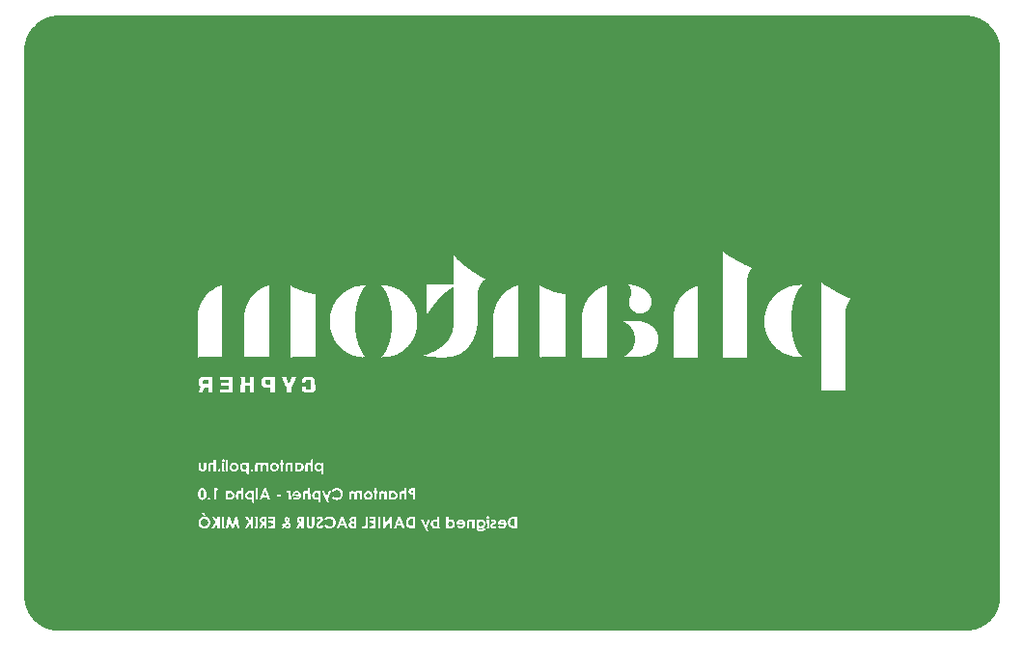
<source format=gbr>
%TF.GenerationSoftware,Altium Limited,Altium Designer,23.1.1 (15)*%
G04 Layer_Color=32896*
%FSLAX45Y45*%
%MOMM*%
%TF.SameCoordinates,3FBC52AE-4862-4018-B763-16E4B67C7164*%
%TF.FilePolarity,Positive*%
%TF.FileFunction,Legend,Bot*%
%TF.Part,Single*%
G01*
G75*
G36*
X10836195Y7939552D02*
X10836716Y7937989D01*
X10837497Y7937208D01*
X10842706Y7936687D01*
X10846872Y7935646D01*
X10852081Y7935125D01*
X10855727Y7934604D01*
X10861716Y7933823D01*
X10863800Y7933302D01*
X10866404Y7932260D01*
X10869269Y7931479D01*
X10871352Y7930958D01*
X10874737Y7930177D01*
X10877342Y7929656D01*
X10882290Y7928875D01*
X10888019Y7926271D01*
X10892185Y7925229D01*
X10896092Y7924448D01*
X10900259Y7922885D01*
X10901040Y7922104D01*
X10903644Y7921062D01*
X10905727Y7920541D01*
X10909113Y7919760D01*
X10911717Y7918718D01*
X10917186Y7915854D01*
X10920832Y7914812D01*
X10925780Y7912989D01*
X10927603Y7911166D01*
X10930988Y7909864D01*
X10933072Y7909343D01*
X10934894Y7908562D01*
X10937759Y7906218D01*
X10944530Y7903614D01*
X10947395Y7900750D01*
X10951041Y7899187D01*
X10952082Y7898666D01*
X10954947Y7896322D01*
X10957811Y7895020D01*
X10962499Y7892416D01*
X10963541Y7891374D01*
X10964582Y7890853D01*
X10969270Y7888249D01*
X10972395Y7885124D01*
X10977082Y7882520D01*
X10979166Y7880437D01*
X10980207Y7879916D01*
X10981249Y7878874D01*
X10982291Y7878353D01*
X10984895Y7875749D01*
X10989583Y7873145D01*
X10990364Y7872364D01*
X10990885Y7871322D01*
X10992187Y7870020D01*
X10993228Y7869499D01*
X10995572Y7867155D01*
X10996093Y7866114D01*
X10996874Y7865332D01*
X11000520Y7863249D01*
X11003645Y7860124D01*
X11004687Y7859603D01*
X11020573Y7843717D01*
X11021094Y7842676D01*
X11024739Y7839030D01*
X11025260Y7837988D01*
X11027604Y7835124D01*
X11030468Y7832259D01*
X11030989Y7831217D01*
X11035156Y7827051D01*
X11037240Y7823405D01*
X11038802Y7821842D01*
X11039323Y7820800D01*
X11040885Y7819238D01*
X11041406Y7818196D01*
X11043489Y7816113D01*
X11044010Y7815071D01*
X11046615Y7810384D01*
X11049219Y7807779D01*
X11052344Y7802050D01*
X11054427Y7799967D01*
X11055469Y7797363D01*
X11055990Y7796321D01*
X11057813Y7793977D01*
X11058594Y7793717D01*
X11059115Y7792675D01*
X11060156Y7790071D01*
X11061458Y7786685D01*
X11062761Y7784863D01*
X11064844Y7781738D01*
X11065365Y7778612D01*
X11067969Y7774967D01*
X11069532Y7773404D01*
X11070573Y7769237D01*
X11071875Y7765852D01*
X11073177Y7764550D01*
X11073698Y7763508D01*
X11075261Y7759862D01*
X11077084Y7754914D01*
X11079427Y7751008D01*
X11080209Y7747623D01*
X11080730Y7745539D01*
X11084115Y7737987D01*
X11085157Y7733820D01*
X11086198Y7729133D01*
X11088803Y7724966D01*
X11089844Y7718716D01*
X11090626Y7714289D01*
X11091146Y7712205D01*
X11091667Y7709601D01*
X11092188Y7707518D01*
X11093230Y7704914D01*
X11094011Y7702049D01*
X11094532Y7699966D01*
X11095053Y7694757D01*
X11095573Y7691111D01*
X11096355Y7683559D01*
X11096876Y7680955D01*
X11098699Y7678090D01*
X11100261Y7677570D01*
X11100001Y2803810D01*
X11098438Y2803290D01*
X11097657Y2802508D01*
X11097136Y2797300D01*
X11096094Y2793133D01*
X11095053Y2782717D01*
X11094532Y2779071D01*
X11094011Y2776987D01*
X11092709Y2773602D01*
X11091928Y2770737D01*
X11091146Y2767352D01*
X11090626Y2765268D01*
X11090105Y2762664D01*
X11089063Y2756935D01*
X11086198Y2750424D01*
X11085678Y2746779D01*
X11085157Y2744695D01*
X11083334Y2739747D01*
X11082553Y2738966D01*
X11081511Y2736362D01*
X11080990Y2734278D01*
X11079948Y2729591D01*
X11077865Y2725945D01*
X11075782Y2721257D01*
X11075261Y2719174D01*
X11073698Y2715007D01*
X11071094Y2711361D01*
X11070313Y2708497D01*
X11069011Y2705111D01*
X11066667Y2702247D01*
X11064063Y2695476D01*
X11061198Y2692611D01*
X11060156Y2690007D01*
X11058073Y2686361D01*
X11056511Y2684799D01*
X11055469Y2682194D01*
X11054167Y2678809D01*
X11051823Y2676465D01*
X11051302Y2675423D01*
X11048698Y2670736D01*
X11045573Y2667611D01*
X11042969Y2662923D01*
X11040885Y2660840D01*
X11040365Y2659798D01*
X11039323Y2658757D01*
X11038802Y2657715D01*
X11036719Y2655631D01*
X11034114Y2650944D01*
X11032812Y2649642D01*
X11031771Y2649121D01*
X11030468Y2647819D01*
X11029948Y2646777D01*
X11027604Y2644433D01*
X11026562Y2643913D01*
X11025781Y2643131D01*
X11023698Y2639485D01*
X11020573Y2636360D01*
X11020052Y2635319D01*
X11004166Y2619433D01*
X11003125Y2618912D01*
X10999479Y2615267D01*
X10998437Y2614746D01*
X10995572Y2612402D01*
X10992708Y2609537D01*
X10991666Y2609016D01*
X10987499Y2604850D01*
X10983853Y2602766D01*
X10981770Y2600683D01*
X10980728Y2600162D01*
X10979687Y2599120D01*
X10978645Y2598600D01*
X10976041Y2595995D01*
X10970312Y2592870D01*
X10968228Y2590787D01*
X10962499Y2587662D01*
X10960415Y2585579D01*
X10957811Y2584537D01*
X10956770Y2584016D01*
X10954947Y2582714D01*
X10954426Y2581672D01*
X10951041Y2579849D01*
X10948176Y2579068D01*
X10945311Y2577245D01*
X10942186Y2575162D01*
X10939061Y2574641D01*
X10935415Y2572037D01*
X10933853Y2570474D01*
X10929686Y2569433D01*
X10926300Y2568130D01*
X10924998Y2566828D01*
X10923957Y2566308D01*
X10920311Y2564745D01*
X10915363Y2562922D01*
X10914582Y2562141D01*
X10910936Y2560578D01*
X10906769Y2559537D01*
X10898956Y2555891D01*
X10895571Y2555109D01*
X10890363Y2554068D01*
X10882810Y2550682D01*
X10879165Y2550162D01*
X10874737Y2549380D01*
X10872654Y2548859D01*
X10870050Y2548339D01*
X10867967Y2547818D01*
X10865362Y2546776D01*
X10862498Y2545995D01*
X10860414Y2545474D01*
X10855206Y2544953D01*
X10851560Y2544432D01*
X10844008Y2543651D01*
X10841404Y2543130D01*
X10838539Y2541307D01*
X10838018Y2539745D01*
X2804324Y2540005D01*
X2803803Y2541568D01*
X2803022Y2542349D01*
X2797813Y2542870D01*
X2793646Y2543911D01*
X2783230Y2544953D01*
X2779584Y2545474D01*
X2777500Y2545995D01*
X2774115Y2547297D01*
X2771250Y2548078D01*
X2769167Y2548599D01*
X2765782Y2549380D01*
X2763177Y2549901D01*
X2758229Y2550682D01*
X2752500Y2553286D01*
X2748333Y2554328D01*
X2744427Y2555109D01*
X2740260Y2556672D01*
X2739479Y2557453D01*
X2736875Y2558495D01*
X2734792Y2559016D01*
X2730104Y2560057D01*
X2726458Y2562141D01*
X2721771Y2564224D01*
X2719687Y2564745D01*
X2715521Y2566308D01*
X2711875Y2568912D01*
X2709010Y2569693D01*
X2705625Y2570995D01*
X2700937Y2574120D01*
X2695989Y2575943D01*
X2693124Y2578808D01*
X2690520Y2579849D01*
X2686874Y2581933D01*
X2685312Y2583495D01*
X2682708Y2584537D01*
X2678020Y2587141D01*
X2676978Y2588183D01*
X2675937Y2588703D01*
X2671249Y2591308D01*
X2668124Y2594433D01*
X2663437Y2597037D01*
X2661353Y2599120D01*
X2660311Y2599641D01*
X2657447Y2601985D01*
X2655624Y2603808D01*
X2650936Y2606412D01*
X2650155Y2607193D01*
X2649634Y2608235D01*
X2648332Y2609537D01*
X2647290Y2610058D01*
X2644947Y2612402D01*
X2644426Y2613444D01*
X2643645Y2614225D01*
X2639999Y2616308D01*
X2636874Y2619433D01*
X2635832Y2619954D01*
X2619946Y2635840D01*
X2619426Y2636881D01*
X2615780Y2640527D01*
X2615259Y2641569D01*
X2612915Y2644433D01*
X2610050Y2647298D01*
X2609530Y2648340D01*
X2605363Y2652507D01*
X2603280Y2656152D01*
X2601196Y2658236D01*
X2600675Y2659277D01*
X2599634Y2660319D01*
X2599113Y2661361D01*
X2597029Y2663444D01*
X2596509Y2664486D01*
X2593904Y2669173D01*
X2591300Y2671777D01*
X2588175Y2677507D01*
X2586092Y2679590D01*
X2584790Y2682976D01*
X2584009Y2683757D01*
X2583488Y2684799D01*
X2581925Y2685840D01*
X2581404Y2686882D01*
X2580363Y2689486D01*
X2579060Y2692872D01*
X2577758Y2694695D01*
X2575675Y2697820D01*
X2574894Y2701205D01*
X2573071Y2704070D01*
X2571508Y2705632D01*
X2569946Y2710841D01*
X2567862Y2714486D01*
X2565779Y2717612D01*
X2564998Y2720476D01*
X2563435Y2724643D01*
X2562654Y2725424D01*
X2561091Y2729070D01*
X2560050Y2733237D01*
X2556404Y2741049D01*
X2555623Y2744435D01*
X2554581Y2749643D01*
X2551716Y2755112D01*
X2551196Y2757195D01*
X2550675Y2760841D01*
X2549893Y2765268D01*
X2549373Y2767352D01*
X2548852Y2769956D01*
X2548331Y2772039D01*
X2547289Y2774643D01*
X2546508Y2777508D01*
X2545987Y2779591D01*
X2544945Y2790008D01*
X2544425Y2793654D01*
X2543643Y2798602D01*
X2541820Y2801467D01*
X2540258Y2801988D01*
X2540518Y7675747D01*
X2542081Y7676267D01*
X2542862Y7677049D01*
X2543383Y7682257D01*
X2544425Y7686424D01*
X2544945Y7691632D01*
X2545466Y7695278D01*
X2546248Y7701268D01*
X2546768Y7703351D01*
X2547810Y7705955D01*
X2548591Y7708820D01*
X2549112Y7710903D01*
X2549893Y7714289D01*
X2550414Y7716893D01*
X2550935Y7720018D01*
X2551456Y7722101D01*
X2552498Y7724705D01*
X2553800Y7727570D01*
X2554841Y7731737D01*
X2555623Y7735643D01*
X2557185Y7739810D01*
X2557966Y7740591D01*
X2559008Y7743195D01*
X2559529Y7745279D01*
X2560310Y7748664D01*
X2561352Y7751268D01*
X2564217Y7756737D01*
X2565258Y7760383D01*
X2567081Y7765331D01*
X2568383Y7766633D01*
X2568904Y7767675D01*
X2569946Y7770279D01*
X2571508Y7774446D01*
X2573852Y7777310D01*
X2576456Y7784081D01*
X2579321Y7786946D01*
X2580883Y7790592D01*
X2581404Y7791633D01*
X2583748Y7794498D01*
X2585050Y7797363D01*
X2587654Y7802050D01*
X2588696Y7803092D01*
X2589217Y7804133D01*
X2591821Y7808821D01*
X2594946Y7811946D01*
X2597550Y7816634D01*
X2599634Y7818717D01*
X2600155Y7819759D01*
X2601196Y7820800D01*
X2601717Y7821842D01*
X2604321Y7824446D01*
X2604582Y7825228D01*
X2604842Y7825488D01*
X2606925Y7829134D01*
X2607707Y7829915D01*
X2608748Y7830436D01*
X2610050Y7831738D01*
X2610571Y7832780D01*
X2612915Y7835124D01*
X2613957Y7835644D01*
X2614738Y7836426D01*
X2616821Y7840071D01*
X2619946Y7843197D01*
X2620467Y7844238D01*
X2636353Y7860124D01*
X2637395Y7860645D01*
X2641040Y7864291D01*
X2642082Y7864812D01*
X2644947Y7867155D01*
X2647811Y7870020D01*
X2648853Y7870541D01*
X2653020Y7874707D01*
X2656666Y7876791D01*
X2658749Y7878874D01*
X2659791Y7879395D01*
X2660832Y7880437D01*
X2661874Y7880958D01*
X2663957Y7883041D01*
X2664999Y7883562D01*
X2669687Y7886166D01*
X2672291Y7888770D01*
X2678020Y7891895D01*
X2679583Y7893458D01*
X2680624Y7893978D01*
X2685312Y7896583D01*
X2686093Y7897364D01*
X2686354Y7898145D01*
X2687395Y7898666D01*
X2689999Y7899708D01*
X2693385Y7901010D01*
X2697291Y7903874D01*
X2699375Y7904395D01*
X2702760Y7905697D01*
X2704583Y7906999D01*
X2706666Y7909083D01*
X2712916Y7910645D01*
X2718125Y7914291D01*
X2720989Y7915073D01*
X2725156Y7916635D01*
X2725937Y7917416D01*
X2729583Y7918979D01*
X2733750Y7920020D01*
X2736354Y7921062D01*
X2737396Y7921583D01*
X2742083Y7923666D01*
X2746250Y7924708D01*
X2750938Y7925750D01*
X2757708Y7928875D01*
X2761354Y7929396D01*
X2765782Y7930177D01*
X2767865Y7930698D01*
X2770469Y7931219D01*
X2772552Y7931739D01*
X2775157Y7932781D01*
X2778021Y7933562D01*
X2780105Y7934083D01*
X2790521Y7935125D01*
X2794167Y7935646D01*
X2799115Y7936427D01*
X2801980Y7938250D01*
X2802501Y7939812D01*
X10836195Y7939552D01*
D02*
G37*
%LPC*%
G36*
X6308795Y5833015D02*
X6306191Y5832494D01*
X6305409Y5830150D01*
X6304888Y5585356D01*
X6303586Y5583533D01*
X6301503Y5583012D01*
X6294992Y5583272D01*
X6077542Y5583012D01*
X6075979Y5583533D01*
X6072854Y5583012D01*
X6071552Y5581710D01*
X6070511Y5577543D01*
X6071031Y5324415D01*
X6072854Y5322592D01*
X6076240Y5323894D01*
X6079365Y5327019D01*
X6081448Y5330665D01*
X6083011Y5332228D01*
X6083531Y5333269D01*
X6084573Y5334311D01*
X6085875Y5337696D01*
X6086917Y5339259D01*
X6087959Y5339780D01*
X6089782Y5341603D01*
X6091084Y5344988D01*
X6092386Y5346811D01*
X6094469Y5348895D01*
X6097073Y5353582D01*
X6100198Y5356707D01*
X6102282Y5360353D01*
X6104886Y5363999D01*
X6107490Y5368686D01*
X6109053Y5370249D01*
X6109574Y5371291D01*
X6111657Y5374936D01*
X6113740Y5377020D01*
X6114261Y5378062D01*
X6118688Y5384572D01*
X6121553Y5388999D01*
X6124678Y5391603D01*
X6125720Y5394208D01*
X6126240Y5395249D01*
X6128584Y5398114D01*
X6130928Y5400458D01*
X6131449Y5401499D01*
X6134053Y5404103D01*
X6136657Y5408791D01*
X6137959Y5410093D01*
X6139001Y5410614D01*
X6139782Y5411395D01*
X6140303Y5412437D01*
X6144470Y5416604D01*
X6147074Y5421291D01*
X6151762Y5425979D01*
X6152022Y5426760D01*
X6152803Y5427020D01*
X6153324Y5428062D01*
X6157491Y5432229D01*
X6157751Y5433010D01*
X6158533Y5433271D01*
X6159053Y5434312D01*
X6160095Y5435354D01*
X6162178Y5439000D01*
X6164001Y5440302D01*
X6164782Y5441083D01*
X6165303Y5442125D01*
X6167126Y5444469D01*
X6168168Y5444989D01*
X6170512Y5447333D01*
X6171033Y5448375D01*
X6172335Y5449677D01*
X6173376Y5450198D01*
X6175720Y5452542D01*
X6176241Y5453583D01*
X6177022Y5454365D01*
X6178064Y5454885D01*
X6180408Y5457229D01*
X6180928Y5458271D01*
X6185095Y5462438D01*
X6185616Y5463479D01*
X6186918Y5464781D01*
X6187960Y5465302D01*
X6190304Y5467646D01*
X6190825Y5468688D01*
X6191606Y5469469D01*
X6192648Y5469990D01*
X6196033Y5473375D01*
X6196293Y5474156D01*
X6197335Y5474677D01*
X6200200Y5477021D01*
X6202023Y5479365D01*
X6203064Y5479886D01*
X6205408Y5482230D01*
X6205929Y5483271D01*
X6207231Y5484573D01*
X6208273Y5485094D01*
X6210616Y5487438D01*
X6211137Y5488479D01*
X6211918Y5489261D01*
X6212960Y5489782D01*
X6215825Y5492646D01*
X6216346Y5493688D01*
X6219471Y5495771D01*
X6220512Y5496813D01*
X6221033Y5497855D01*
X6222335Y5499157D01*
X6223377Y5499678D01*
X6226242Y5502022D01*
X6228065Y5503324D01*
X6229627Y5504886D01*
X6230669Y5505407D01*
X6232492Y5507230D01*
X6232752Y5508011D01*
X6233794Y5508532D01*
X6236398Y5511136D01*
X6237179Y5511396D01*
X6237700Y5512438D01*
X6238481Y5513219D01*
X6239523Y5513740D01*
X6241086Y5515303D01*
X6242127Y5515824D01*
X6244211Y5517907D01*
X6245252Y5518428D01*
X6246294Y5519470D01*
X6247336Y5519990D01*
X6250200Y5522334D01*
X6253065Y5525199D01*
X6254107Y5525720D01*
X6256711Y5528324D01*
X6257753Y5528845D01*
X6261398Y5531449D01*
X6263482Y5533532D01*
X6264523Y5534053D01*
X6268169Y5536137D01*
X6271294Y5539261D01*
X6274940Y5541345D01*
X6277544Y5543949D01*
X6283274Y5547074D01*
X6285357Y5549157D01*
X6289003Y5551241D01*
X6292128Y5554366D01*
X6294732Y5555407D01*
X6295774Y5555928D01*
X6297597Y5557230D01*
X6298117Y5558272D01*
X6299420Y5559574D01*
X6300461Y5560095D01*
X6302024Y5560616D01*
X6304107Y5560095D01*
X6304888Y5559314D01*
X6305409Y5557230D01*
X6304888Y5219726D01*
X6304368Y5218164D01*
X6303847Y5208789D01*
X6303326Y5207226D01*
X6302805Y5202018D01*
X6301763Y5198372D01*
X6301243Y5196288D01*
X6300461Y5189257D01*
X6299940Y5185090D01*
X6298899Y5179882D01*
X6298378Y5177799D01*
X6296815Y5173632D01*
X6295774Y5169465D01*
X6294732Y5163736D01*
X6294211Y5161653D01*
X6290305Y5154100D01*
X6289003Y5148111D01*
X6287180Y5145246D01*
X6285096Y5140558D01*
X6284055Y5137954D01*
X6280930Y5133267D01*
X6280409Y5131184D01*
X6279107Y5127798D01*
X6277805Y5126496D01*
X6277284Y5125454D01*
X6276242Y5124412D01*
X6275461Y5121548D01*
X6273899Y5117381D01*
X6271555Y5115037D01*
X6268430Y5109308D01*
X6266867Y5107746D01*
X6263221Y5100975D01*
X6261659Y5099412D01*
X6261138Y5098371D01*
X6259055Y5094725D01*
X6256450Y5092120D01*
X6255930Y5091079D01*
X6253586Y5088214D01*
X6251763Y5086391D01*
X6251242Y5085349D01*
X6248638Y5080662D01*
X6247856Y5079881D01*
X6246815Y5079360D01*
X6246033Y5078579D01*
X6245513Y5077537D01*
X6239784Y5071808D01*
X6239263Y5070766D01*
X6237961Y5069464D01*
X6236919Y5068943D01*
X6236138Y5068162D01*
X6235617Y5067120D01*
X6232231Y5063735D01*
X6231450Y5063474D01*
X6230929Y5062433D01*
X6227023Y5058526D01*
X6226242Y5058266D01*
X6225721Y5057224D01*
X6222335Y5053839D01*
X6221294Y5053318D01*
X6220512Y5052537D01*
X6219992Y5051495D01*
X6219210Y5050714D01*
X6218169Y5050193D01*
X6212960Y5044984D01*
X6211918Y5044464D01*
X6210877Y5043422D01*
X6210096Y5043161D01*
X6209575Y5042120D01*
X6208273Y5040818D01*
X6207231Y5040297D01*
X6203585Y5037693D01*
X6200981Y5035088D01*
X6197335Y5033005D01*
X6194731Y5030401D01*
X6191085Y5028318D01*
X6188481Y5025713D01*
X6187439Y5025192D01*
X6183793Y5022588D01*
X6182751Y5021547D01*
X6181710Y5021026D01*
X6177022Y5018422D01*
X6175981Y5017380D01*
X6174939Y5016859D01*
X6173897Y5015818D01*
X6168168Y5012692D01*
X6166605Y5011130D01*
X6164001Y5010088D01*
X6160355Y5008005D01*
X6157751Y5005401D01*
X6154887Y5004619D01*
X6152282Y5003578D01*
X6149418Y5000713D01*
X6145772Y4999151D01*
X6144730Y4998630D01*
X6141084Y4996026D01*
X6138480Y4994984D01*
X6134313Y4993421D01*
X6129626Y4990296D01*
X6127542Y4989775D01*
X6124157Y4988473D01*
X6122855Y4987171D01*
X6121813Y4986650D01*
X6120772Y4985609D01*
X6117907Y4984827D01*
X6114521Y4983525D01*
X6112438Y4981963D01*
X6112178Y4981702D01*
X6107751Y4979880D01*
X6103323Y4979098D01*
X6100459Y4977275D01*
X6097855Y4975713D01*
X6093688Y4974671D01*
X6090563Y4974150D01*
X6086917Y4971546D01*
X6083271Y4969983D01*
X6078844Y4969202D01*
X6076761Y4968681D01*
X6074156Y4967640D01*
X6073375Y4966858D01*
X6069729Y4965296D01*
X6067646Y4964775D01*
X6064000Y4964254D01*
X6061917Y4963733D01*
X6056187Y4961129D01*
X6052542Y4960088D01*
X6047593Y4959306D01*
X6044989Y4958785D01*
X6042906Y4957744D01*
X6043427Y4956181D01*
X6044208Y4955400D01*
X6046812Y4954358D01*
X6052021Y4952796D01*
X6055667Y4952275D01*
X6057750Y4951754D01*
X6060875Y4951233D01*
X6062437Y4950712D01*
X6066083Y4950192D01*
X6071292Y4949671D01*
X6077802Y4948890D01*
X6084052Y4948369D01*
X6086136Y4947848D01*
X6089000Y4947067D01*
X6091084Y4946546D01*
X6099938Y4945504D01*
X6108011Y4944723D01*
X6114782Y4944202D01*
X6121032Y4943681D01*
X6125720Y4943160D01*
X6128844Y4942639D01*
X6133532Y4942119D01*
X6136136Y4941598D01*
X6140303Y4941077D01*
X6148636Y4940556D01*
X6164262Y4940035D01*
X6234835Y4939775D01*
X6236398Y4940296D01*
X6250461Y4940816D01*
X6252023Y4941337D01*
X6259315Y4941858D01*
X6260877Y4942379D01*
X6264523Y4942900D01*
X6270513Y4943681D01*
X6273117Y4944202D01*
X6280409Y4944723D01*
X6285617Y4945244D01*
X6290826Y4946285D01*
X6294992Y4947327D01*
X6297857Y4948108D01*
X6301503Y4949150D01*
X6305149Y4949671D01*
X6310357Y4950192D01*
X6311920Y4950712D01*
X6318430Y4953056D01*
X6322857Y4954358D01*
X6329107Y4955921D01*
X6331972Y4956702D01*
X6335097Y4958785D01*
X6337962Y4959567D01*
X6343431Y4960869D01*
X6344212Y4961650D01*
X6345254Y4962171D01*
X6346295Y4963213D01*
X6348899Y4964254D01*
X6353847Y4966077D01*
X6355150Y4967379D01*
X6356191Y4967900D01*
X6360879Y4969983D01*
X6363483Y4971025D01*
X6367129Y4973629D01*
X6372858Y4976754D01*
X6374421Y4978317D01*
X6375462Y4978838D01*
X6380150Y4981442D01*
X6382754Y4984046D01*
X6387442Y4986650D01*
X6388483Y4987692D01*
X6389525Y4988213D01*
X6390567Y4989254D01*
X6394213Y4991338D01*
X6397858Y4994984D01*
X6398900Y4995505D01*
X6403067Y4999671D01*
X6404108Y5000192D01*
X6406973Y5002536D01*
X6408275Y5003838D01*
X6409317Y5004359D01*
X6411140Y5006182D01*
X6411661Y5007223D01*
X6412963Y5008526D01*
X6414004Y5009046D01*
X6415046Y5010088D01*
X6416088Y5010609D01*
X6421036Y5015557D01*
X6421557Y5016599D01*
X6426244Y5021286D01*
X6426765Y5022328D01*
X6429890Y5025453D01*
X6430411Y5026495D01*
X6432755Y5029359D01*
X6435098Y5031703D01*
X6435619Y5032745D01*
X6437963Y5035088D01*
X6439005Y5035609D01*
X6441088Y5038734D01*
X6443692Y5041859D01*
X6444474Y5042641D01*
X6444994Y5043682D01*
X6448640Y5048370D01*
X6449682Y5049412D01*
X6450203Y5051495D01*
X6452026Y5054359D01*
X6453067Y5054880D01*
X6454890Y5056703D01*
X6457495Y5061391D01*
X6459057Y5062953D01*
X6461140Y5068162D01*
X6464786Y5071808D01*
X6466609Y5076756D01*
X6467911Y5078579D01*
X6468953Y5079620D01*
X6469995Y5082225D01*
X6470776Y5085089D01*
X6473380Y5089256D01*
X6474161Y5090037D01*
X6475203Y5093683D01*
X6477807Y5098371D01*
X6479891Y5101496D01*
X6480411Y5104620D01*
X6482495Y5108266D01*
X6483536Y5109308D01*
X6484578Y5111912D01*
X6485099Y5113996D01*
X6487182Y5119725D01*
X6490307Y5126496D01*
X6491349Y5131184D01*
X6494995Y5138996D01*
X6495516Y5142642D01*
X6496037Y5144725D01*
X6497339Y5148111D01*
X6499682Y5153579D01*
X6500203Y5155663D01*
X6500985Y5160611D01*
X6501505Y5162694D01*
X6504370Y5169205D01*
X6504891Y5172851D01*
X6505412Y5174934D01*
X6506193Y5180924D01*
X6506714Y5183007D01*
X6507756Y5185611D01*
X6508537Y5188476D01*
X6509058Y5190559D01*
X6509579Y5194205D01*
X6510099Y5196288D01*
X6510620Y5205143D01*
X6511141Y5206705D01*
X6511922Y5212695D01*
X6512443Y5215820D01*
X6513485Y5221028D01*
X6514006Y5224153D01*
X6514526Y5235091D01*
X6515047Y5254362D01*
X6515568Y5475719D01*
X6516089Y5486657D01*
X6516610Y5496032D01*
X6517131Y5499157D01*
X6518693Y5506969D01*
X6519214Y5511136D01*
X6519735Y5514261D01*
X6520256Y5518949D01*
X6520777Y5525199D01*
X6521297Y5527803D01*
X6521818Y5529886D01*
X6523120Y5533272D01*
X6524683Y5538480D01*
X6526506Y5546553D01*
X6529370Y5552022D01*
X6530933Y5558272D01*
X6534579Y5564001D01*
X6535100Y5569210D01*
X6537183Y5572856D01*
X6538746Y5574418D01*
X6539787Y5577022D01*
X6541610Y5581970D01*
X6542392Y5582752D01*
X6542912Y5583793D01*
X6544475Y5585356D01*
X6547600Y5591085D01*
X6549162Y5592647D01*
X6551766Y5597335D01*
X6553329Y5598898D01*
X6553850Y5599939D01*
X6556454Y5603585D01*
X6557756Y5604887D01*
X6558798Y5605408D01*
X6560100Y5606710D01*
X6560621Y5607752D01*
X6562965Y5610096D01*
X6564006Y5610616D01*
X6564787Y5611398D01*
X6565308Y5612439D01*
X6567131Y5614262D01*
X6568173Y5614783D01*
X6571038Y5617127D01*
X6572340Y5618429D01*
X6573381Y5618950D01*
X6577027Y5620513D01*
X6580673Y5622596D01*
X6581454Y5623377D01*
X6581975Y5625460D01*
X6581454Y5627544D01*
X6580152Y5628846D01*
X6576767Y5629627D01*
X6573381Y5630929D01*
X6570517Y5633273D01*
X6569735Y5634054D01*
X6566350Y5635357D01*
X6563746Y5636398D01*
X6561923Y5638221D01*
X6560881Y5638742D01*
X6557235Y5640304D01*
X6553589Y5642388D01*
X6552548Y5643429D01*
X6549943Y5644471D01*
X6546298Y5646554D01*
X6543694Y5649159D01*
X6540048Y5650200D01*
X6536402Y5652284D01*
X6534839Y5653846D01*
X6529110Y5656971D01*
X6527548Y5658534D01*
X6521818Y5660617D01*
X6519995Y5662440D01*
X6519474Y5663482D01*
X6512443Y5667388D01*
X6510881Y5668951D01*
X6505933Y5670774D01*
X6505151Y5671555D01*
X6504110Y5672076D01*
X6503068Y5673117D01*
X6502026Y5673638D01*
X6498901Y5675721D01*
X6497859Y5676242D01*
X6496297Y5677805D01*
X6495255Y5678326D01*
X6490568Y5680930D01*
X6489526Y5681972D01*
X6488485Y5682492D01*
X6487443Y5683534D01*
X6486401Y5684055D01*
X6481453Y5687440D01*
X6480672Y5688222D01*
X6479630Y5688742D01*
X6475984Y5690826D01*
X6472859Y5693951D01*
X6469213Y5696034D01*
X6467130Y5698118D01*
X6466088Y5698638D01*
X6461401Y5701243D01*
X6458276Y5704368D01*
X6453588Y5706972D01*
X6452026Y5708534D01*
X6450984Y5709055D01*
X6446296Y5712701D01*
X6445255Y5713743D01*
X6441609Y5715826D01*
X6439786Y5717649D01*
X6439526Y5718430D01*
X6438484Y5718951D01*
X6433796Y5721555D01*
X6431192Y5724159D01*
X6430150Y5724680D01*
X6425463Y5728326D01*
X6422338Y5730410D01*
X6421296Y5730931D01*
X6420515Y5731712D01*
X6419994Y5732754D01*
X6418171Y5734576D01*
X6413483Y5737181D01*
X6411921Y5738743D01*
X6410879Y5739264D01*
X6409838Y5740306D01*
X6408796Y5740826D01*
X6406192Y5743431D01*
X6405150Y5743951D01*
X6401504Y5746035D01*
X6396817Y5750723D01*
X6395775Y5751243D01*
X6394473Y5753066D01*
X6393692Y5753848D01*
X6389004Y5756452D01*
X6385358Y5760097D01*
X6384316Y5760618D01*
X6379629Y5765306D01*
X6378587Y5765827D01*
X6375462Y5768952D01*
X6374421Y5769473D01*
X6370775Y5772077D01*
X6369473Y5773900D01*
X6366347Y5775983D01*
X6365306Y5777025D01*
X6364785Y5778066D01*
X6362962Y5779889D01*
X6361920Y5780410D01*
X6360098Y5782233D01*
X6359577Y5783275D01*
X6358275Y5784577D01*
X6357233Y5785098D01*
X6353066Y5789265D01*
X6352024Y5789785D01*
X6350201Y5791608D01*
X6349681Y5792650D01*
X6348378Y5793952D01*
X6345774Y5795515D01*
X6343431Y5797338D01*
X6343170Y5798119D01*
X6342129Y5798640D01*
X6333535Y5807233D01*
X6333274Y5808015D01*
X6332232Y5808536D01*
X6330149Y5810619D01*
X6329107Y5811140D01*
X6327805Y5812963D01*
X6327024Y5813744D01*
X6325983Y5814265D01*
X6323639Y5816609D01*
X6323118Y5817650D01*
X6322337Y5818432D01*
X6321555Y5818692D01*
X6321034Y5819734D01*
X6318430Y5822338D01*
X6318170Y5823119D01*
X6317128Y5823640D01*
X6312701Y5828067D01*
X6312180Y5829109D01*
X6310618Y5830671D01*
X6310097Y5831713D01*
X6308795Y5833015D01*
D02*
G37*
G36*
X5527014Y5569991D02*
X5520504Y5569731D01*
X5506181Y5569991D01*
X5504618Y5569470D01*
X5488993Y5568949D01*
X5487430Y5568429D01*
X5480659Y5567908D01*
X5478055Y5566866D01*
X5474409Y5566345D01*
X5472326Y5565824D01*
X5463472Y5564783D01*
X5455919Y5563481D01*
X5450711Y5561397D01*
X5446544Y5560355D01*
X5437169Y5558793D01*
X5434565Y5557751D01*
X5430138Y5555407D01*
X5428054Y5554887D01*
X5424409Y5554366D01*
X5421023Y5553064D01*
X5419200Y5551241D01*
X5416596Y5550199D01*
X5411648Y5549418D01*
X5409044Y5548376D01*
X5407742Y5547074D01*
X5406700Y5546553D01*
X5402013Y5544470D01*
X5399148Y5543689D01*
X5395242Y5540824D01*
X5392377Y5540043D01*
X5390294Y5539522D01*
X5386127Y5536918D01*
X5385346Y5536137D01*
X5382741Y5535095D01*
X5379356Y5533793D01*
X5374408Y5530407D01*
X5371023Y5529105D01*
X5367898Y5527022D01*
X5366595Y5525720D01*
X5363991Y5524678D01*
X5360345Y5522594D01*
X5358783Y5521032D01*
X5353054Y5517907D01*
X5350970Y5515824D01*
X5349929Y5515303D01*
X5346283Y5513219D01*
X5343158Y5510094D01*
X5342116Y5509574D01*
X5339251Y5507230D01*
X5337949Y5505928D01*
X5336908Y5505407D01*
X5332220Y5501761D01*
X5330657Y5500199D01*
X5329616Y5499678D01*
X5328574Y5498636D01*
X5327532Y5498115D01*
X5324928Y5495511D01*
X5323886Y5494990D01*
X5321022Y5492646D01*
X5319980Y5491605D01*
X5319460Y5490563D01*
X5318678Y5489782D01*
X5317637Y5489261D01*
X5313470Y5485094D01*
X5312428Y5484573D01*
X5310084Y5482230D01*
X5309563Y5481188D01*
X5308782Y5480407D01*
X5307740Y5479886D01*
X5305397Y5477542D01*
X5304876Y5476500D01*
X5300188Y5471813D01*
X5299668Y5470771D01*
X5296542Y5467646D01*
X5296022Y5466604D01*
X5292376Y5461917D01*
X5290292Y5459833D01*
X5289771Y5458792D01*
X5286126Y5455146D01*
X5283522Y5450458D01*
X5282219Y5449156D01*
X5281178Y5448635D01*
X5280396Y5447854D01*
X5278313Y5444208D01*
X5277271Y5443166D01*
X5276750Y5442125D01*
X5274667Y5439000D01*
X5274146Y5437958D01*
X5271803Y5435094D01*
X5270501Y5432750D01*
X5268417Y5429104D01*
X5266855Y5427541D01*
X5265292Y5423895D01*
X5263209Y5420250D01*
X5261646Y5419208D01*
X5261125Y5418166D01*
X5259042Y5412958D01*
X5255917Y5408270D01*
X5255396Y5406187D01*
X5254094Y5402801D01*
X5253313Y5402020D01*
X5252792Y5400979D01*
X5251229Y5399416D01*
X5250448Y5396551D01*
X5249407Y5393947D01*
X5246542Y5388478D01*
X5245500Y5384833D01*
X5243677Y5379884D01*
X5242896Y5379103D01*
X5242375Y5378062D01*
X5240812Y5374416D01*
X5240292Y5372332D01*
X5239510Y5369468D01*
X5238469Y5366864D01*
X5236125Y5362957D01*
X5235344Y5359572D01*
X5234302Y5354363D01*
X5233000Y5350978D01*
X5230917Y5346290D01*
X5230396Y5344207D01*
X5229875Y5340561D01*
X5229354Y5336394D01*
X5226750Y5330665D01*
X5225708Y5324415D01*
X5225187Y5322332D01*
X5224406Y5314259D01*
X5223885Y5311654D01*
X5222844Y5309050D01*
X5222062Y5306186D01*
X5221541Y5304102D01*
X5220760Y5296029D01*
X5220239Y5289779D01*
X5219719Y5280404D01*
X5219198Y5268425D01*
X5218677Y5262696D01*
X5218417Y5257227D01*
X5218937Y5255664D01*
X5218417Y5251497D01*
X5218937Y5249935D01*
X5218417Y5243164D01*
X5218937Y5241081D01*
X5219458Y5235872D01*
X5220239Y5219987D01*
X5220760Y5211132D01*
X5221021Y5208789D01*
Y5208268D01*
X5221541Y5206705D01*
X5222323Y5201757D01*
X5223625Y5197330D01*
X5224146Y5195247D01*
X5224666Y5191601D01*
X5225448Y5185090D01*
X5225969Y5183007D01*
X5226489Y5180403D01*
X5227010Y5178319D01*
X5228052Y5175715D01*
X5229354Y5172330D01*
X5229875Y5168684D01*
X5230656Y5164257D01*
X5231177Y5162173D01*
X5232740Y5158007D01*
X5233521Y5157225D01*
X5234823Y5153840D01*
X5235344Y5150715D01*
X5235865Y5148111D01*
X5236386Y5146027D01*
X5240292Y5137433D01*
X5241073Y5134569D01*
X5243938Y5128579D01*
X5246281Y5122069D01*
X5248365Y5118944D01*
X5249146Y5118162D01*
X5252011Y5110089D01*
X5254354Y5106183D01*
X5258000Y5099412D01*
X5259042Y5098371D01*
X5261386Y5091860D01*
X5262688Y5090037D01*
X5264250Y5088474D01*
X5265553Y5085089D01*
X5267376Y5082225D01*
X5268938Y5080662D01*
X5272063Y5074933D01*
X5274146Y5072849D01*
X5277271Y5067120D01*
X5279355Y5065037D01*
X5281438Y5061391D01*
X5284563Y5058266D01*
X5285084Y5057224D01*
X5287688Y5053578D01*
X5290032Y5050714D01*
X5291334Y5048891D01*
X5293938Y5046287D01*
X5294459Y5045245D01*
X5295501Y5044203D01*
X5296022Y5043161D01*
X5298626Y5040557D01*
X5299147Y5039516D01*
X5300188Y5038474D01*
X5301751Y5035870D01*
X5302532Y5035088D01*
X5303574Y5034568D01*
X5305918Y5032224D01*
X5306438Y5031182D01*
X5307220Y5030401D01*
X5308261Y5029880D01*
X5311126Y5027015D01*
X5311647Y5025974D01*
X5312428Y5025192D01*
X5313470Y5024672D01*
X5315814Y5022328D01*
X5316334Y5021286D01*
X5317116Y5020505D01*
X5318157Y5019984D01*
X5321022Y5017640D01*
X5323366Y5015297D01*
X5325970Y5013734D01*
X5328834Y5011390D01*
X5334824Y5005401D01*
X5339512Y5002796D01*
X5342637Y4999671D01*
X5346283Y4997588D01*
X5347845Y4996026D01*
X5348887Y4995505D01*
X5353575Y4991859D01*
X5356699Y4989775D01*
X5358783Y4989254D01*
X5366075Y4984046D01*
X5368679Y4982484D01*
X5369721Y4981442D01*
X5373366Y4979880D01*
X5377012Y4977796D01*
X5378575Y4976234D01*
X5379616Y4975713D01*
X5383262Y4974150D01*
X5386908Y4972067D01*
X5387950Y4971025D01*
X5390554Y4969983D01*
X5392637Y4969463D01*
X5396283Y4967379D01*
X5399408Y4965296D01*
X5403054Y4964254D01*
X5406700Y4963733D01*
X5412429Y4960088D01*
X5417898Y4958785D01*
X5420502Y4957744D01*
X5421284Y4956962D01*
X5423888Y4955921D01*
X5425971Y4955400D01*
X5429617Y4954879D01*
X5434565Y4953056D01*
X5437951Y4951233D01*
X5440034Y4950712D01*
X5444982Y4949931D01*
X5447586Y4949410D01*
X5453315Y4948369D01*
X5457482Y4946806D01*
X5459565Y4946285D01*
X5462169Y4945764D01*
X5465295Y4945244D01*
X5475711Y4944202D01*
X5485607Y4942639D01*
X5488732Y4942119D01*
X5495503Y4941598D01*
X5502535Y4940816D01*
X5505660Y4940296D01*
X5507222Y4940816D01*
X5532483Y4940556D01*
X5533525Y4941077D01*
X5534045Y4942639D01*
X5531702Y4945504D01*
X5530400Y4946806D01*
X5529879Y4947848D01*
X5527535Y4950192D01*
X5526493Y4950712D01*
X5525712Y4951494D01*
X5525191Y4952535D01*
X5522847Y4954879D01*
X5521806Y4955400D01*
X5521025Y4956181D01*
X5520504Y4957223D01*
X5517899Y4960869D01*
X5515816Y4962952D01*
X5513733Y4966598D01*
X5512691Y4967640D01*
X5512170Y4968681D01*
X5511128Y4969723D01*
X5510608Y4970765D01*
X5508524Y4974411D01*
X5506441Y4976494D01*
X5503316Y4982223D01*
X5501753Y4983786D01*
X5501233Y4984827D01*
X5500191Y4987432D01*
X5498889Y4990817D01*
X5498107Y4991598D01*
X5497587Y4992640D01*
X5496545Y4993682D01*
X5494982Y4997328D01*
X5492899Y5000973D01*
X5491857Y5002015D01*
X5490295Y5005661D01*
X5489514Y5008526D01*
X5487430Y5011651D01*
X5486649Y5012432D01*
X5485607Y5015036D01*
X5485087Y5017120D01*
X5484305Y5019984D01*
X5482222Y5023109D01*
X5481441Y5023890D01*
X5480399Y5027536D01*
X5479618Y5031443D01*
X5478836Y5033266D01*
X5476232Y5036911D01*
X5475190Y5041078D01*
X5474670Y5044724D01*
X5471024Y5052537D01*
X5469982Y5058787D01*
X5468680Y5062172D01*
X5466336Y5066599D01*
X5465815Y5068683D01*
X5464513Y5076756D01*
X5463992Y5078839D01*
X5461128Y5084829D01*
X5460607Y5088474D01*
X5460086Y5090558D01*
X5459305Y5095506D01*
X5457742Y5099673D01*
X5455919Y5105662D01*
X5455399Y5109308D01*
X5454617Y5115819D01*
X5454097Y5118944D01*
X5453055Y5123110D01*
X5451753Y5126496D01*
X5451232Y5128579D01*
X5450711Y5132225D01*
X5450190Y5137433D01*
X5449149Y5146288D01*
X5448628Y5147850D01*
X5447586Y5150455D01*
X5447065Y5154100D01*
X5446544Y5159830D01*
X5446023Y5161392D01*
X5445503Y5166601D01*
X5444982Y5176496D01*
X5444200Y5183528D01*
X5443680Y5187694D01*
X5443159Y5193945D01*
X5442638Y5198111D01*
X5442117Y5200195D01*
X5441075Y5217903D01*
X5440555Y5238737D01*
X5440294Y5269206D01*
X5440815Y5270768D01*
X5441336Y5299936D01*
X5441857Y5301498D01*
X5442378Y5311394D01*
X5442898Y5312957D01*
X5443419Y5319207D01*
X5443940Y5320769D01*
X5444461Y5329103D01*
X5444982Y5332749D01*
X5446284Y5349155D01*
X5446805Y5354363D01*
X5448628Y5360353D01*
X5449149Y5362436D01*
X5450451Y5373634D01*
X5450972Y5378322D01*
X5451492Y5382489D01*
X5453055Y5386655D01*
X5453836Y5389520D01*
X5454357Y5391603D01*
X5454878Y5396812D01*
X5455399Y5398895D01*
X5456701Y5406968D01*
X5459044Y5412437D01*
X5459565Y5414520D01*
X5460347Y5419468D01*
X5460867Y5422072D01*
X5461649Y5427020D01*
X5463732Y5430666D01*
X5464774Y5433271D01*
X5465295Y5438479D01*
X5465815Y5440562D01*
X5466857Y5443166D01*
X5468941Y5447854D01*
X5469461Y5449938D01*
X5470764Y5455927D01*
X5472066Y5459312D01*
X5474670Y5465042D01*
X5475451Y5469990D01*
X5477274Y5474938D01*
X5479878Y5479104D01*
X5480659Y5482490D01*
X5481180Y5484573D01*
X5482222Y5487177D01*
X5483003Y5487959D01*
X5483524Y5489000D01*
X5485087Y5492646D01*
X5485868Y5495511D01*
X5487691Y5498376D01*
X5488732Y5499417D01*
X5489774Y5502022D01*
X5491597Y5506969D01*
X5492378Y5507751D01*
X5492899Y5508792D01*
X5493941Y5509834D01*
X5494982Y5512438D01*
X5496285Y5515824D01*
X5497587Y5517647D01*
X5498628Y5518688D01*
X5499149Y5519730D01*
X5500712Y5523376D01*
X5502274Y5525980D01*
X5503316Y5527022D01*
X5503837Y5528063D01*
X5505399Y5531709D01*
X5506962Y5534314D01*
X5509566Y5536918D01*
X5512170Y5541605D01*
X5514254Y5543689D01*
X5515556Y5547074D01*
X5516858Y5548897D01*
X5518681Y5550720D01*
X5519462Y5550980D01*
X5519983Y5552022D01*
X5521025Y5553064D01*
X5521545Y5554105D01*
X5522327Y5554887D01*
X5523368Y5555407D01*
X5524149Y5556189D01*
X5524670Y5557230D01*
X5527274Y5560876D01*
X5529618Y5563220D01*
X5530660Y5563741D01*
X5532223Y5565303D01*
X5533004Y5565564D01*
X5533525Y5567647D01*
X5533004Y5568689D01*
X5532223Y5569470D01*
X5527014Y5569991D01*
D02*
G37*
G36*
X5686391D02*
X5684829Y5569470D01*
X5679620Y5569991D01*
X5674412Y5569470D01*
X5672589Y5567647D01*
X5674151Y5565043D01*
X5675453Y5563741D01*
X5676495Y5563220D01*
X5677537Y5562178D01*
X5678578Y5561658D01*
X5679881Y5560355D01*
X5680401Y5559314D01*
X5682745Y5556449D01*
X5685089Y5554105D01*
X5685610Y5553064D01*
X5687954Y5550199D01*
X5689256Y5548897D01*
X5689777Y5547855D01*
X5692120Y5544991D01*
X5693943Y5543168D01*
X5694464Y5542126D01*
X5697068Y5537439D01*
X5699152Y5535355D01*
X5702277Y5529626D01*
X5704360Y5527543D01*
X5705662Y5524157D01*
X5706444Y5522334D01*
X5708787Y5519470D01*
X5710089Y5516605D01*
X5712173Y5512959D01*
X5713735Y5511396D01*
X5714777Y5508792D01*
X5715298Y5506709D01*
X5716600Y5503324D01*
X5717902Y5501501D01*
X5719985Y5496813D01*
X5720767Y5493427D01*
X5721808Y5490823D01*
X5723631Y5489000D01*
X5725194Y5485355D01*
X5726235Y5481709D01*
X5727277Y5479104D01*
X5727798Y5478063D01*
X5730402Y5472333D01*
X5730923Y5467125D01*
X5733267Y5464261D01*
X5734569Y5461917D01*
X5736392Y5453844D01*
X5738736Y5449417D01*
X5739777Y5445250D01*
X5740298Y5441604D01*
X5741600Y5435614D01*
X5744465Y5429104D01*
X5744985Y5427020D01*
X5745767Y5419989D01*
X5746808Y5415822D01*
X5748111Y5412958D01*
X5748631Y5410874D01*
X5750194Y5402020D01*
X5751496Y5394468D01*
X5753319Y5388478D01*
X5754361Y5384312D01*
X5754882Y5379103D01*
X5755663Y5372072D01*
X5756184Y5368947D01*
X5757225Y5362176D01*
X5758527Y5357749D01*
X5759048Y5352540D01*
X5759829Y5347592D01*
X5760350Y5340301D01*
X5760871Y5334572D01*
X5761913Y5326238D01*
X5762434Y5321029D01*
X5762954Y5318946D01*
X5763736Y5311915D01*
X5764257Y5302019D01*
X5764777Y5299936D01*
X5765298Y5266602D01*
X5765819Y5256706D01*
X5765298Y5224935D01*
X5764777Y5213476D01*
X5764257Y5200455D01*
X5763215Y5193163D01*
X5762694Y5185351D01*
X5762173Y5183788D01*
X5761652Y5181705D01*
X5761132Y5176496D01*
X5760350Y5166340D01*
X5759829Y5160090D01*
X5759048Y5153059D01*
X5758527Y5148892D01*
X5757486Y5146288D01*
X5756444Y5142642D01*
X5754621Y5126756D01*
X5754100Y5124152D01*
X5753059Y5119985D01*
X5752277Y5117121D01*
X5751236Y5112954D01*
X5750715Y5109308D01*
X5750194Y5107225D01*
X5749413Y5102277D01*
X5748892Y5099673D01*
X5748371Y5097589D01*
X5747329Y5094985D01*
X5746027Y5090558D01*
X5745246Y5085089D01*
X5744725Y5082485D01*
X5744204Y5079360D01*
X5743683Y5077277D01*
X5742642Y5074672D01*
X5741860Y5073891D01*
X5741079Y5071026D01*
X5740558Y5068422D01*
X5739517Y5062693D01*
X5738475Y5060089D01*
X5737694Y5059308D01*
X5736652Y5056703D01*
X5735611Y5052537D01*
X5734829Y5049151D01*
X5733006Y5044724D01*
X5732485Y5043682D01*
X5730402Y5038995D01*
X5729881Y5036911D01*
X5728839Y5032224D01*
X5727277Y5030661D01*
X5726756Y5029620D01*
X5725194Y5025974D01*
X5724673Y5022849D01*
X5719985Y5012953D01*
X5719464Y5010869D01*
X5715819Y5005661D01*
X5715037Y5002796D01*
X5713996Y5000192D01*
X5712693Y4998369D01*
X5711652Y4997328D01*
X5710610Y4994723D01*
X5710089Y4992640D01*
X5707485Y4987952D01*
X5706444Y4986911D01*
X5705923Y4985869D01*
X5702537Y4980921D01*
X5701756Y4980140D01*
X5701235Y4979098D01*
X5698631Y4974411D01*
X5697068Y4972848D01*
X5696547Y4971806D01*
X5693162Y4966858D01*
X5691860Y4965556D01*
X5691339Y4964515D01*
X5688475Y4960088D01*
X5687433Y4959567D01*
X5685089Y4957223D01*
X5684568Y4956181D01*
X5679360Y4950973D01*
X5679099Y4950192D01*
X5678058Y4949671D01*
X5675193Y4946806D01*
X5674672Y4945764D01*
X5672589Y4943681D01*
X5672068Y4941598D01*
X5672849Y4940816D01*
X5676495Y4940296D01*
X5678578Y4940816D01*
X5710350Y4941337D01*
X5711912Y4941858D01*
X5719204Y4942379D01*
X5720767Y4942900D01*
X5731183Y4943942D01*
X5732746Y4944462D01*
X5741079Y4944983D01*
X5743163Y4945504D01*
X5746548Y4946285D01*
X5752538Y4948108D01*
X5756705Y4949150D01*
X5760350Y4949671D01*
X5765298Y4950452D01*
X5773632Y4953577D01*
X5778059Y4954879D01*
X5783007Y4955660D01*
X5784830Y4956442D01*
X5788476Y4958525D01*
X5792122Y4959567D01*
X5794205Y4960088D01*
X5802018Y4963733D01*
X5804101Y4964254D01*
X5807486Y4965556D01*
X5810351Y4967379D01*
X5811393Y4968421D01*
X5817903Y4970765D01*
X5821028Y4972848D01*
X5821810Y4973629D01*
X5825195Y4974931D01*
X5829362Y4977536D01*
X5830664Y4978838D01*
X5835612Y4980661D01*
X5837435Y4981963D01*
X5838997Y4983525D01*
X5840039Y4984046D01*
X5844726Y4986650D01*
X5845768Y4987692D01*
X5846810Y4988213D01*
X5851497Y4990817D01*
X5854362Y4993161D01*
X5855664Y4994463D01*
X5859310Y4996546D01*
X5861914Y4999151D01*
X5862956Y4999671D01*
X5866602Y5002275D01*
X5867643Y5003317D01*
X5868685Y5003838D01*
X5869727Y5004880D01*
X5870768Y5005401D01*
X5873894Y5008526D01*
X5874935Y5009046D01*
X5876498Y5010609D01*
X5877539Y5011130D01*
X5880143Y5013734D01*
X5881185Y5014255D01*
X5884831Y5016859D01*
X5886133Y5018682D01*
X5889258Y5021286D01*
X5893685Y5025713D01*
X5894466Y5025974D01*
X5894987Y5027015D01*
X5898894Y5030922D01*
X5899675Y5031182D01*
X5900196Y5032224D01*
X5903581Y5035609D01*
X5904363Y5035870D01*
X5904884Y5036911D01*
X5905925Y5037953D01*
X5906446Y5038995D01*
X5907227Y5039776D01*
X5908269Y5040297D01*
X5909050Y5041078D01*
X5909571Y5042120D01*
X5911654Y5045766D01*
X5915821Y5049932D01*
X5916342Y5050974D01*
X5919467Y5054099D01*
X5919988Y5055141D01*
X5922332Y5059047D01*
X5923373Y5059568D01*
X5924155Y5060349D01*
X5924675Y5061391D01*
X5928321Y5066079D01*
X5930925Y5070245D01*
X5931446Y5071287D01*
X5933530Y5073370D01*
X5934050Y5074412D01*
X5937176Y5080141D01*
X5939259Y5082225D01*
X5942384Y5087954D01*
X5943946Y5089516D01*
X5944467Y5090558D01*
X5946030Y5094204D01*
X5948113Y5097850D01*
X5949676Y5099412D01*
X5951499Y5104360D01*
X5954363Y5108266D01*
X5956707Y5114777D01*
X5957488Y5115558D01*
X5958009Y5116600D01*
X5959051Y5117642D01*
X5960092Y5120246D01*
X5960613Y5122329D01*
X5962697Y5125975D01*
X5963738Y5127017D01*
X5964780Y5131184D01*
X5965301Y5134309D01*
X5969468Y5143163D01*
X5970509Y5146809D01*
X5971811Y5152277D01*
X5974155Y5157746D01*
X5974676Y5159830D01*
X5975197Y5163476D01*
X5976238Y5167642D01*
X5979363Y5177538D01*
X5979884Y5179622D01*
X5980405Y5183268D01*
X5981707Y5193424D01*
X5983791Y5198632D01*
X5984311Y5201236D01*
X5984832Y5208528D01*
X5985353Y5214257D01*
X5986395Y5229362D01*
X5986916Y5239258D01*
X5987437Y5243945D01*
X5987697Y5265560D01*
X5987176Y5267123D01*
X5986655Y5277019D01*
X5985874Y5284571D01*
X5985353Y5293425D01*
X5984832Y5303321D01*
X5984311Y5305925D01*
X5983270Y5312175D01*
X5982749Y5314259D01*
X5981968Y5317123D01*
X5980926Y5320769D01*
X5980405Y5324415D01*
X5979624Y5330926D01*
X5979363Y5333269D01*
X5979103Y5333530D01*
X5977540Y5337696D01*
X5976238Y5342124D01*
X5975197Y5348374D01*
X5973895Y5353842D01*
X5971551Y5357749D01*
X5970509Y5361395D01*
X5969728Y5366343D01*
X5968686Y5368947D01*
X5967905Y5369728D01*
X5967384Y5370770D01*
X5965822Y5374416D01*
X5964520Y5379884D01*
X5963738Y5380666D01*
X5963217Y5381707D01*
X5962176Y5382749D01*
X5961655Y5383791D01*
X5960613Y5386395D01*
X5959832Y5389780D01*
X5958790Y5392385D01*
X5956968Y5394208D01*
X5955405Y5397853D01*
X5954624Y5400718D01*
X5952540Y5403843D01*
X5951238Y5405145D01*
X5950457Y5408010D01*
X5949415Y5410614D01*
X5948113Y5412437D01*
X5946551Y5414000D01*
X5945509Y5416604D01*
X5944207Y5419989D01*
X5943426Y5420770D01*
X5942905Y5421812D01*
X5940821Y5423895D01*
X5939519Y5427281D01*
X5938738Y5428062D01*
X5938217Y5429104D01*
X5936655Y5430666D01*
X5933530Y5436396D01*
X5931446Y5438479D01*
X5928321Y5444208D01*
X5927540Y5444989D01*
X5926759Y5445250D01*
X5926238Y5446292D01*
X5925196Y5447333D01*
X5923634Y5449938D01*
X5921030Y5452542D01*
X5918946Y5456187D01*
X5915300Y5459833D01*
X5914779Y5460875D01*
X5912435Y5463740D01*
X5910613Y5465563D01*
X5909050Y5468167D01*
X5905404Y5471813D01*
X5904884Y5472854D01*
X5902540Y5475198D01*
X5901498Y5475719D01*
X5900717Y5476500D01*
X5900196Y5477542D01*
X5897852Y5479886D01*
X5896810Y5480407D01*
X5895508Y5481709D01*
X5894987Y5482750D01*
X5892644Y5485094D01*
X5891602Y5485615D01*
X5890821Y5486396D01*
X5890300Y5487438D01*
X5887956Y5489782D01*
X5886915Y5490302D01*
X5885612Y5491605D01*
X5885092Y5492646D01*
X5882748Y5494990D01*
X5881706Y5495511D01*
X5878060Y5499157D01*
X5874414Y5501240D01*
X5871810Y5503844D01*
X5870768Y5504365D01*
X5866602Y5508532D01*
X5862956Y5510094D01*
X5861914Y5510615D01*
X5859570Y5512959D01*
X5859049Y5514001D01*
X5854622Y5516865D01*
X5850977Y5519470D01*
X5849935Y5519990D01*
X5846289Y5522594D01*
X5845247Y5523636D01*
X5838476Y5527282D01*
X5835351Y5529365D01*
X5833268Y5529886D01*
X5829622Y5531970D01*
X5828059Y5533532D01*
X5824414Y5535095D01*
X5821810Y5536137D01*
X5818164Y5538741D01*
X5811653Y5541084D01*
X5809830Y5542907D01*
X5808788Y5543428D01*
X5806184Y5544470D01*
X5801497Y5545512D01*
X5796288Y5549157D01*
X5792642Y5550199D01*
X5788736Y5550980D01*
X5786132Y5552022D01*
X5785351Y5552803D01*
X5782746Y5553845D01*
X5779101Y5554887D01*
X5775715Y5555668D01*
X5773111Y5556709D01*
X5770246Y5558012D01*
X5767642Y5559053D01*
X5761392Y5560095D01*
X5758007Y5560876D01*
X5755402Y5561918D01*
X5750975Y5563220D01*
X5748892Y5563741D01*
X5745246Y5564262D01*
X5743163Y5564783D01*
X5736131Y5565564D01*
X5731965Y5566085D01*
X5729881Y5566606D01*
X5727016Y5567387D01*
X5724933Y5567908D01*
X5719985Y5568689D01*
X5710089Y5569210D01*
X5699673Y5569731D01*
X5686391Y5569991D01*
D02*
G37*
G36*
X7842147Y5578324D02*
X7840845Y5577022D01*
X7841366Y5573376D01*
X7842408Y5572335D01*
X7842928Y5571293D01*
X7845012Y5569210D01*
X7845533Y5568168D01*
X7847877Y5565303D01*
X7849700Y5563481D01*
X7851002Y5560095D01*
X7852825Y5557230D01*
X7854908Y5554105D01*
X7855689Y5550720D01*
X7858554Y5545251D01*
X7860116Y5539001D01*
X7860637Y5535355D01*
X7861158Y5533272D01*
X7862981Y5524678D01*
X7863762Y5521813D01*
X7864283Y5513480D01*
X7863762Y5498376D01*
X7861679Y5493167D01*
X7860637Y5489000D01*
X7859856Y5484053D01*
X7859335Y5481969D01*
X7856991Y5477542D01*
X7854908Y5472854D01*
X7854387Y5468688D01*
X7850741Y5462958D01*
X7849960Y5460094D01*
X7849439Y5458010D01*
X7846574Y5451500D01*
X7845533Y5447333D01*
X7844751Y5439781D01*
X7844231Y5430406D01*
X7843710Y5427281D01*
X7843449Y5417125D01*
X7843970Y5415562D01*
X7844751Y5409051D01*
X7845272Y5403843D01*
X7846054Y5398895D01*
X7849700Y5391082D01*
X7851002Y5385093D01*
X7852825Y5382228D01*
X7853866Y5381187D01*
X7855429Y5377541D01*
X7857512Y5373895D01*
X7859075Y5372332D01*
X7859595Y5371291D01*
X7862200Y5366603D01*
X7864283Y5364520D01*
X7864804Y5363478D01*
X7867408Y5359832D01*
X7869231Y5358530D01*
X7870533Y5357228D01*
X7871054Y5356186D01*
X7872356Y5354884D01*
X7873398Y5354363D01*
X7875221Y5352540D01*
X7875741Y5351499D01*
X7877564Y5349676D01*
X7878606Y5349155D01*
X7882252Y5345509D01*
X7886940Y5342905D01*
X7888502Y5341342D01*
X7889544Y5340821D01*
X7893190Y5339259D01*
X7896835Y5337176D01*
X7897877Y5336134D01*
X7900481Y5335092D01*
X7902565Y5334572D01*
X7905950Y5333269D01*
X7909856Y5330926D01*
X7914023Y5329884D01*
X7919232Y5329363D01*
X7921315Y5328842D01*
X7924179Y5328061D01*
X7926784Y5327019D01*
X7933815Y5326238D01*
X7937461Y5325717D01*
X7953868Y5326498D01*
X7958294Y5327800D01*
X7961940Y5328321D01*
X7966107Y5329363D01*
X7971316Y5329884D01*
X7975222Y5330665D01*
X7978347Y5332749D01*
X7982774Y5334572D01*
X7985639Y5335353D01*
X7987462Y5336134D01*
X7988503Y5337176D01*
X7989545Y5337696D01*
X7990587Y5338738D01*
X7993972Y5340040D01*
X7996837Y5341863D01*
X7998399Y5343426D01*
X7999441Y5343946D01*
X8004129Y5346551D01*
X8005431Y5348374D01*
X8006212Y5349155D01*
X8007253Y5349676D01*
X8010118Y5352020D01*
X8011160Y5353061D01*
X8011420Y5353842D01*
X8012462Y5354363D01*
X8015847Y5357749D01*
X8016368Y5358790D01*
X8018191Y5360093D01*
X8020014Y5361915D01*
X8022618Y5366603D01*
X8024181Y5368166D01*
X8024702Y5369207D01*
X8026785Y5372853D01*
X8028868Y5374936D01*
X8029910Y5377541D01*
X8031212Y5380926D01*
X8034077Y5386395D01*
X8035119Y5390041D01*
X8035900Y5393426D01*
X8037723Y5396291D01*
X8039285Y5399937D01*
X8039806Y5403583D01*
X8040327Y5405666D01*
X8041108Y5412177D01*
X8042150Y5418948D01*
X8042671Y5421552D01*
X8042931Y5424937D01*
Y5425458D01*
X8042410Y5440562D01*
X8041889Y5442125D01*
X8040848Y5448375D01*
X8040327Y5450458D01*
X8039546Y5456448D01*
X8039025Y5458531D01*
X8036160Y5464000D01*
X8035119Y5468167D01*
X8033035Y5471813D01*
X8030952Y5474938D01*
X8030431Y5477021D01*
X8027827Y5481709D01*
X8026264Y5483271D01*
X8023139Y5489000D01*
X8021056Y5491084D01*
X8018973Y5494730D01*
X8015847Y5497855D01*
X8014285Y5500459D01*
X8011941Y5503324D01*
X8010379Y5504886D01*
X8009597Y5505146D01*
X8009076Y5506188D01*
X8008295Y5506969D01*
X8007514Y5507230D01*
X8006993Y5508271D01*
X7992149Y5523115D01*
X7991107Y5523636D01*
X7987982Y5525720D01*
X7986941Y5526240D01*
X7984337Y5528845D01*
X7983295Y5529365D01*
X7980430Y5531709D01*
X7978086Y5534053D01*
X7973399Y5536657D01*
X7971316Y5538741D01*
X7968711Y5539782D01*
X7966107Y5541345D01*
X7963503Y5543949D01*
X7960117Y5545251D01*
X7958294Y5546032D01*
X7955430Y5548376D01*
X7952045Y5549678D01*
X7949180Y5550460D01*
X7947357Y5551762D01*
X7946315Y5552803D01*
X7945274Y5553324D01*
X7942669Y5554366D01*
X7939284Y5555668D01*
X7933815Y5558532D01*
X7930169Y5559574D01*
X7927305Y5560355D01*
X7925482Y5561137D01*
X7924440Y5562178D01*
X7923398Y5562699D01*
X7919753Y5564262D01*
X7915065Y5564783D01*
X7912461Y5565824D01*
X7905690Y5568949D01*
X7902044Y5569470D01*
X7898658Y5570251D01*
X7896054Y5570772D01*
X7893971Y5571293D01*
X7891367Y5572335D01*
X7887981Y5573637D01*
X7867148Y5575720D01*
X7862200Y5576501D01*
X7859595Y5577022D01*
X7852564Y5577804D01*
X7842147Y5578324D01*
D02*
G37*
G36*
X9360396Y5575720D02*
X9324718Y5574939D01*
X9312739Y5574418D01*
X9300238Y5572335D01*
X9298155Y5571814D01*
X9295551Y5571293D01*
X9293468Y5570772D01*
X9290343Y5570251D01*
X9285655Y5569731D01*
X9281488Y5569210D01*
X9275238Y5567647D01*
X9271071Y5566085D01*
X9268207Y5565303D01*
X9264561Y5564783D01*
X9262478Y5564262D01*
X9259353Y5563741D01*
X9252582Y5560616D01*
X9250498Y5560095D01*
X9245030Y5558793D01*
X9242425Y5557751D01*
X9241644Y5556970D01*
X9233571Y5554105D01*
X9231488Y5553585D01*
X9228363Y5552022D01*
X9223936Y5550199D01*
X9218987Y5548376D01*
X9217164Y5546553D01*
X9213519Y5544991D01*
X9211435Y5544470D01*
X9208050Y5543168D01*
X9206748Y5541866D01*
X9205706Y5541345D01*
X9200498Y5539261D01*
X9199456Y5538741D01*
X9197893Y5537178D01*
X9196852Y5536657D01*
X9195810Y5535616D01*
X9192946Y5534834D01*
X9189560Y5533532D01*
X9184872Y5530407D01*
X9180185Y5527803D01*
X9178102Y5525720D01*
X9172372Y5522594D01*
X9170810Y5521032D01*
X9169768Y5520511D01*
X9165341Y5518168D01*
X9164820Y5517126D01*
X9164039Y5516345D01*
X9162997Y5515824D01*
X9159351Y5513740D01*
X9156747Y5511136D01*
X9155705Y5510615D01*
X9152060Y5508532D01*
X9150237Y5506709D01*
X9149976Y5505928D01*
X9148934Y5505407D01*
X9146070Y5503063D01*
X9143205Y5500199D01*
X9142164Y5499678D01*
X9141122Y5498636D01*
X9140080Y5498115D01*
X9139299Y5497334D01*
X9138778Y5496292D01*
X9135653Y5494209D01*
X9131747Y5490302D01*
X9130705Y5489782D01*
X9127841Y5487438D01*
X9120549Y5480146D01*
X9120028Y5479104D01*
X9114819Y5473896D01*
X9114299Y5472854D01*
X9110653Y5469209D01*
X9110132Y5468167D01*
X9108309Y5465302D01*
X9107267Y5464781D01*
X9105965Y5463479D01*
X9105444Y5462438D01*
X9100236Y5457229D01*
X9098153Y5453583D01*
X9096069Y5451500D01*
X9095548Y5450458D01*
X9091903Y5445771D01*
X9090861Y5444729D01*
X9089819Y5442125D01*
X9087996Y5439781D01*
X9086955Y5439260D01*
X9086173Y5438479D01*
X9084611Y5434833D01*
X9084090Y5433791D01*
X9082006Y5431708D01*
X9081486Y5430666D01*
X9078361Y5424937D01*
X9077580Y5424156D01*
X9076798Y5423895D01*
X9076277Y5422854D01*
X9074715Y5419208D01*
X9074194Y5418166D01*
X9071069Y5413479D01*
X9069767Y5410093D01*
X9065860Y5404624D01*
X9065079Y5401760D01*
X9064037Y5399156D01*
X9063256Y5398374D01*
X9062735Y5397333D01*
X9060131Y5391603D01*
X9059611Y5389520D01*
X9057527Y5385874D01*
X9054923Y5380145D01*
X9050756Y5371291D01*
X9049975Y5367905D01*
X9049454Y5365301D01*
X9048412Y5362697D01*
X9046069Y5358270D01*
X9045027Y5352020D01*
X9044506Y5349936D01*
X9042944Y5345769D01*
X9040860Y5341082D01*
X9040339Y5337436D01*
X9039558Y5333009D01*
X9039037Y5330405D01*
X9038517Y5328321D01*
X9036954Y5324155D01*
X9036173Y5321290D01*
X9034610Y5307227D01*
X9034089Y5305144D01*
X9033568Y5299415D01*
X9032527Y5296811D01*
X9032006Y5289519D01*
X9031485Y5287956D01*
X9030443Y5268164D01*
X9030964Y5231706D01*
X9031485Y5230143D01*
X9032266Y5224674D01*
X9033308Y5219466D01*
X9033829Y5216341D01*
X9034610Y5209309D01*
X9035652Y5198893D01*
X9036173Y5197330D01*
X9037475Y5191340D01*
X9038256Y5188476D01*
X9039298Y5184830D01*
X9039819Y5182747D01*
X9041121Y5175194D01*
X9042162Y5172590D01*
X9044506Y5167121D01*
X9045287Y5163736D01*
X9045808Y5159569D01*
X9046329Y5157486D01*
X9048152Y5154621D01*
X9049714Y5150975D01*
X9051277Y5144725D01*
X9054923Y5138996D01*
X9055704Y5135611D01*
X9056746Y5133006D01*
X9057527Y5132225D01*
X9058048Y5131184D01*
X9060131Y5126496D01*
X9060652Y5123371D01*
X9062735Y5119725D01*
X9063777Y5118683D01*
X9065340Y5115037D01*
X9067423Y5111392D01*
X9068986Y5109829D01*
X9070027Y5107225D01*
X9072632Y5102537D01*
X9074715Y5099412D01*
X9075496Y5096548D01*
X9076798Y5094725D01*
X9079402Y5092120D01*
X9081225Y5087172D01*
X9082527Y5085349D01*
X9084611Y5083266D01*
X9087215Y5078579D01*
X9088257Y5077537D01*
X9088778Y5076495D01*
X9089819Y5075454D01*
X9090340Y5074412D01*
X9092684Y5071026D01*
X9093465Y5070766D01*
X9093986Y5069724D01*
X9096850Y5065297D01*
X9097892Y5064776D01*
X9100236Y5062433D01*
X9102319Y5058787D01*
X9103882Y5057224D01*
X9104403Y5056182D01*
X9105444Y5055141D01*
X9105965Y5054099D01*
X9110653Y5049412D01*
X9111174Y5048370D01*
X9115861Y5043682D01*
X9116382Y5042641D01*
X9119247Y5039776D01*
X9120288Y5039255D01*
X9121590Y5037432D01*
X9123934Y5035088D01*
X9124976Y5034568D01*
X9126278Y5032745D01*
X9129143Y5029880D01*
X9130184Y5029359D01*
X9131486Y5027536D01*
X9133309Y5025713D01*
X9134351Y5025192D01*
X9135393Y5024151D01*
X9136434Y5023630D01*
X9144768Y5015297D01*
X9145809Y5014776D01*
X9149455Y5012172D01*
X9151539Y5010088D01*
X9154143Y5008526D01*
X9155445Y5007223D01*
X9155966Y5006182D01*
X9156747Y5005401D01*
X9161435Y5002796D01*
X9164299Y5000453D01*
X9167424Y4998369D01*
X9169247Y4997067D01*
X9170289Y4996026D01*
X9171331Y4995505D01*
X9176018Y4992900D01*
X9178102Y4990817D01*
X9182789Y4988213D01*
X9184352Y4986650D01*
X9187998Y4985088D01*
X9192685Y4982484D01*
X9193727Y4981442D01*
X9197373Y4979880D01*
X9201018Y4977796D01*
X9202581Y4976234D01*
X9205185Y4975192D01*
X9210133Y4973369D01*
X9211956Y4972067D01*
X9212998Y4971025D01*
X9215602Y4969983D01*
X9217685Y4969463D01*
X9220290Y4968421D01*
X9223415Y4966338D01*
X9227061Y4965296D01*
X9229925Y4964515D01*
X9231748Y4963733D01*
X9235915Y4961129D01*
X9241644Y4959567D01*
X9246071Y4958785D01*
X9248675Y4957744D01*
X9252061Y4955921D01*
X9255707Y4954879D01*
X9260655Y4954098D01*
X9262738Y4953577D01*
X9266905Y4952014D01*
X9271332Y4950712D01*
X9273415Y4950192D01*
X9278624Y4949671D01*
X9280707Y4949150D01*
X9285655Y4948369D01*
X9287738Y4947848D01*
X9290603Y4946546D01*
X9292166Y4946025D01*
X9292686D01*
X9305447Y4944723D01*
X9312218Y4944202D01*
X9321072Y4943681D01*
X9327843Y4943160D01*
X9330447Y4942639D01*
X9359093Y4942119D01*
X9361958Y4941858D01*
X9363260Y4942639D01*
X9363781Y4944202D01*
X9361177Y4948890D01*
X9360396Y4949671D01*
X9359354Y4950192D01*
X9358312Y4951233D01*
X9357271Y4951754D01*
X9355448Y4953577D01*
X9354927Y4954619D01*
X9350239Y4959306D01*
X9349718Y4960348D01*
X9346072Y4963994D01*
X9345552Y4965036D01*
X9341906Y4969723D01*
X9340864Y4970765D01*
X9340343Y4971806D01*
X9337739Y4975452D01*
X9336176Y4977015D01*
X9333572Y4981702D01*
X9331228Y4984567D01*
X9329406Y4988473D01*
X9326801Y4991077D01*
X9326281Y4992119D01*
X9325239Y4994723D01*
X9324718Y4996807D01*
X9322374Y4999671D01*
X9321072Y5000973D01*
X9318989Y5006703D01*
X9316384Y5010349D01*
X9314041Y5016859D01*
X9313260Y5017640D01*
X9312739Y5018682D01*
X9311697Y5019724D01*
X9310655Y5023370D01*
X9308832Y5028318D01*
X9307530Y5030141D01*
X9306489Y5031182D01*
X9305447Y5034828D01*
X9304666Y5039255D01*
X9302843Y5042120D01*
X9300759Y5045245D01*
X9299978Y5049672D01*
X9299457Y5052276D01*
X9298415Y5054880D01*
X9295551Y5061391D01*
X9294770Y5065818D01*
X9294249Y5067901D01*
X9293207Y5070505D01*
X9290343Y5077016D01*
X9289561Y5083006D01*
X9289040Y5085089D01*
X9287999Y5087693D01*
X9286697Y5090558D01*
X9285655Y5094725D01*
X9285134Y5099933D01*
X9284613Y5101496D01*
X9283832Y5104881D01*
X9283311Y5106964D01*
X9281749Y5111131D01*
X9280707Y5115298D01*
X9280186Y5119464D01*
X9279665Y5124152D01*
X9279145Y5126756D01*
X9278103Y5133006D01*
X9277582Y5135090D01*
X9276280Y5139517D01*
X9275759Y5141600D01*
X9275238Y5146809D01*
X9274717Y5155142D01*
X9274197Y5156704D01*
X9273676Y5160350D01*
X9273155Y5162434D01*
X9272374Y5166340D01*
X9271853Y5172069D01*
X9271332Y5174673D01*
X9270551Y5181705D01*
X9270030Y5197851D01*
X9269509Y5201497D01*
X9268988Y5209830D01*
X9268467Y5213476D01*
X9268988Y5215039D01*
X9268207Y5219987D01*
X9267686Y5223112D01*
X9267426Y5225976D01*
X9267946Y5227539D01*
X9267426Y5234831D01*
X9266905Y5236393D01*
X9267426Y5285873D01*
X9267946Y5287435D01*
X9267686Y5296550D01*
X9268728Y5302800D01*
X9268988Y5304102D01*
X9268467Y5305665D01*
X9269248Y5310613D01*
X9269769Y5321029D01*
X9270290Y5327800D01*
X9270811Y5336134D01*
X9271592Y5347332D01*
X9272113Y5348895D01*
X9272894Y5352801D01*
X9273676Y5355665D01*
X9274197Y5357749D01*
X9274717Y5365561D01*
X9275238Y5367124D01*
X9275759Y5375978D01*
X9276280Y5377541D01*
X9277061Y5381447D01*
X9277582Y5383530D01*
X9278363Y5386395D01*
X9278884Y5388478D01*
X9279665Y5393426D01*
X9281228Y5402801D01*
X9281749Y5405405D01*
X9283832Y5411135D01*
X9284353Y5413739D01*
X9285395Y5419989D01*
X9285915Y5422593D01*
X9286436Y5425718D01*
X9286957Y5427802D01*
X9289301Y5433271D01*
X9289822Y5435354D01*
X9290603Y5440302D01*
X9291124Y5442385D01*
X9293468Y5446812D01*
X9294509Y5450458D01*
X9295030Y5452542D01*
X9295551Y5455667D01*
X9296072Y5457229D01*
X9299197Y5464000D01*
X9299718Y5466084D01*
X9300499Y5469469D01*
X9302061Y5473636D01*
X9303103Y5476240D01*
X9305447Y5481709D01*
X9305968Y5483792D01*
X9306489Y5486917D01*
X9308832Y5489782D01*
X9311437Y5496553D01*
X9312739Y5498376D01*
X9313780Y5499417D01*
X9314822Y5502022D01*
X9315343Y5504105D01*
X9317947Y5508792D01*
X9318989Y5509834D01*
X9320030Y5512438D01*
X9320812Y5515303D01*
X9322635Y5518168D01*
X9324718Y5521292D01*
X9325499Y5524157D01*
X9327583Y5527282D01*
X9329406Y5529105D01*
X9330447Y5531709D01*
X9332010Y5534314D01*
X9333572Y5535876D01*
X9334093Y5536918D01*
X9337479Y5541866D01*
X9338781Y5543168D01*
X9339302Y5544209D01*
X9341906Y5548897D01*
X9346072Y5553064D01*
X9346593Y5554105D01*
X9347374Y5554887D01*
X9348416Y5555407D01*
X9349718Y5556709D01*
X9351802Y5560355D01*
X9354927Y5563481D01*
X9355448Y5564522D01*
X9356750Y5565824D01*
X9357791Y5566345D01*
X9360916Y5569470D01*
X9361958Y5569991D01*
X9363781Y5571814D01*
X9363260Y5574939D01*
X9360396Y5575720D01*
D02*
G37*
G36*
X7797355Y5260091D02*
X7795793Y5259570D01*
X7792667Y5259050D01*
X7791365Y5258268D01*
X7791105Y5256966D01*
X7791626Y5255924D01*
X7795272Y5254883D01*
X7797355Y5254362D01*
X7800741Y5253060D01*
X7802043Y5251758D01*
X7803084Y5251237D01*
X7806730Y5249675D01*
X7810116Y5248372D01*
X7811939Y5247070D01*
X7812980Y5246029D01*
X7816626Y5244466D01*
X7817668Y5243945D01*
X7820532Y5241601D01*
X7821834Y5240299D01*
X7823918Y5239778D01*
X7828605Y5236133D01*
X7830168Y5234570D01*
X7831210Y5234049D01*
X7832772Y5232487D01*
X7833814Y5231966D01*
X7834856Y5230924D01*
X7839543Y5228320D01*
X7840324Y5227539D01*
X7840845Y5226497D01*
X7842668Y5224674D01*
X7843710Y5224153D01*
X7845012Y5222851D01*
X7845533Y5221809D01*
X7847877Y5219466D01*
X7848918Y5218945D01*
X7850220Y5217643D01*
X7850741Y5216601D01*
X7853085Y5214257D01*
X7854127Y5213737D01*
X7856210Y5210611D01*
X7859595Y5207226D01*
X7861679Y5203580D01*
X7863241Y5202018D01*
X7863762Y5200976D01*
X7864804Y5199934D01*
X7866887Y5196288D01*
X7869492Y5193684D01*
X7870533Y5191080D01*
X7872616Y5187434D01*
X7874179Y5185872D01*
X7875221Y5183268D01*
X7877825Y5178580D01*
X7879387Y5177017D01*
X7880429Y5172851D01*
X7881731Y5169465D01*
X7883033Y5167642D01*
X7885117Y5162955D01*
X7885898Y5159569D01*
X7886940Y5156965D01*
X7889283Y5153059D01*
X7889804Y5149413D01*
X7890325Y5147330D01*
X7891106Y5142381D01*
X7891367Y5141079D01*
Y5140558D01*
X7891887Y5138475D01*
X7893190Y5135090D01*
X7893971Y5132225D01*
X7894492Y5130142D01*
X7895013Y5126496D01*
X7895533Y5113475D01*
X7896054Y5103579D01*
X7895533Y5079620D01*
X7895013Y5078058D01*
X7894231Y5069464D01*
X7893710Y5065297D01*
X7891367Y5059828D01*
X7889804Y5050974D01*
X7889283Y5048891D01*
X7886158Y5042120D01*
X7885117Y5037953D01*
X7884075Y5035349D01*
X7881471Y5031703D01*
X7880429Y5027536D01*
X7879127Y5024151D01*
X7878346Y5023370D01*
X7877825Y5022328D01*
X7876783Y5021286D01*
X7876262Y5020244D01*
X7874700Y5016599D01*
X7873137Y5013995D01*
X7872096Y5012953D01*
X7871575Y5011911D01*
X7867148Y5005401D01*
X7866366Y5004619D01*
X7864283Y5000973D01*
X7861679Y4998369D01*
X7861158Y4997328D01*
X7859075Y4993682D01*
X7851262Y4985869D01*
X7850741Y4984827D01*
X7849700Y4983786D01*
X7849179Y4982744D01*
X7841626Y4975192D01*
X7840585Y4974671D01*
X7837720Y4972327D01*
X7835377Y4969983D01*
X7834335Y4969463D01*
X7833293Y4968421D01*
X7832251Y4967900D01*
X7829647Y4965296D01*
X7824959Y4962692D01*
X7822876Y4960608D01*
X7818189Y4958004D01*
X7817147Y4956962D01*
X7816105Y4956442D01*
X7815064Y4955400D01*
X7809334Y4953316D01*
X7806209Y4951233D01*
X7803605Y4950192D01*
X7801522Y4949671D01*
X7797876Y4947587D01*
X7796574Y4945764D01*
X7795793Y4944462D01*
X7794751Y4943942D01*
X7792928Y4942639D01*
X7793188Y4941858D01*
X7803084Y4942379D01*
X7917148Y4942900D01*
X7918711Y4943421D01*
X7930169Y4943942D01*
X7931732Y4944462D01*
X7948659Y4945244D01*
X7958034Y4946806D01*
X7960117Y4947327D01*
X7964545Y4948629D01*
X7966628Y4949150D01*
X7970274Y4949671D01*
X7976784Y4950452D01*
X7978868Y4950973D01*
X7981472Y4952014D01*
X7986941Y4954358D01*
X7992930Y4955139D01*
X7995014Y4955660D01*
X7999181Y4958265D01*
X8002045Y4959567D01*
X8006993Y4960348D01*
X8008816Y4961129D01*
X8009858Y4962171D01*
X8010899Y4962692D01*
X8011941Y4963733D01*
X8014024Y4964254D01*
X8015587Y4964775D01*
X8020275Y4967379D01*
X8022879Y4968942D01*
X8027827Y4970765D01*
X8029650Y4972067D01*
X8031733Y4974150D01*
X8033816Y4974671D01*
X8038764Y4978057D01*
X8039546Y4978838D01*
X8041629Y4979359D01*
X8045275Y4981963D01*
X8047879Y4984567D01*
X8051525Y4986650D01*
X8053608Y4988734D01*
X8054650Y4989254D01*
X8071577Y5006182D01*
X8072098Y5007223D01*
X8074181Y5009307D01*
X8076786Y5013995D01*
X8077567Y5014776D01*
X8078609Y5015297D01*
X8079390Y5016078D01*
X8080952Y5019724D01*
X8081473Y5020765D01*
X8084077Y5023370D01*
X8085640Y5027015D01*
X8086682Y5029620D01*
X8089807Y5034307D01*
X8090327Y5036390D01*
X8091629Y5039776D01*
X8093713Y5042901D01*
X8095015Y5047328D01*
X8095796Y5051755D01*
X8096317Y5054880D01*
X8096838Y5057485D01*
X8099182Y5062953D01*
X8099703Y5068162D01*
X8100224Y5070245D01*
X8100744Y5077016D01*
X8101265Y5080662D01*
X8102046Y5088735D01*
X8102567Y5090818D01*
X8102828Y5108266D01*
X8102307Y5109829D01*
X8101786Y5111912D01*
X8101265Y5119725D01*
X8100744Y5121287D01*
X8100224Y5129621D01*
X8099703Y5131704D01*
X8098921Y5135611D01*
X8097880Y5138215D01*
X8096578Y5141079D01*
X8095536Y5145246D01*
X8094755Y5151236D01*
X8093713Y5153840D01*
X8091890Y5155663D01*
X8090848Y5158267D01*
X8089025Y5163215D01*
X8087723Y5164517D01*
X8087203Y5165559D01*
X8085119Y5170246D01*
X8084077Y5172851D01*
X8080952Y5175976D01*
X8077827Y5181705D01*
X8076265Y5183268D01*
X8075744Y5184309D01*
X8072098Y5188997D01*
X8071057Y5190038D01*
X8070536Y5191080D01*
X8068192Y5193945D01*
X8065848Y5196288D01*
X8065327Y5197330D01*
X8062463Y5200195D01*
X8061421Y5200716D01*
X8060640Y5201497D01*
X8060119Y5202538D01*
X8057254Y5205403D01*
X8056212Y5205924D01*
X8053608Y5209049D01*
X8049962Y5211653D01*
X8047879Y5213737D01*
X8044233Y5215820D01*
X8041629Y5218424D01*
X8035900Y5221549D01*
X8033296Y5224153D01*
X8027566Y5227278D01*
X8026004Y5228841D01*
X8021056Y5230664D01*
X8020275Y5231445D01*
X8019233Y5231966D01*
X8017670Y5233529D01*
X8011160Y5235872D01*
X8009337Y5237174D01*
X8004649Y5239258D01*
X8000483Y5239778D01*
X7996837Y5241862D01*
X7994232Y5243424D01*
X7990587Y5244466D01*
X7988503Y5244987D01*
X7985118Y5245768D01*
X7979389Y5248372D01*
X7976524Y5249154D01*
X7974441Y5249675D01*
X7970795Y5250195D01*
X7966368Y5250977D01*
X7962201Y5252539D01*
X7958034Y5253581D01*
X7953347Y5254102D01*
X7949180Y5254622D01*
X7944492Y5255143D01*
X7936159Y5256185D01*
X7933555Y5256706D01*
X7927825Y5257227D01*
X7925221Y5257747D01*
X7922096Y5258268D01*
X7914804Y5258789D01*
X7899179Y5259310D01*
X7810897Y5259570D01*
X7809334Y5259050D01*
X7801001Y5259570D01*
X7797355Y5260091D01*
D02*
G37*
G36*
X6868958Y5570772D02*
X6862708Y5569731D01*
X6856979Y5568689D01*
X6854374Y5567647D01*
X6848906Y5565303D01*
X6844999Y5564522D01*
X6842916Y5564001D01*
X6838749Y5562439D01*
X6837968Y5561658D01*
X6835364Y5560616D01*
X6831718Y5559574D01*
X6828072Y5557491D01*
X6827030Y5556449D01*
X6824426Y5555407D01*
X6822343Y5554887D01*
X6819478Y5554105D01*
X6816613Y5552283D01*
X6815572Y5551241D01*
X6811926Y5549678D01*
X6808280Y5547595D01*
X6805155Y5545512D01*
X6802551Y5544470D01*
X6801509Y5543949D01*
X6798384Y5540824D01*
X6795780Y5539782D01*
X6792395Y5538480D01*
X6789009Y5535095D01*
X6785363Y5533011D01*
X6782759Y5530407D01*
X6779374Y5529105D01*
X6778072Y5527803D01*
X6777030Y5527282D01*
X6774946Y5525199D01*
X6771301Y5523115D01*
X6767655Y5519470D01*
X6766613Y5518949D01*
X6762967Y5515303D01*
X6759061Y5512959D01*
X6758540Y5511917D01*
X6757759Y5511136D01*
X6756717Y5510615D01*
X6755675Y5509574D01*
X6754634Y5509053D01*
X6730935Y5485355D01*
X6730415Y5484313D01*
X6726769Y5479625D01*
X6725727Y5478584D01*
X6725206Y5477542D01*
X6722862Y5474677D01*
X6721821Y5474156D01*
X6720519Y5472854D01*
X6719998Y5471813D01*
X6717654Y5468948D01*
X6716873Y5468167D01*
X6716352Y5467125D01*
X6713748Y5463479D01*
X6712185Y5461917D01*
X6711664Y5460875D01*
X6709060Y5456187D01*
X6705935Y5453063D01*
X6704893Y5450458D01*
X6703331Y5447854D01*
X6701247Y5445771D01*
X6700206Y5443166D01*
X6698904Y5439781D01*
X6697081Y5437958D01*
X6696560Y5436916D01*
X6692133Y5430406D01*
X6690831Y5428062D01*
X6690050Y5425197D01*
X6689008Y5422593D01*
X6687185Y5420770D01*
X6686664Y5419729D01*
X6685622Y5417125D01*
X6684320Y5413739D01*
X6681716Y5409572D01*
X6680935Y5407228D01*
X6679893Y5403583D01*
X6678591Y5400197D01*
X6676247Y5396291D01*
X6675206Y5393687D01*
X6673904Y5387697D01*
X6671820Y5384572D01*
X6670518Y5381187D01*
X6669737Y5376239D01*
X6668174Y5372072D01*
X6665830Y5366603D01*
X6665049Y5363218D01*
X6664007Y5356967D01*
X6661664Y5351499D01*
X6661143Y5349415D01*
X6660362Y5344467D01*
X6659841Y5340301D01*
X6659320Y5337176D01*
X6658799Y5334572D01*
X6658278Y5332488D01*
X6657757Y5329363D01*
X6656195Y5323113D01*
X6655674Y5315821D01*
X6655153Y5309571D01*
X6654632Y5299675D01*
X6654372Y4944202D01*
X6655935Y4941598D01*
X6656716Y4940816D01*
X6660362Y4940296D01*
X6665570Y4940816D01*
X6674424D01*
X6866875Y4940556D01*
X6870000Y4941077D01*
X6872604Y4942639D01*
X6873646Y4945244D01*
X6873125Y5569210D01*
X6872343Y5569991D01*
X6870260Y5570512D01*
X6868958Y5570772D01*
D02*
G37*
G36*
X4878568Y5569470D02*
X4876485Y5568949D01*
X4875704Y5568168D01*
X4875183Y5566085D01*
Y5324415D01*
Y5323894D01*
X4875704Y4942639D01*
X4877006Y4940816D01*
X4879089Y4940296D01*
X4888985Y4940816D01*
X5092373Y4940556D01*
X5094977Y4941598D01*
X5096019Y4942639D01*
X5097061Y4948890D01*
X5096800Y4955400D01*
X5097061Y5483792D01*
X5096540Y5485355D01*
X5097061Y5490563D01*
X5095238Y5493948D01*
X5091592Y5494990D01*
X5086384Y5495511D01*
X5079613Y5496032D01*
X5075967Y5497594D01*
X5072321Y5498636D01*
X5065550Y5499157D01*
X5063987Y5499678D01*
X5056956Y5500459D01*
X5054352Y5500980D01*
X5052269Y5501501D01*
X5049664Y5502542D01*
X5046800Y5503324D01*
X5044716Y5503844D01*
X5041070Y5504365D01*
X5038987Y5504886D01*
X5034300Y5505407D01*
X5032737Y5505928D01*
X5027008Y5508532D01*
X5022060Y5509313D01*
X5019456Y5509834D01*
X5016331Y5510355D01*
X5014247Y5510876D01*
X5011643Y5511917D01*
X5008258Y5513740D01*
X5004612Y5514782D01*
X5000966Y5515303D01*
X4996018Y5517126D01*
X4995237Y5517907D01*
X4992632Y5518949D01*
X4988466Y5519990D01*
X4982997Y5521292D01*
X4979872Y5523376D01*
X4977528Y5524157D01*
X4975445Y5524678D01*
X4971538Y5525459D01*
X4969715Y5526761D01*
X4968674Y5527803D01*
X4966070Y5528845D01*
X4962424Y5529365D01*
X4957476Y5531188D01*
X4951486Y5534053D01*
X4947840Y5535095D01*
X4945236Y5536137D01*
X4942111Y5538220D01*
X4938465Y5539261D01*
X4935600Y5540043D01*
X4932996Y5541084D01*
X4932215Y5541866D01*
X4931173Y5542386D01*
X4930132Y5543428D01*
X4926486Y5544470D01*
X4919975Y5546814D01*
X4919194Y5547595D01*
X4914506Y5549678D01*
X4912423Y5550199D01*
X4908777Y5552283D01*
X4907735Y5553324D01*
X4904090Y5554887D01*
X4901225Y5555668D01*
X4899402Y5556970D01*
X4898360Y5558012D01*
X4894715Y5559574D01*
X4892631Y5560095D01*
X4889766Y5562439D01*
X4887943Y5564262D01*
X4885079Y5565043D01*
X4883256Y5565824D01*
X4881433Y5567647D01*
X4881173Y5568429D01*
X4880131Y5568949D01*
X4878568Y5569470D01*
D02*
G37*
G36*
X4272832Y5571033D02*
X4268925Y5570251D01*
X4266842Y5569731D01*
X4264238Y5569210D01*
X4260071Y5568168D01*
X4256686Y5566866D01*
X4253040Y5565824D01*
X4247831Y5564262D01*
X4245748Y5563741D01*
X4241060Y5561137D01*
X4238456Y5560095D01*
X4235071Y5559314D01*
X4230644Y5556970D01*
X4226998Y5555407D01*
X4222050Y5553585D01*
X4220227Y5552283D01*
X4219185Y5551241D01*
X4216581Y5550199D01*
X4211894Y5547595D01*
X4209810Y5545512D01*
X4206425Y5544209D01*
X4203560Y5542386D01*
X4202518Y5541345D01*
X4201477Y5540824D01*
X4196789Y5538220D01*
X4194185Y5535616D01*
X4188456Y5532491D01*
X4186893Y5530928D01*
X4185851Y5530407D01*
X4180903Y5527022D01*
X4179081Y5525199D01*
X4176476Y5523636D01*
X4173351Y5520511D01*
X4172310Y5519990D01*
X4167622Y5516345D01*
X4166580Y5515303D01*
X4165539Y5514782D01*
X4163976Y5513219D01*
X4162935Y5512699D01*
X4162153Y5511917D01*
X4161893Y5511136D01*
X4160851Y5510615D01*
X4158247Y5508011D01*
X4157466Y5507751D01*
X4156945Y5506709D01*
X4155122Y5504886D01*
X4154080Y5504365D01*
X4140799Y5491084D01*
X4140278Y5490042D01*
X4137153Y5486917D01*
X4136892Y5486136D01*
X4135851Y5485615D01*
X4134549Y5483792D01*
X4133767Y5483011D01*
X4132986Y5482750D01*
X4132726Y5481969D01*
X4131944Y5481709D01*
X4131424Y5480667D01*
X4129861Y5479104D01*
X4129340Y5478063D01*
X4127257Y5475979D01*
X4126736Y5474938D01*
X4125694Y5473896D01*
X4123872Y5470511D01*
X4122830Y5469990D01*
X4120486Y5467646D01*
X4118403Y5464000D01*
X4116319Y5461917D01*
X4113715Y5457229D01*
X4112153Y5455667D01*
X4111632Y5454625D01*
X4109028Y5449938D01*
X4107465Y5448375D01*
X4106944Y5447333D01*
X4105903Y5446292D01*
X4103819Y5442646D01*
X4101215Y5439000D01*
X4099913Y5435614D01*
X4098090Y5432750D01*
X4096007Y5429625D01*
X4093923Y5423895D01*
X4091579Y5421031D01*
X4089756Y5416604D01*
X4088454Y5413218D01*
X4087673Y5412437D01*
X4086111Y5408791D01*
X4085590Y5406708D01*
X4084288Y5403322D01*
X4082985Y5401499D01*
X4081944Y5400458D01*
X4080381Y5396812D01*
X4079600Y5392905D01*
X4078559Y5390301D01*
X4076215Y5386395D01*
X4074392Y5378322D01*
X4073350Y5375718D01*
X4072048Y5372853D01*
X4071006Y5370249D01*
X4070485Y5366603D01*
X4069965Y5364520D01*
X4069183Y5361655D01*
X4068142Y5359051D01*
X4066839Y5355665D01*
X4066319Y5353582D01*
X4065537Y5349155D01*
X4064496Y5342905D01*
X4063975Y5340301D01*
X4063454Y5338217D01*
X4061892Y5330405D01*
X4061371Y5328321D01*
X4060850Y5325717D01*
X4060329Y5318946D01*
X4059808Y5313738D01*
X4059287Y5305404D01*
X4058767Y5298113D01*
X4058246Y5292383D01*
X4057725Y5286133D01*
X4057464Y5284310D01*
X4057985Y5282748D01*
X4057725Y4949150D01*
X4058246Y4943421D01*
X4059027Y4942639D01*
X4059287Y4941858D01*
X4060329Y4941337D01*
X4061892Y4940816D01*
X4065537Y4940296D01*
X4069183Y4940816D01*
X4272571Y4940556D01*
X4274394Y4941337D01*
X4276217Y4943160D01*
X4276738Y4946806D01*
Y5088474D01*
Y5088995D01*
X4276998Y5565824D01*
X4276478Y5568429D01*
X4274915Y5570512D01*
X4272832Y5571033D01*
D02*
G37*
G36*
X7065575Y5568949D02*
X7063492Y5568429D01*
X7062711Y5567647D01*
X7062450Y5564783D01*
X7062971Y4944462D01*
X7063752Y4942639D01*
X7065054Y4941337D01*
X7067138Y4940816D01*
X7070783Y4940296D01*
X7074429Y4940816D01*
X7282765Y4941337D01*
X7284067Y4942639D01*
X7284588Y4944723D01*
X7285109Y4948369D01*
Y5117121D01*
Y5117642D01*
X7284588Y5492646D01*
X7282765Y5494469D01*
X7272348Y5495511D01*
X7265057Y5496553D01*
X7261411Y5498115D01*
X7259327Y5498636D01*
X7255682Y5499157D01*
X7253598Y5499678D01*
X7244223Y5500199D01*
X7242661Y5500719D01*
X7239796Y5501501D01*
X7237192Y5502542D01*
X7232765Y5503844D01*
X7225473Y5504886D01*
X7221306Y5505928D01*
X7217921Y5506709D01*
X7215056Y5508011D01*
X7212452Y5509053D01*
X7208806Y5509574D01*
X7202816Y5510876D01*
X7196306Y5513740D01*
X7192660Y5514261D01*
X7188493Y5515303D01*
X7180681Y5518949D01*
X7176254Y5519730D01*
X7172087Y5521292D01*
X7169482Y5522334D01*
X7164014Y5524678D01*
X7158545Y5525980D01*
X7153076Y5528845D01*
X7146826Y5530407D01*
X7143180Y5533011D01*
X7140576Y5534053D01*
X7136409Y5534574D01*
X7130680Y5537699D01*
X7128076Y5538741D01*
X7123909Y5539782D01*
X7120524Y5541084D01*
X7118701Y5542386D01*
X7117659Y5543428D01*
X7115055Y5544470D01*
X7112972Y5544991D01*
X7109586Y5546293D01*
X7104117Y5549157D01*
X7102034Y5549678D01*
X7098648Y5550980D01*
X7095523Y5553064D01*
X7094742Y5553845D01*
X7092659Y5554366D01*
X7087971Y5556970D01*
X7086409Y5558532D01*
X7079898Y5560876D01*
X7078075Y5562178D01*
X7074950Y5564262D01*
X7069221Y5567387D01*
X7065575Y5568949D01*
D02*
G37*
G36*
X4682212Y5571033D02*
X4678306Y5570251D01*
X4675180Y5569731D01*
X4670232Y5568949D01*
X4663462Y5565824D01*
X4661378Y5565303D01*
X4655388Y5564001D01*
X4652263Y5561918D01*
X4649399Y5560616D01*
X4647316Y5560095D01*
X4643930Y5559314D01*
X4641326Y5558272D01*
X4639503Y5556449D01*
X4635857Y5554887D01*
X4632993Y5554105D01*
X4629867Y5552022D01*
X4629086Y5551241D01*
X4626482Y5550199D01*
X4622315Y5548637D01*
X4619711Y5546032D01*
X4616065Y5544470D01*
X4613461Y5542907D01*
X4611899Y5541345D01*
X4608253Y5539782D01*
X4605648Y5538220D01*
X4603825Y5536397D01*
X4603565Y5536137D01*
X4598617Y5532751D01*
X4596273Y5530407D01*
X4593669Y5529365D01*
X4592627Y5528845D01*
X4590804Y5527543D01*
X4590544Y5526761D01*
X4589502Y5526240D01*
X4588461Y5525199D01*
X4585856Y5523636D01*
X4582731Y5520511D01*
X4579086Y5518428D01*
X4576481Y5515824D01*
X4575440Y5515303D01*
X4574398Y5514261D01*
X4573356Y5513740D01*
X4569710Y5510094D01*
X4566065Y5508011D01*
X4564763Y5506188D01*
X4562419Y5503844D01*
X4561377Y5503324D01*
X4560075Y5501501D01*
X4558252Y5499678D01*
X4557210Y5499157D01*
X4551221Y5493167D01*
X4550700Y5492125D01*
X4547835Y5489261D01*
X4546794Y5488740D01*
X4543148Y5483011D01*
X4539762Y5479625D01*
X4539241Y5478584D01*
X4535595Y5474938D01*
X4535074Y5473896D01*
X4531429Y5469209D01*
X4528825Y5465563D01*
X4528043Y5464781D01*
X4527002Y5464261D01*
X4526220Y5463479D01*
X4523095Y5457750D01*
X4521533Y5456187D01*
X4519970Y5452542D01*
X4519449Y5451500D01*
X4515804Y5447854D01*
X4514762Y5445250D01*
X4514241Y5444208D01*
X4511897Y5441343D01*
X4508251Y5434052D01*
X4506949Y5432750D01*
X4505387Y5429104D01*
X4504866Y5427020D01*
X4502782Y5423374D01*
X4501741Y5422333D01*
X4500178Y5418687D01*
X4499397Y5415822D01*
X4498095Y5414000D01*
X4497053Y5412958D01*
X4495491Y5409312D01*
X4494970Y5407228D01*
X4492887Y5403583D01*
X4491845Y5402541D01*
X4490803Y5398895D01*
X4490022Y5395510D01*
X4488980Y5392905D01*
X4486116Y5387437D01*
X4485334Y5384572D01*
X4484813Y5381968D01*
X4484293Y5379884D01*
X4483251Y5377280D01*
X4481428Y5373895D01*
X4480386Y5370249D01*
X4479866Y5366603D01*
X4479084Y5363738D01*
X4477782Y5360353D01*
X4476220Y5356707D01*
X4475699Y5353061D01*
X4475178Y5350978D01*
X4474397Y5345509D01*
X4473876Y5343426D01*
X4473355Y5340821D01*
X4472053Y5336394D01*
X4471272Y5333009D01*
X4470751Y5329884D01*
X4470230Y5324155D01*
X4469188Y5314780D01*
X4468407Y5304623D01*
X4467886Y5303061D01*
X4467365Y5294206D01*
X4466845Y5292644D01*
X4467365Y4942639D01*
X4468667Y4941337D01*
X4470751Y4940816D01*
X4475699Y4940556D01*
X4678045Y4940816D01*
X4679608Y4940296D01*
X4683774Y4940816D01*
X4685597Y4942639D01*
X4686118Y4946285D01*
X4685597Y5569210D01*
X4684295Y5570512D01*
X4682212Y5571033D01*
D02*
G37*
G36*
X8671845Y5864266D02*
X8668720Y5863745D01*
X8667939Y5862963D01*
X8667418Y5860880D01*
X8667939Y5852547D01*
X8667678Y4942379D01*
X8669762Y4940296D01*
X8673408Y4939775D01*
X8875494Y4940296D01*
X8877056Y4941337D01*
X8877317Y4941598D01*
X8878358Y4944202D01*
X8877837Y4946285D01*
X8878358Y5601502D01*
X8878879Y5603064D01*
X8879660Y5616867D01*
X8880702Y5629367D01*
X8882264Y5639263D01*
X8884087Y5645252D01*
X8885129Y5649419D01*
X8885650Y5653065D01*
X8886171Y5655148D01*
X8887473Y5658534D01*
X8889296Y5661919D01*
X8890338Y5665565D01*
X8890858Y5669211D01*
X8891640Y5672076D01*
X8892421Y5672857D01*
X8892942Y5673898D01*
X8893983Y5674940D01*
X8895025Y5677544D01*
X8895806Y5680930D01*
X8896327Y5683013D01*
X8897629Y5684836D01*
X8900233Y5690565D01*
X8902317Y5694211D01*
X8904921Y5696816D01*
X8905442Y5698899D01*
X8908046Y5702545D01*
X8909609Y5704107D01*
X8910129Y5705149D01*
X8913775Y5709836D01*
X8915338Y5711399D01*
X8915859Y5712441D01*
X8918723Y5715305D01*
X8919765Y5715826D01*
X8922890Y5718951D01*
X8923932Y5719472D01*
X8925234Y5720774D01*
X8925755Y5722337D01*
X8924453Y5724159D01*
X8920807Y5725201D01*
X8918723Y5725722D01*
X8915859Y5728066D01*
X8912994Y5729368D01*
X8909609Y5730149D01*
X8907525Y5730670D01*
X8904661Y5732493D01*
X8899973Y5734576D01*
X8897890Y5735097D01*
X8894244Y5737181D01*
X8891119Y5739264D01*
X8888254Y5740045D01*
X8885650Y5741087D01*
X8883827Y5742389D01*
X8882785Y5743431D01*
X8880181Y5744472D01*
X8878098Y5744993D01*
X8873931Y5746556D01*
X8870806Y5748639D01*
X8868202Y5749681D01*
X8864816Y5750462D01*
X8860650Y5753066D01*
X8857785Y5754368D01*
X8852837Y5756191D01*
X8851014Y5758014D01*
X8849972Y5758535D01*
X8847368Y5759577D01*
X8844504Y5760358D01*
X8841639Y5762181D01*
X8840077Y5763743D01*
X8836691Y5765046D01*
X8834868Y5765827D01*
X8831222Y5768431D01*
X8828618Y5769473D01*
X8825233Y5770775D01*
X8822368Y5772598D01*
X8821326Y5773639D01*
X8817680Y5775202D01*
X8814034Y5777285D01*
X8810909Y5779369D01*
X8807524Y5780150D01*
X8805701Y5781452D01*
X8803618Y5783535D01*
X8796847Y5787181D01*
X8795805Y5788223D01*
X8793201Y5789265D01*
X8789816Y5790567D01*
X8788513Y5791869D01*
X8787472Y5792390D01*
X8786430Y5793431D01*
X8781221Y5795515D01*
X8778357Y5797858D01*
X8775492Y5799161D01*
X8772107Y5800463D01*
X8768201Y5804369D01*
X8766117Y5804890D01*
X8761430Y5807494D01*
X8760388Y5808536D01*
X8754659Y5811661D01*
X8753096Y5813223D01*
X8750492Y5814265D01*
X8747106Y5815567D01*
X8746065Y5816088D01*
X8745544Y5817130D01*
X8743200Y5819473D01*
X8740336Y5820255D01*
X8737732Y5821296D01*
X8735909Y5823119D01*
X8734867Y5823640D01*
X8730179Y5826244D01*
X8728617Y5827807D01*
X8727575Y5828328D01*
X8724971Y5829369D01*
X8721585Y5830671D01*
X8720544Y5831713D01*
X8720023Y5832755D01*
X8718721Y5834057D01*
X8716117Y5835099D01*
X8713512Y5836661D01*
X8711429Y5838744D01*
X8706221Y5840828D01*
X8703356Y5843171D01*
X8702575Y5843953D01*
X8696845Y5847078D01*
X8695283Y5848640D01*
X8689554Y5851765D01*
X8688512Y5852807D01*
X8687470Y5853328D01*
X8686429Y5854370D01*
X8683825Y5855932D01*
X8682783Y5856974D01*
X8681741Y5857495D01*
X8680699Y5858536D01*
X8677054Y5860620D01*
X8673929Y5863745D01*
X8671845Y5864266D01*
D02*
G37*
G36*
X8448926Y5565824D02*
X8441634Y5565303D01*
X8440072Y5564783D01*
X8435644Y5564001D01*
X8433040Y5562960D01*
X8427571Y5560616D01*
X8425488Y5560095D01*
X8420019Y5558793D01*
X8417415Y5557751D01*
X8416634Y5556970D01*
X8406998Y5553585D01*
X8406217Y5552803D01*
X8405175Y5552283D01*
X8404134Y5551241D01*
X8401529Y5550199D01*
X8396581Y5548376D01*
X8395279Y5547074D01*
X8394237Y5546553D01*
X8389550Y5544470D01*
X8387467Y5543949D01*
X8384602Y5541605D01*
X8377571Y5537699D01*
X8376008Y5536137D01*
X8374966Y5535616D01*
X8370279Y5533011D01*
X8367675Y5530407D01*
X8362987Y5527803D01*
X8361425Y5526240D01*
X8360383Y5525720D01*
X8355435Y5522334D01*
X8353091Y5519990D01*
X8349445Y5517907D01*
X8347362Y5515824D01*
X8346320Y5515303D01*
X8341633Y5511657D01*
X8339549Y5509574D01*
X8338508Y5509053D01*
X8335643Y5506709D01*
X8333820Y5504886D01*
X8332778Y5504365D01*
X8331737Y5503324D01*
X8330955Y5503063D01*
X8330435Y5502022D01*
X8328612Y5500199D01*
X8327570Y5499678D01*
X8324705Y5496813D01*
X8324185Y5495771D01*
X8322362Y5494469D01*
X8319497Y5491605D01*
X8318976Y5490563D01*
X8317153Y5489261D01*
X8314809Y5486917D01*
X8314289Y5485875D01*
X8312466Y5484053D01*
X8311684Y5483792D01*
X8311164Y5482750D01*
X8310122Y5481709D01*
X8309601Y5480667D01*
X8306476Y5477542D01*
X8305955Y5476500D01*
X8302309Y5471813D01*
X8299705Y5469209D01*
X8299184Y5468167D01*
X8296580Y5465563D01*
X8293976Y5460875D01*
X8290851Y5457750D01*
X8287726Y5452021D01*
X8285643Y5449938D01*
X8283559Y5446292D01*
X8281476Y5444208D01*
X8280434Y5441604D01*
X8278351Y5437958D01*
X8276267Y5435875D01*
X8275226Y5433271D01*
X8273924Y5429885D01*
X8272622Y5428583D01*
X8272101Y5427541D01*
X8270017Y5422854D01*
X8267934Y5419208D01*
X8265851Y5417125D01*
X8265069Y5414260D01*
X8264028Y5411656D01*
X8262725Y5409833D01*
X8261163Y5407228D01*
X8260121Y5403062D01*
X8258819Y5399676D01*
X8256996Y5397853D01*
X8256475Y5396812D01*
X8255434Y5394208D01*
X8254913Y5392124D01*
X8253871Y5387437D01*
X8251267Y5383791D01*
X8250225Y5379624D01*
X8249444Y5376759D01*
X8248402Y5374155D01*
X8246579Y5370770D01*
X8245538Y5367124D01*
X8244756Y5362697D01*
X8244236Y5360093D01*
X8242673Y5355926D01*
X8241371Y5353061D01*
X8240850Y5350978D01*
X8240069Y5344988D01*
X8239548Y5342905D01*
X8239027Y5340301D01*
X8237986Y5336134D01*
X8237204Y5333790D01*
X8236684Y5331707D01*
X8235902Y5325717D01*
X8235381Y5321550D01*
X8234861Y5315300D01*
X8234079Y5308269D01*
X8233298Y5302279D01*
X8232777Y5297592D01*
X8232256Y5292383D01*
X8231996Y5110350D01*
Y5109829D01*
X8231736Y4942379D01*
X8232777Y4940816D01*
X8236423Y4939775D01*
X8449447Y4940296D01*
X8451270Y4942119D01*
X8450749Y5564001D01*
X8448926Y5565824D01*
D02*
G37*
G36*
X7645791Y5569991D02*
X7640582Y5569470D01*
X7637197Y5568689D01*
X7634593Y5567647D01*
X7629124Y5565303D01*
X7625217Y5564522D01*
X7623134Y5564001D01*
X7620530Y5563481D01*
X7617926Y5562439D01*
X7614019Y5560095D01*
X7609071Y5559314D01*
X7606467Y5558272D01*
X7605165Y5556970D01*
X7604123Y5556449D01*
X7600478Y5554887D01*
X7597092Y5553585D01*
X7595269Y5552283D01*
X7594228Y5551241D01*
X7591623Y5550199D01*
X7586675Y5548376D01*
X7585894Y5547595D01*
X7584852Y5547074D01*
X7583811Y5546032D01*
X7578081Y5542907D01*
X7577040Y5541866D01*
X7575998Y5541345D01*
X7571310Y5538741D01*
X7568706Y5536137D01*
X7567665Y5535616D01*
X7562977Y5533011D01*
X7560894Y5530928D01*
X7556206Y5528324D01*
X7553081Y5525199D01*
X7549435Y5523115D01*
X7546571Y5520772D01*
X7545789Y5519990D01*
X7544748Y5519470D01*
X7543185Y5517907D01*
X7542143Y5517386D01*
X7540581Y5515824D01*
X7539539Y5515303D01*
X7535893Y5512699D01*
X7532769Y5509574D01*
X7531727Y5509053D01*
X7530425Y5507751D01*
X7529904Y5506709D01*
X7528081Y5504886D01*
X7527039Y5504365D01*
X7525216Y5502542D01*
X7524695Y5501501D01*
X7522872Y5499678D01*
X7521831Y5499157D01*
X7520529Y5497855D01*
X7520008Y5496813D01*
X7517664Y5494469D01*
X7516622Y5493948D01*
X7515320Y5492646D01*
X7514800Y5491605D01*
X7512977Y5489782D01*
X7511935Y5489261D01*
X7510112Y5487438D01*
X7509591Y5486396D01*
X7507768Y5484573D01*
X7506726Y5484053D01*
X7505424Y5482750D01*
X7504903Y5481709D01*
X7501258Y5478063D01*
X7500737Y5477021D01*
X7498654Y5473375D01*
X7496049Y5470771D01*
X7495528Y5469729D01*
X7492403Y5466604D01*
X7491882Y5465563D01*
X7489799Y5461917D01*
X7489018Y5460615D01*
X7487976Y5460094D01*
X7485632Y5457750D01*
X7485112Y5455667D01*
X7482507Y5452021D01*
X7481466Y5450979D01*
X7479903Y5447333D01*
X7479382Y5446292D01*
X7475736Y5442646D01*
X7473913Y5437698D01*
X7471309Y5434573D01*
X7469486Y5430146D01*
X7467924Y5427541D01*
X7466882Y5426500D01*
X7466361Y5425458D01*
X7464799Y5421812D01*
X7463236Y5419208D01*
X7460632Y5415562D01*
X7459851Y5412177D01*
X7459330Y5410093D01*
X7455944Y5403583D01*
X7455163Y5400718D01*
X7454121Y5398114D01*
X7451257Y5392645D01*
X7450215Y5388478D01*
X7448913Y5385093D01*
X7448132Y5384312D01*
X7447611Y5383270D01*
X7446569Y5382228D01*
X7445528Y5375978D01*
X7444486Y5372332D01*
X7442403Y5367645D01*
X7440840Y5362436D01*
X7439798Y5356186D01*
X7439017Y5352280D01*
X7437975Y5349676D01*
X7436673Y5346811D01*
X7436153Y5344728D01*
X7435371Y5338217D01*
X7434330Y5331967D01*
X7433809Y5325196D01*
X7432246Y5321029D01*
X7431726Y5318946D01*
X7431205Y5313738D01*
X7430684Y5308008D01*
X7430163Y5293946D01*
X7429642Y4944983D01*
X7429382Y4944202D01*
X7429903Y4942639D01*
X7431205Y4940296D01*
X7433288Y4939775D01*
X7647874Y4940296D01*
X7649176Y4941598D01*
X7649697Y4943681D01*
X7649176Y4953577D01*
Y5338998D01*
Y5339519D01*
X7649437Y5567387D01*
X7648135Y5569210D01*
X7645791Y5569991D01*
D02*
G37*
G36*
X4921277Y4769981D02*
X4915288Y4769720D01*
X4895756Y4769981D01*
X4894194Y4769460D01*
X4892110Y4769981D01*
X4886381Y4769460D01*
X4884558Y4767637D01*
X4881433Y4760866D01*
X4880912Y4758783D01*
X4879610Y4752793D01*
X4878568Y4750189D01*
X4876225Y4744720D01*
X4875704Y4742637D01*
X4873881Y4734043D01*
X4872839Y4731439D01*
X4871537Y4728574D01*
X4870495Y4724928D01*
X4869975Y4722845D01*
X4869193Y4718939D01*
X4868152Y4716334D01*
X4866329Y4712949D01*
X4865808Y4711387D01*
Y4710866D01*
X4865287Y4708782D01*
X4864245Y4706178D01*
X4861902Y4705397D01*
X4858777Y4705918D01*
X4856954Y4707741D01*
X4855912Y4710345D01*
X4854089Y4718418D01*
X4853047Y4721022D01*
X4852266Y4721803D01*
X4851224Y4724407D01*
X4850183Y4728574D01*
X4848881Y4734043D01*
X4847318Y4738210D01*
X4846016Y4741595D01*
X4844193Y4750189D01*
X4842630Y4753314D01*
X4841328Y4756700D01*
X4840808Y4758783D01*
X4839505Y4764773D01*
X4838724Y4766595D01*
X4836380Y4768939D01*
X4834297Y4769460D01*
X4830651Y4769981D01*
X4799922Y4769460D01*
X4797578Y4767637D01*
X4798620Y4765033D01*
X4800182Y4761387D01*
X4800703Y4759304D01*
X4801484Y4756439D01*
X4802786Y4754616D01*
X4803828Y4753574D01*
X4804870Y4750970D01*
X4805911Y4746804D01*
X4807474Y4742637D01*
X4809557Y4739512D01*
X4810599Y4735866D01*
X4813724Y4729095D01*
X4815547Y4724147D01*
X4817109Y4719980D01*
X4819453Y4716074D01*
X4820234Y4712168D01*
X4821276Y4709564D01*
X4823359Y4706438D01*
X4824141Y4705657D01*
X4825182Y4702011D01*
X4825964Y4697584D01*
X4827787Y4694720D01*
X4828828Y4693678D01*
X4831433Y4688990D01*
X4834818Y4685605D01*
X4839505Y4683001D01*
X4840287Y4682219D01*
X4840808Y4681178D01*
X4843151Y4678313D01*
X4843933Y4675969D01*
X4843412Y4664511D01*
X4843672Y4637167D01*
X4843412Y4632740D01*
X4845235Y4630396D01*
X4847318Y4629875D01*
X4878048Y4630396D01*
X4879350Y4631698D01*
X4879871Y4635344D01*
X4879350Y4636906D01*
X4879871Y4678574D01*
X4882214Y4681959D01*
X4882996Y4682219D01*
X4883256Y4683001D01*
X4884298Y4683521D01*
X4892631Y4691855D01*
X4893412Y4692115D01*
X4893933Y4693157D01*
X4895496Y4696803D01*
X4896798Y4702272D01*
X4897579Y4703053D01*
X4898100Y4704095D01*
X4899142Y4705136D01*
X4900183Y4708782D01*
X4900704Y4710866D01*
X4902006Y4714251D01*
X4904871Y4719720D01*
X4905392Y4721803D01*
X4907475Y4725449D01*
X4909038Y4728053D01*
X4909558Y4730137D01*
X4910600Y4734824D01*
X4913204Y4739512D01*
X4914767Y4743158D01*
X4916069Y4748627D01*
X4917371Y4750449D01*
X4919454Y4753574D01*
X4919975Y4755658D01*
X4920496Y4759304D01*
X4921538Y4761908D01*
X4924663Y4765033D01*
X4924923Y4767377D01*
X4923621Y4769200D01*
X4921277Y4769981D01*
D02*
G37*
G36*
X4732213D02*
X4725181Y4769720D01*
X4644191Y4769981D01*
X4640545Y4767898D01*
X4639242Y4766075D01*
X4637419Y4764252D01*
X4636378Y4763731D01*
X4635597Y4762950D01*
X4635076Y4761908D01*
X4632732Y4759564D01*
X4631690Y4759043D01*
X4630388Y4757741D01*
X4629867Y4756700D01*
X4627524Y4754356D01*
X4626482Y4753835D01*
X4625180Y4752533D01*
X4624659Y4751491D01*
X4621013Y4747845D01*
X4620492Y4745762D01*
X4621013Y4695761D01*
X4623357Y4692897D01*
X4624659Y4691074D01*
X4628565Y4687167D01*
X4628826Y4686907D01*
X4640545Y4675188D01*
X4641586Y4674667D01*
X4643149Y4674146D01*
X4645232Y4673626D01*
X4650961Y4674146D01*
X4652524Y4673626D01*
X4654607Y4674146D01*
X4658253Y4673626D01*
X4697577Y4673886D01*
X4699400Y4672584D01*
X4700181Y4669719D01*
X4700702Y4631177D01*
X4702004Y4629875D01*
X4705650Y4629354D01*
X4707733Y4629875D01*
X4731952Y4629615D01*
X4734035Y4630136D01*
X4735598Y4631698D01*
X4735858Y4635083D01*
X4735598Y4763991D01*
X4736119Y4765554D01*
X4734817Y4768939D01*
X4732213Y4769981D01*
D02*
G37*
G36*
X4551481D02*
X4545491Y4769720D01*
X4527522Y4769981D01*
X4525960Y4769460D01*
X4523356Y4768939D01*
X4521533Y4767116D01*
X4522054Y4754095D01*
X4521793Y4727793D01*
X4522054Y4722324D01*
X4519710Y4718939D01*
X4516064Y4717897D01*
X4507730Y4718418D01*
X4477782Y4718157D01*
X4475959Y4719459D01*
X4475178Y4720241D01*
X4474136Y4723887D01*
X4474657Y4733783D01*
X4474397Y4762168D01*
X4474657Y4767116D01*
X4473355Y4768939D01*
X4471272Y4769460D01*
X4466063Y4769981D01*
X4449136Y4769720D01*
X4442626Y4769981D01*
X4438980Y4767898D01*
X4438198Y4765554D01*
X4438719Y4760345D01*
X4438459Y4633000D01*
X4439500Y4630917D01*
X4442105Y4629875D01*
X4472834Y4630396D01*
X4474657Y4632219D01*
X4474397Y4641334D01*
X4474657Y4682219D01*
X4474136Y4683782D01*
X4474657Y4687949D01*
X4475959Y4689251D01*
X4478043Y4689772D01*
X4520231Y4689251D01*
X4521533Y4687949D01*
X4522054Y4685865D01*
X4521793Y4678834D01*
X4522054Y4637427D01*
X4521533Y4635865D01*
X4522054Y4631698D01*
X4522835Y4630917D01*
X4525439Y4629875D01*
X4555127Y4630396D01*
X4556950Y4632219D01*
Y4642636D01*
Y4643157D01*
X4556429Y4768158D01*
X4555648Y4768939D01*
X4551481Y4769981D01*
D02*
G37*
G36*
X4360854D02*
X4268925Y4769720D01*
X4262936Y4769981D01*
X4261373Y4769460D01*
X4259029Y4768158D01*
X4258509Y4766075D01*
X4258769Y4760085D01*
X4258509Y4744720D01*
X4260332Y4741335D01*
X4264498Y4740293D01*
X4271269Y4740814D01*
X4326999Y4740293D01*
X4329343Y4737949D01*
X4329603Y4735085D01*
X4329082Y4716855D01*
X4328041Y4715814D01*
X4325957Y4715293D01*
X4266582Y4714772D01*
X4265800Y4713991D01*
X4265280Y4711907D01*
X4265800Y4690553D01*
X4267623Y4688730D01*
X4274655Y4688990D01*
X4326739Y4688469D01*
X4328562Y4687167D01*
X4329343Y4684303D01*
X4329603Y4664251D01*
X4329082Y4661126D01*
X4327520Y4659563D01*
X4325437Y4659042D01*
X4295749D01*
X4261373Y4658521D01*
X4259550Y4656698D01*
X4259029Y4654615D01*
X4258509Y4650969D01*
X4258769Y4638208D01*
X4258509Y4632219D01*
X4260332Y4630396D01*
X4262415Y4629875D01*
X4363458Y4630396D01*
X4364760Y4631698D01*
X4365281Y4633781D01*
X4364760Y4642115D01*
X4365020Y4766856D01*
X4364239Y4768679D01*
X4360854Y4769981D01*
D02*
G37*
G36*
X5066592D02*
X4997320Y4769460D01*
X4994976Y4767116D01*
X4994455Y4766075D01*
X4993674Y4765293D01*
X4992632Y4764773D01*
X4989768Y4761908D01*
X4989247Y4760866D01*
X4988466Y4760085D01*
X4987424Y4759564D01*
X4985080Y4757220D01*
X4984559Y4756179D01*
X4983257Y4754877D01*
X4982216Y4754356D01*
X4979872Y4752012D01*
X4979351Y4750970D01*
X4976226Y4747845D01*
X4975705Y4744199D01*
X4976226Y4742116D01*
X4976747Y4722324D01*
X4978570Y4720501D01*
X4985341Y4719980D01*
X5008778Y4720501D01*
X5010601Y4722324D01*
X5011122Y4735345D01*
X5012945Y4738210D01*
X5013987Y4738731D01*
X5015549Y4740293D01*
X5016591Y4740814D01*
X5017633Y4741856D01*
X5020237Y4742897D01*
X5025445Y4743418D01*
X5029872Y4743158D01*
X5044716Y4743418D01*
X5046279Y4742897D01*
X5053571Y4738731D01*
X5054352Y4737949D01*
X5055393Y4734303D01*
X5054873Y4662948D01*
X5053050Y4660605D01*
X5049404Y4658521D01*
X5048362Y4657480D01*
X5045758Y4656438D01*
X5017112Y4656959D01*
X5015549Y4658521D01*
X5014508Y4659042D01*
X5010862Y4661646D01*
X5010080Y4663990D01*
X5009560Y4677532D01*
X5008258Y4678834D01*
X5006174Y4679355D01*
X4996278D01*
X4978830Y4679615D01*
X4976747Y4679095D01*
X4975705Y4678053D01*
X4975184Y4674407D01*
X4975705Y4650448D01*
X4977268Y4648886D01*
X4977528Y4648104D01*
X4978570Y4647584D01*
X4979872Y4645761D01*
X4982216Y4643417D01*
X4983257Y4642896D01*
X4984039Y4642115D01*
X4984559Y4641073D01*
X4986903Y4638729D01*
X4987945Y4638208D01*
X4989247Y4636906D01*
X4989768Y4635865D01*
X4992111Y4633521D01*
X4993153Y4633000D01*
X4995757Y4630396D01*
X4997841Y4629875D01*
X5000445Y4629354D01*
X5002008Y4629875D01*
X5070758Y4630396D01*
X5089769Y4649406D01*
X5090811Y4653052D01*
X5090290Y4748887D01*
X5086644Y4753574D01*
X5072321Y4767898D01*
X5071279Y4768418D01*
X5068675Y4769460D01*
X5066592Y4769981D01*
D02*
G37*
G36*
X9535918Y5594470D02*
X9532793Y5593950D01*
X9532012Y5593168D01*
X9531491Y5589522D01*
X9532012Y5585877D01*
Y5443166D01*
Y5442646D01*
X9531752Y4652271D01*
X9532793Y4650709D01*
X9535398Y4649667D01*
X9542169Y4649146D01*
X9545294Y4649667D01*
X9546856Y4649146D01*
X9732536Y4649406D01*
X9737483Y4649146D01*
X9739046Y4649667D01*
X9740088Y4650188D01*
X9741911Y4652011D01*
X9742432Y5320769D01*
X9742952Y5322332D01*
X9743473Y5337436D01*
X9743994Y5338998D01*
X9744515Y5342644D01*
X9745296Y5357488D01*
X9745817Y5361655D01*
X9746338Y5366343D01*
X9746859Y5368947D01*
X9748161Y5371811D01*
X9748942Y5375197D01*
X9749463Y5377801D01*
X9749984Y5379884D01*
X9751025Y5385093D01*
X9752067Y5387697D01*
X9753369Y5390562D01*
X9754411Y5393166D01*
X9755452Y5397333D01*
X9756234Y5400718D01*
X9757015Y5402541D01*
X9759098Y5405666D01*
X9760661Y5410874D01*
X9761963Y5414260D01*
X9764828Y5419729D01*
X9765349Y5421812D01*
X9767692Y5424677D01*
X9770036Y5427020D01*
X9770557Y5429104D01*
X9773161Y5432750D01*
X9774724Y5434312D01*
X9776807Y5437958D01*
X9779932Y5441083D01*
X9780453Y5442125D01*
X9782276Y5444469D01*
X9783317Y5444989D01*
X9784359Y5446031D01*
X9785401Y5446552D01*
X9788005Y5449156D01*
X9789047Y5449677D01*
X9789828Y5450458D01*
X9789307Y5454104D01*
X9786963Y5454885D01*
X9784880Y5455406D01*
X9781234Y5457489D01*
X9776547Y5459573D01*
X9773682Y5460354D01*
X9771078Y5461396D01*
X9765609Y5464261D01*
X9760661Y5466084D01*
X9758838Y5467386D01*
X9757796Y5468427D01*
X9755192Y5469469D01*
X9753109Y5469990D01*
X9749463Y5472073D01*
X9746859Y5473636D01*
X9744775Y5474156D01*
X9739827Y5475979D01*
X9736702Y5478063D01*
X9733317Y5479365D01*
X9729932Y5480146D01*
X9727067Y5481969D01*
X9726025Y5483011D01*
X9722379Y5484573D01*
X9719514Y5485355D01*
X9716650Y5487177D01*
X9715608Y5488219D01*
X9714567Y5488740D01*
X9713004Y5489261D01*
X9708056Y5491084D01*
X9707275Y5491865D01*
X9706233Y5492386D01*
X9705191Y5493427D01*
X9702587Y5494469D01*
X9697639Y5496292D01*
X9695296Y5498636D01*
X9691650Y5500199D01*
X9686962Y5502803D01*
X9685920Y5503844D01*
X9683316Y5504886D01*
X9678629Y5507490D01*
X9677587Y5508532D01*
X9671076Y5510876D01*
X9668212Y5513740D01*
X9661441Y5517386D01*
X9660399Y5518428D01*
X9657795Y5519470D01*
X9655712Y5519990D01*
X9650764Y5523376D01*
X9647899Y5524678D01*
X9645295Y5526240D01*
X9641649Y5528845D01*
X9636701Y5530668D01*
X9633316Y5534053D01*
X9628368Y5535876D01*
X9627586Y5536657D01*
X9626545Y5537178D01*
X9624982Y5538741D01*
X9618211Y5542386D01*
X9617169Y5543428D01*
X9614565Y5544470D01*
X9610920Y5546553D01*
X9608315Y5549157D01*
X9605711Y5550199D01*
X9603628Y5550720D01*
X9600763Y5553064D01*
X9599982Y5553845D01*
X9594253Y5556970D01*
X9593211Y5558012D01*
X9592169Y5558532D01*
X9586961Y5560616D01*
X9583315Y5564262D01*
X9579148Y5565824D01*
X9576284Y5568168D01*
X9575502Y5568949D01*
X9572117Y5570251D01*
X9569252Y5572074D01*
X9568211Y5573116D01*
X9567169Y5573637D01*
X9560659Y5578064D01*
X9559877Y5578845D01*
X9554148Y5581970D01*
X9552585Y5583533D01*
X9551544Y5584054D01*
X9547898Y5586137D01*
X9546335Y5587700D01*
X9545294Y5588220D01*
X9540346Y5591606D01*
X9538002Y5593950D01*
X9535918Y5594470D01*
D02*
G37*
G36*
X4180643Y4769981D02*
X4092621Y4769460D01*
X4090798Y4768158D01*
X4090277Y4767116D01*
X4087413Y4764252D01*
X4086371Y4763731D01*
X4085590Y4762950D01*
X4085069Y4761908D01*
X4082725Y4759564D01*
X4081683Y4759043D01*
X4080381Y4757741D01*
X4079861Y4756700D01*
X4077517Y4754356D01*
X4076475Y4753835D01*
X4075694Y4753054D01*
X4075173Y4752012D01*
X4071527Y4748366D01*
X4071006Y4746283D01*
X4071527Y4699928D01*
X4074131Y4696282D01*
X4076475Y4693418D01*
X4085590Y4684303D01*
X4086111Y4682219D01*
X4085590Y4679095D01*
X4085069Y4677532D01*
X4084548Y4675449D01*
X4083767Y4672584D01*
X4082465Y4670761D01*
X4080902Y4668157D01*
X4079340Y4661907D01*
X4075173Y4653052D01*
X4074652Y4650969D01*
X4074131Y4647844D01*
X4071787Y4644979D01*
X4070485Y4642115D01*
X4069704Y4637688D01*
X4068923Y4636906D01*
X4068402Y4635865D01*
X4067360Y4634823D01*
X4066839Y4632740D01*
Y4631698D01*
X4067100Y4631438D01*
X4068142Y4630396D01*
X4070225Y4629875D01*
X4100434Y4630396D01*
X4103298Y4633260D01*
X4104861Y4636906D01*
X4105642Y4640292D01*
X4106163Y4642375D01*
X4107205Y4644979D01*
X4107986Y4645761D01*
X4110590Y4651490D01*
X4111371Y4655917D01*
X4112413Y4658521D01*
X4113715Y4659823D01*
X4114757Y4662428D01*
X4115538Y4665813D01*
X4116059Y4667896D01*
X4121267Y4676230D01*
X4122309Y4677272D01*
X4125694Y4677532D01*
X4148611Y4677011D01*
X4150434Y4675709D01*
X4151736Y4672844D01*
X4151476Y4633521D01*
X4152257Y4631698D01*
X4153559Y4630396D01*
X4157205Y4629875D01*
X4185851Y4630396D01*
X4187153Y4631177D01*
X4187674Y4632219D01*
X4188195Y4633781D01*
X4187674Y4640552D01*
X4187935Y4766856D01*
X4186633Y4768679D01*
X4184289Y4769460D01*
X4180643Y4769981D01*
D02*
G37*
G36*
X4284290Y4044972D02*
X4282728Y4044451D01*
X4280124Y4043930D01*
X4277259Y4041587D01*
X4274655Y4038982D01*
X4274134Y4037941D01*
X4272571Y4034295D01*
X4273092Y4030128D01*
X4276217Y4024399D01*
X4278040Y4022576D01*
X4281686Y4021013D01*
X4283769Y4020492D01*
X4288457Y4021013D01*
X4289499Y4022055D01*
X4290540Y4022576D01*
X4291582Y4023618D01*
X4292624Y4024138D01*
X4294967Y4026482D01*
X4295749Y4029347D01*
X4296009Y4033253D01*
Y4033774D01*
X4295228Y4037680D01*
X4293926Y4039503D01*
X4290019Y4043409D01*
X4287415Y4044451D01*
X4284290Y4044972D01*
D02*
G37*
G36*
X5066592Y4043409D02*
X5055654Y4042889D01*
X5052789Y4040545D01*
X5051748Y4037941D01*
X5052008Y4014242D01*
X5051487Y4011117D01*
X5050446Y4010076D01*
X5048362Y4009555D01*
X5044977Y4010857D01*
X5041591Y4014242D01*
X5037945Y4014763D01*
X5035862Y4015284D01*
X5029091Y4015805D01*
X5020237Y4014763D01*
X5016852Y4013461D01*
X5013466Y4010076D01*
X5012424Y4009555D01*
X5010080Y4007211D01*
X5008518Y4004607D01*
X5005914Y4000961D01*
X5005393Y3995752D01*
X5004872Y3988982D01*
Y3958252D01*
Y3957731D01*
X5005393Y3941064D01*
X5006174Y3940283D01*
X5008258Y3939762D01*
X5021799Y3940283D01*
X5023622Y3942106D01*
X5024143Y3944189D01*
X5023622Y3949398D01*
X5024143Y3986898D01*
X5024664Y3988461D01*
X5025445Y3992367D01*
X5026747Y3994190D01*
X5027529Y3994971D01*
X5028570Y3995492D01*
X5031175Y3998096D01*
X5033779Y3999138D01*
X5040550Y3998617D01*
X5044196Y3996013D01*
X5047321Y3992888D01*
X5048102Y3992628D01*
X5048623Y3991586D01*
X5049664Y3990544D01*
X5050446Y3987159D01*
X5051487Y3981950D01*
X5051748Y3945231D01*
X5051227Y3943669D01*
X5052789Y3941064D01*
X5056175Y3939762D01*
X5069196Y3940283D01*
X5070498Y3941585D01*
X5071019Y3945231D01*
X5070498Y3947314D01*
X5069977Y4041066D01*
X5068675Y4042889D01*
X5066592Y4043409D01*
D02*
G37*
G36*
X4955132Y4015805D02*
X4948621Y4015023D01*
X4942892Y4013982D01*
X4939767Y4011899D01*
X4938986Y4011117D01*
X4936121Y4009815D01*
X4935861Y4009555D01*
X4933517Y4009294D01*
X4931694Y4010076D01*
X4929871Y4012940D01*
X4928569Y4014242D01*
X4924923Y4014763D01*
X4922840Y4014242D01*
X4918934Y4014503D01*
X4916329Y4013982D01*
X4914506Y4012680D01*
X4913725Y4010336D01*
X4913465Y3942887D01*
X4914767Y3941064D01*
X4915548Y3940283D01*
X4917632Y3939762D01*
X4929611Y3940283D01*
X4930392Y3941064D01*
X4930913Y3942106D01*
X4932215Y3944450D01*
X4934298Y3944971D01*
X4937944Y3942887D01*
X4941590Y3940283D01*
X4944976Y3939502D01*
X4950184Y3938460D01*
X4959299Y3938200D01*
X4960861Y3938721D01*
X4962945Y3939241D01*
X4966851Y3940023D01*
X4968674Y3940804D01*
X4971538Y3943148D01*
X4975445Y3945491D01*
X4976486Y3946012D01*
X4980914Y3950439D01*
X4981434Y3951481D01*
X4984039Y3954085D01*
X4984559Y3955127D01*
X4985601Y3957731D01*
X4987424Y3962679D01*
X4989247Y3967106D01*
X4989768Y3969190D01*
X4990289Y3974398D01*
X4989768Y3986377D01*
X4989247Y3987940D01*
X4988726Y3990544D01*
X4986122Y3994711D01*
X4984299Y3999659D01*
X4982997Y4001482D01*
X4980393Y4004086D01*
X4979872Y4005128D01*
X4975965Y4009034D01*
X4970236Y4012159D01*
X4968674Y4013721D01*
X4965809Y4014503D01*
X4955132Y4015805D01*
D02*
G37*
G36*
X4211373Y4043409D02*
X4201997Y4042889D01*
X4201216Y4042107D01*
X4200174Y4037941D01*
X4200435Y4012680D01*
X4199914Y4010596D01*
X4198872Y4009555D01*
X4196789Y4009034D01*
X4194185Y4010076D01*
X4191060Y4013201D01*
X4188456Y4014242D01*
X4185070Y4015023D01*
X4180903Y4015544D01*
X4176997Y4015805D01*
X4175435Y4015284D01*
X4170747Y4014763D01*
X4170226D01*
X4167362Y4013982D01*
X4165539Y4012680D01*
X4164497Y4011638D01*
X4163455Y4011117D01*
X4160591Y4008774D01*
X4157987Y4006169D01*
X4157466Y4005128D01*
X4156424Y4004086D01*
X4155382Y4001482D01*
X4154601Y3998096D01*
X4153559Y3993930D01*
X4153038Y3990805D01*
X4152518Y3946012D01*
X4152257Y3943148D01*
X4154601Y3940283D01*
X4158247Y3939762D01*
X4169705Y3940283D01*
X4171007Y3941585D01*
X4171528Y3945231D01*
X4171007Y3947314D01*
X4171528Y3986898D01*
X4172049Y3988461D01*
X4173091Y3991065D01*
X4173612Y3992107D01*
X4175956Y3994971D01*
X4179081Y3998096D01*
X4181685Y3999138D01*
X4185331Y3999659D01*
X4186893Y3999138D01*
X4192622Y3996013D01*
X4195487Y3993669D01*
X4197570Y3990023D01*
X4198612Y3988982D01*
X4199654Y3986377D01*
X4200174Y3982731D01*
X4200695Y3941064D01*
X4201997Y3939762D01*
X4217623Y3940283D01*
X4218925Y3941064D01*
X4219446Y3943148D01*
X4219966Y3944710D01*
X4219446Y3946273D01*
X4218925Y4040024D01*
X4217102Y4042368D01*
X4215018Y4042889D01*
X4211373Y4043409D01*
D02*
G37*
G36*
X4639503Y4015805D02*
X4630388Y4015023D01*
X4627263Y4014503D01*
X4624659Y4013461D01*
X4622315Y4011117D01*
X4621273Y4010596D01*
X4616586Y4005909D01*
X4613982Y4004867D01*
X4611899Y4005388D01*
X4610596Y4006690D01*
X4609034Y4009294D01*
X4604607Y4011638D01*
X4603044Y4013201D01*
X4600440Y4014242D01*
X4598357Y4014763D01*
X4591065Y4015805D01*
X4583773Y4015284D01*
X4582211Y4014763D01*
X4578044Y4014242D01*
X4577002Y4013201D01*
X4575961Y4012680D01*
X4574919Y4011117D01*
X4573877Y4010596D01*
X4572835Y4009555D01*
X4571794Y4009034D01*
X4570492Y4007732D01*
X4569971Y4006690D01*
X4566325Y4001482D01*
X4565804Y3997836D01*
X4565283Y3992628D01*
X4564763Y3982731D01*
X4565283Y3941064D01*
X4566065Y3940283D01*
X4568148Y3939762D01*
X4581690Y3940283D01*
X4583513Y3941585D01*
X4584034Y3943669D01*
X4583513Y3953564D01*
X4584034Y3985857D01*
X4584554Y3987419D01*
X4585336Y3991325D01*
X4586117Y3993148D01*
X4586898Y3994450D01*
X4587940Y3994971D01*
X4589502Y3996534D01*
X4590284Y3996794D01*
X4590804Y3997836D01*
X4593669Y3999138D01*
X4601482Y3998617D01*
X4604346Y3996273D01*
X4607211Y3993409D01*
X4608253Y3992888D01*
X4609034Y3992107D01*
X4610076Y3989502D01*
X4610857Y3985075D01*
X4611378Y3982471D01*
X4611899Y3950179D01*
X4612159Y3947835D01*
X4611638Y3946273D01*
X4612159Y3941585D01*
X4612940Y3940804D01*
X4616586Y3939762D01*
X4629086Y3940283D01*
X4630388Y3941585D01*
X4630909Y3943669D01*
X4630388Y3951481D01*
X4630909Y3953044D01*
X4630649Y3976742D01*
X4631170Y3987680D01*
X4632211Y3990284D01*
X4632993Y3991065D01*
X4633513Y3992107D01*
X4634555Y3993148D01*
X4635076Y3994190D01*
X4635336Y3994450D01*
X4635597Y3994711D01*
X4637940Y3997575D01*
X4638982Y3998096D01*
X4641586Y3999138D01*
X4645232Y3999659D01*
X4648618Y3998357D01*
X4650441Y3997054D01*
X4654868Y3994190D01*
X4655388Y3993148D01*
X4657993Y3988461D01*
X4659555Y3984815D01*
X4660076Y3981169D01*
X4659816Y3942367D01*
X4661118Y3940544D01*
X4661899Y3939762D01*
X4676483Y3940283D01*
X4678826Y3942106D01*
X4678306Y4012419D01*
X4677003Y4013721D01*
X4673357Y4014242D01*
X4663201Y4014503D01*
X4661378Y4013721D01*
X4660597Y4012940D01*
X4659555Y4010336D01*
X4659034Y4009294D01*
X4658253Y4008513D01*
X4655649Y4009034D01*
X4652784Y4011378D01*
X4651482Y4012680D01*
X4650441Y4013201D01*
X4646795Y4014763D01*
X4641586Y4015284D01*
X4639503Y4015805D01*
D02*
G37*
G36*
X4131684Y4014763D02*
X4123351Y4014242D01*
X4117100Y4013721D01*
X4116319Y4012940D01*
X4115798Y4010857D01*
X4115278Y3964502D01*
X4113194Y3960856D01*
X4109548Y3957210D01*
X4109288Y3956429D01*
X4108246Y3955908D01*
X4106684Y3955387D01*
X4103038Y3954867D01*
X4097829Y3955387D01*
X4094965Y3957731D01*
X4094184Y3958513D01*
X4093663D01*
X4092621Y3959554D01*
X4091579Y3960075D01*
X4090798Y3960856D01*
X4089756Y3964502D01*
X4089236Y3966585D01*
X4088715Y3970231D01*
X4088194Y4012419D01*
X4086892Y4013721D01*
X4083246Y4014242D01*
X4073610Y4014503D01*
X4071527Y4013982D01*
X4070485Y4012940D01*
X4069965Y4010857D01*
X4070485Y3961898D01*
X4071006Y3960335D01*
X4071527Y3958252D01*
X4074131Y3954606D01*
X4075954Y3949658D01*
X4082204Y3943408D01*
X4083246Y3942887D01*
X4084808Y3941325D01*
X4087413Y3940283D01*
X4091579Y3939241D01*
X4098350Y3938721D01*
X4100434Y3938200D01*
X4110851Y3938721D01*
X4112413Y3939241D01*
X4117882Y3940544D01*
X4118663Y3941325D01*
X4119705Y3941846D01*
X4121267Y3943408D01*
X4124913Y3945491D01*
X4126736Y3947314D01*
X4127257Y3948356D01*
X4129861Y3950960D01*
X4130903Y3954606D01*
X4132205Y3957992D01*
X4134028Y3962419D01*
X4134549Y3964502D01*
X4135069Y3979086D01*
X4135330Y4010596D01*
X4134809Y4012680D01*
X4134288Y4013721D01*
X4131684Y4014763D01*
D02*
G37*
G36*
X4855131Y4015805D02*
X4847058Y4015023D01*
X4844453Y4014503D01*
X4841849Y4013461D01*
X4841068Y4012680D01*
X4840026Y4012159D01*
X4838985Y4011117D01*
X4835339Y4009034D01*
X4831172Y4003826D01*
X4829870Y3999398D01*
X4829349Y3997315D01*
X4828828Y3993669D01*
X4828568Y3942367D01*
X4829610Y3940804D01*
X4832214Y3939762D01*
X4844714Y3940283D01*
X4846016Y3941585D01*
X4846537Y3945231D01*
X4846016Y3947314D01*
X4846537Y3981690D01*
X4847058Y3983252D01*
X4847579Y3988982D01*
X4850704Y3994711D01*
X4854089Y3998096D01*
X4856693Y3999138D01*
X4860339Y3999659D01*
X4861902Y3999138D01*
X4865287Y3997836D01*
X4868412Y3995752D01*
X4870495Y3993669D01*
X4872579Y3990023D01*
X4873620Y3988982D01*
X4874662Y3986377D01*
X4875183Y3984294D01*
X4875704Y3961898D01*
X4875443Y3942887D01*
X4876225Y3941064D01*
X4877006Y3940283D01*
X4879089Y3939762D01*
X4892631Y3940283D01*
X4894454Y3942106D01*
Y3958773D01*
Y3959294D01*
X4893933Y4012419D01*
X4892631Y4013721D01*
X4888985Y4014242D01*
X4877527Y4013721D01*
X4876225Y4012419D01*
X4875704Y4011378D01*
X4874923Y4010076D01*
X4872839Y4009555D01*
X4869714Y4010076D01*
X4866068Y4013721D01*
X4857214Y4015284D01*
X4855131Y4015805D01*
D02*
G37*
G36*
X4801484Y4041326D02*
X4791588Y4040805D01*
X4789765Y4038982D01*
X4789244Y4035336D01*
X4789505Y4017888D01*
X4788723Y4016065D01*
X4787421Y4014763D01*
X4781692Y4014242D01*
X4779349Y4012419D01*
X4778828Y4010336D01*
X4778567Y4002784D01*
X4779609Y4000180D01*
X4781171Y3998617D01*
X4783255Y3998096D01*
X4786640Y3997315D01*
X4788203Y3996273D01*
X4789244Y3993669D01*
X4789765Y3941585D01*
X4791067Y3940283D01*
X4793151Y3939762D01*
X4805651Y3940283D01*
X4807474Y3941585D01*
X4807995Y3943669D01*
X4807734Y3951221D01*
X4807995Y3987419D01*
X4807474Y3988982D01*
X4807995Y3994190D01*
X4809297Y3996534D01*
X4810338Y3997054D01*
X4813984Y3998617D01*
X4816589Y4000180D01*
X4817370Y4000961D01*
X4817891Y4003044D01*
X4817370Y4011899D01*
X4815547Y4013721D01*
X4813464Y4014242D01*
X4810599Y4015023D01*
X4809036Y4015544D01*
X4808776Y4015805D01*
X4807995Y4016586D01*
X4807474Y4018669D01*
X4807995Y4028565D01*
X4807474Y4030128D01*
X4807995Y4035336D01*
X4807474Y4038461D01*
X4805130Y4040805D01*
X4801484Y4041326D01*
D02*
G37*
G36*
X4321791Y4043409D02*
X4311895Y4042889D01*
X4310072Y4041066D01*
X4309551Y4038982D01*
X4309291Y3942367D01*
X4310593Y3940544D01*
X4312936Y3939762D01*
X4325957Y3940283D01*
X4327780Y3942106D01*
X4328301Y3944189D01*
X4327780Y3947835D01*
Y3971273D01*
Y3971794D01*
X4327260Y4040024D01*
X4325437Y4042368D01*
X4321791Y4043409D01*
D02*
G37*
G36*
X4289499Y4014242D02*
X4276478Y4013721D01*
X4275696Y4012940D01*
X4275176Y4010857D01*
X4275696Y3941064D01*
X4276998Y3939762D01*
X4279603D01*
X4292624Y3940283D01*
X4293926Y3941064D01*
X4294967Y3944710D01*
X4294447Y3946273D01*
X4293926Y4012419D01*
X4293145Y4013201D01*
X4289499Y4014242D01*
D02*
G37*
G36*
X4735337Y4015805D02*
X4725181Y4015023D01*
X4722056Y4014503D01*
X4719973Y4013982D01*
X4715806Y4011378D01*
X4712941Y4010076D01*
X4709295Y4007992D01*
X4708254Y4006951D01*
X4707212Y4006430D01*
X4703566Y4002784D01*
X4702525Y4002263D01*
X4700181Y3998357D01*
X4698879Y3994971D01*
X4697577Y3993148D01*
X4696535Y3992107D01*
X4695493Y3989502D01*
X4694972Y3985857D01*
X4694452Y3983773D01*
X4694972Y3966065D01*
X4695493Y3964502D01*
X4696014Y3962419D01*
X4703045Y3951742D01*
X4704868Y3950439D01*
X4705129Y3949658D01*
X4705910Y3949398D01*
X4706431Y3948356D01*
X4708775Y3946012D01*
X4709816Y3945491D01*
X4711379Y3943929D01*
X4712421Y3943408D01*
X4716067Y3940804D01*
X4720233Y3939762D01*
X4725181Y3938981D01*
X4729087Y3938200D01*
X4729608D01*
X4740546Y3938721D01*
X4742108Y3939241D01*
X4745754Y3939762D01*
X4747838Y3940283D01*
X4750442Y3941846D01*
X4751484Y3942887D01*
X4752525Y3943408D01*
X4756171Y3945491D01*
X4759036Y3947835D01*
X4759557Y3948877D01*
X4761380Y3950700D01*
X4762421Y3951221D01*
X4763723Y3952523D01*
X4764244Y3953564D01*
X4765286Y3954606D01*
X4765807Y3955648D01*
X4768411Y3959815D01*
X4769452Y3962419D01*
X4769973Y3964502D01*
X4771015Y3971794D01*
X4770494Y3988982D01*
X4769973Y3990544D01*
X4768932Y3993148D01*
X4766328Y3996794D01*
X4764244Y4000440D01*
X4761900Y4003305D01*
X4760338Y4004867D01*
X4759557Y4005128D01*
X4759036Y4006169D01*
X4757213Y4007992D01*
X4756171Y4008513D01*
X4751484Y4010596D01*
X4750442Y4011117D01*
X4747577Y4013461D01*
X4744192Y4014763D01*
X4735337Y4015805D01*
D02*
G37*
G36*
X4534293Y3959554D02*
X4534033Y3959294D01*
X4531429Y3958252D01*
X4529085Y3955387D01*
X4526220Y3952523D01*
X4525699Y3950439D01*
X4526220Y3944710D01*
X4527262Y3943669D01*
X4527783Y3942627D01*
X4530127Y3940283D01*
X4531168Y3939762D01*
X4534814Y3938200D01*
X4540023Y3938721D01*
X4544710Y3941325D01*
X4546012Y3944189D01*
X4547054Y3948356D01*
X4546533Y3951481D01*
X4543929Y3956169D01*
X4542106Y3957992D01*
X4538460Y3959033D01*
X4534293Y3959554D01*
D02*
G37*
G36*
X4382208Y4015805D02*
X4372312Y4015284D01*
X4370750Y4014763D01*
X4365802Y4013982D01*
X4361635Y4011378D01*
X4355645Y4007992D01*
X4354343Y4006169D01*
X4352520Y4004346D01*
X4351478Y4003826D01*
X4350176Y4002523D01*
X4349656Y4001482D01*
X4347312Y3998617D01*
X4346010Y3997315D01*
X4343666Y3990805D01*
X4341843Y3987419D01*
X4340801Y3983252D01*
X4340541Y3973096D01*
X4341322Y3968148D01*
X4343406Y3964502D01*
X4344447Y3961898D01*
X4346270Y3956950D01*
X4347051Y3956169D01*
X4347572Y3955127D01*
X4349135Y3953564D01*
X4349656Y3952523D01*
X4351999Y3949658D01*
X4353041Y3949137D01*
X4357208Y3944971D01*
X4360854Y3942887D01*
X4362416Y3941325D01*
X4366062Y3939762D01*
X4372052Y3938981D01*
X4379083Y3938200D01*
X4387937Y3938721D01*
X4389500Y3939241D01*
X4393927Y3940023D01*
X4395750Y3940804D01*
X4400437Y3943929D01*
X4404083Y3946012D01*
X4406427Y3948356D01*
X4406688Y3949137D01*
X4407729Y3949658D01*
X4410594Y3952523D01*
X4412677Y3956169D01*
X4414240Y3957731D01*
X4415802Y3962939D01*
X4418406Y3968669D01*
X4418927Y3970752D01*
X4419448Y3975961D01*
X4418927Y3982731D01*
X4418406Y3984294D01*
X4417104Y3987680D01*
X4415802Y3990544D01*
X4415021Y3993930D01*
X4413979Y3996534D01*
X4411636Y3998877D01*
X4409031Y4003565D01*
X4407208Y4005388D01*
X4406167Y4005909D01*
X4404865Y4007211D01*
X4404344Y4008253D01*
X4397052Y4011899D01*
X4395750Y4013201D01*
X4393146Y4014242D01*
X4392104Y4014763D01*
X4391583D01*
X4383771Y4015284D01*
X4382208Y4015805D01*
D02*
G37*
G36*
X4248873Y3959554D02*
X4244967Y3958773D01*
X4243144Y3957471D01*
X4239758Y3954085D01*
X4239498Y3953304D01*
X4239238Y3953044D01*
X4237675Y3950439D01*
X4237154Y3948356D01*
X4237675Y3945752D01*
X4239758Y3942627D01*
X4240279Y3941585D01*
X4242102Y3939762D01*
X4245748Y3938721D01*
X4247831Y3938200D01*
X4252519Y3938721D01*
X4255384Y3940544D01*
X4255904Y3941585D01*
X4256946Y3942627D01*
X4257467Y3943669D01*
X4259029Y3947314D01*
X4258509Y3951481D01*
X4256946Y3953044D01*
X4256425Y3954085D01*
X4255384Y3955127D01*
X4254863Y3956169D01*
X4252519Y3958513D01*
X4248873Y3959554D01*
D02*
G37*
G36*
X5120238Y4015805D02*
X5118676Y4015284D01*
X5109821Y4014763D01*
X5106175Y4012680D01*
X5105134Y4011638D01*
X5104092Y4011117D01*
X5100446Y4008513D01*
X5099405Y4007992D01*
X5094977Y4003565D01*
X5093415Y4000961D01*
X5091331Y3998877D01*
X5090290Y3996273D01*
X5089769Y3994190D01*
X5088467Y3990805D01*
X5086644Y3984815D01*
X5086123Y3982731D01*
X5086644Y3967106D01*
X5089769Y3960335D01*
X5090550Y3957471D01*
X5092373Y3954606D01*
X5094457Y3952523D01*
X5094977Y3951481D01*
X5097321Y3948616D01*
X5100446Y3945491D01*
X5105134Y3942887D01*
X5107217Y3940804D01*
X5109821Y3939762D01*
X5118415Y3938460D01*
X5124926Y3938200D01*
X5126488Y3938721D01*
X5131436Y3939502D01*
X5134041Y3940023D01*
X5136645Y3941064D01*
X5140030Y3944450D01*
X5142113Y3944971D01*
X5144197Y3944450D01*
X5144978Y3942106D01*
X5145499Y3914501D01*
X5146801Y3912678D01*
X5148884Y3912158D01*
X5160343Y3912678D01*
X5163207Y3915022D01*
X5163728Y3918668D01*
Y3934814D01*
Y3935335D01*
X5163207Y4012419D01*
X5161905Y4013721D01*
X5158259Y4014242D01*
X5148103Y4014503D01*
X5146280Y4013721D01*
X5145499Y4012940D01*
X5144197Y4009555D01*
X5143155Y4008513D01*
X5140551Y4009034D01*
X5139509Y4010076D01*
X5138467Y4010596D01*
X5135863Y4013201D01*
X5133259Y4014242D01*
X5131176Y4014763D01*
X5120238Y4015805D01*
D02*
G37*
G36*
X4462417D02*
X4460855Y4015284D01*
X4454865Y4014503D01*
X4452782Y4013982D01*
X4449657Y4011899D01*
X4448876Y4011117D01*
X4444188Y4008513D01*
X4440282Y4004607D01*
X4439761Y4003565D01*
X4438719Y4002523D01*
X4438198Y4001482D01*
X4437938Y4001221D01*
X4437677Y4000961D01*
X4436115Y3999398D01*
X4435073Y3996794D01*
X4434552Y3994711D01*
X4433250Y3991325D01*
X4432469Y3990544D01*
X4430907Y3986898D01*
X4430386Y3980127D01*
X4430907Y3967106D01*
X4434552Y3959294D01*
X4436375Y3954346D01*
X4438198Y3952523D01*
X4438719Y3951481D01*
X4445230Y3944971D01*
X4446271Y3944450D01*
X4452521Y3940283D01*
X4456688Y3939241D01*
X4468147Y3938200D01*
X4473095Y3938981D01*
X4478824Y3940023D01*
X4481689Y3941846D01*
X4483251Y3943408D01*
X4484293Y3943929D01*
X4486897Y3944971D01*
X4489241Y3943669D01*
X4489761Y3940023D01*
X4489241Y3934814D01*
X4489761Y3915022D01*
X4491584Y3912678D01*
X4493668Y3912158D01*
X4504605Y3912678D01*
X4505647Y3913720D01*
X4506428Y3913981D01*
X4506949Y3915022D01*
X4507991Y3917626D01*
X4507730Y3925179D01*
X4507991Y4004607D01*
X4507470Y4006169D01*
X4507991Y4008253D01*
X4507470Y4011899D01*
X4505647Y4013721D01*
X4503564Y4014242D01*
X4493407Y4014503D01*
X4491324Y4013982D01*
X4489761Y4012419D01*
X4488199Y4009815D01*
X4487418Y4009034D01*
X4484553Y4009815D01*
X4479345Y4012940D01*
X4478564Y4013721D01*
X4474397Y4014763D01*
X4468407Y4015544D01*
X4462417Y4015805D01*
D02*
G37*
G36*
X4656691Y3790281D02*
X4649659Y3790021D01*
X4642628Y3790281D01*
X4639763Y3787937D01*
X4636117Y3780125D01*
X4635597Y3778041D01*
X4634815Y3774656D01*
X4632472Y3770229D01*
X4630909Y3766583D01*
X4630128Y3763197D01*
X4629607Y3761114D01*
X4628305Y3759291D01*
X4627263Y3758250D01*
X4626222Y3755645D01*
X4625701Y3751999D01*
X4623357Y3745489D01*
X4620492Y3739499D01*
X4619971Y3737416D01*
X4618930Y3732728D01*
X4616326Y3729082D01*
X4615284Y3725437D01*
X4614763Y3723353D01*
X4613461Y3719968D01*
X4612680Y3719187D01*
X4611117Y3715541D01*
X4609815Y3709551D01*
X4606430Y3703041D01*
X4605388Y3698874D01*
X4604346Y3696269D01*
X4602784Y3694707D01*
X4602263Y3693665D01*
X4601742Y3692103D01*
X4602263Y3691061D01*
X4603044Y3690280D01*
X4606690Y3689759D01*
X4619711Y3690280D01*
X4623617Y3694186D01*
X4624138Y3695749D01*
X4624399Y3696009D01*
X4625180Y3698353D01*
X4625961Y3702780D01*
X4628565Y3706947D01*
X4629867Y3708770D01*
X4630649Y3709551D01*
X4632732Y3710072D01*
X4669191Y3709551D01*
X4671014Y3707728D01*
X4672576Y3705124D01*
X4674660Y3701999D01*
X4675441Y3697051D01*
X4676743Y3693665D01*
X4678566Y3691322D01*
X4679608Y3690801D01*
X4682212Y3689759D01*
X4696275Y3690280D01*
X4697577Y3691582D01*
X4697056Y3694707D01*
X4696014Y3695749D01*
X4694972Y3699395D01*
X4694452Y3702520D01*
X4692108Y3705384D01*
X4690806Y3708249D01*
X4690285Y3711895D01*
X4688983Y3715280D01*
X4686639Y3719187D01*
X4686118Y3721270D01*
X4684556Y3726999D01*
X4683254Y3730385D01*
X4680389Y3736895D01*
X4679868Y3738979D01*
X4676222Y3746791D01*
X4675701Y3748874D01*
X4674660Y3751479D01*
X4674139Y3753562D01*
X4672837Y3756948D01*
X4671014Y3760333D01*
X4670493Y3762416D01*
X4669191Y3767885D01*
X4668410Y3768666D01*
X4667889Y3769708D01*
X4666847Y3770750D01*
X4665805Y3773354D01*
X4665285Y3777000D01*
X4663983Y3780385D01*
X4661899Y3783510D01*
X4661118Y3785854D01*
X4660076Y3788458D01*
X4658774Y3789760D01*
X4656691Y3790281D01*
D02*
G37*
G36*
X4229602D02*
X4206685Y3789760D01*
X4204862Y3787937D01*
Y3711374D01*
Y3710853D01*
X4205383Y3691061D01*
X4206164Y3690280D01*
X4208248Y3689759D01*
X4222831Y3690280D01*
X4224133Y3691582D01*
X4224654Y3693665D01*
X4224394Y3701218D01*
X4224654Y3762416D01*
X4224133Y3763979D01*
X4224654Y3769187D01*
X4226998Y3772052D01*
X4229081Y3772573D01*
X4238977Y3772052D01*
X4241581Y3773614D01*
X4241842Y3775437D01*
X4240800Y3778041D01*
X4238717Y3781687D01*
X4236633Y3783771D01*
X4235592Y3786375D01*
X4234029Y3788979D01*
X4233248Y3789760D01*
X4229602Y3790281D01*
D02*
G37*
G36*
X5224406Y3764760D02*
X5222844Y3764239D01*
X5214250Y3764500D01*
X5212166Y3763979D01*
X5210604Y3762416D01*
X5209823Y3759552D01*
X5207218Y3755385D01*
X5205916Y3752520D01*
X5205395Y3750437D01*
X5203573Y3745489D01*
X5200708Y3740020D01*
X5199666Y3736374D01*
X5199145Y3733249D01*
X5196020Y3728041D01*
X5195500Y3725957D01*
X5194979Y3722833D01*
X5193156Y3720489D01*
X5191593Y3721010D01*
X5189770Y3722833D01*
X5187166Y3727520D01*
X5185604Y3731166D01*
X5185083Y3733249D01*
X5182999Y3736895D01*
X5181958Y3737937D01*
X5180395Y3741583D01*
X5179614Y3744447D01*
X5178833Y3746270D01*
X5176228Y3749916D01*
X5175447Y3753302D01*
X5174405Y3757468D01*
X5173103Y3759291D01*
X5172062Y3760333D01*
X5171541Y3761374D01*
X5169718Y3763718D01*
X5165551Y3764760D01*
X5162426Y3764239D01*
X5161905D01*
X5154093Y3763718D01*
X5152791Y3762416D01*
X5153312Y3759812D01*
X5154874Y3756166D01*
X5155395Y3754083D01*
X5157999Y3749395D01*
X5159041Y3748354D01*
X5161384Y3741843D01*
X5162687Y3740020D01*
X5164770Y3736895D01*
X5165551Y3732468D01*
X5166853Y3729082D01*
X5167895Y3728041D01*
X5168416Y3726999D01*
X5169978Y3723353D01*
X5170499Y3721270D01*
X5172582Y3717624D01*
X5174666Y3714499D01*
X5175447Y3711634D01*
X5176489Y3709030D01*
X5177791Y3707207D01*
X5178833Y3706166D01*
X5179874Y3703561D01*
X5180395Y3700436D01*
X5184562Y3691582D01*
X5185864Y3688197D01*
X5186906Y3685592D01*
X5188729Y3683769D01*
X5189770Y3681165D01*
X5191593Y3676217D01*
X5193677Y3673092D01*
X5194979Y3669707D01*
X5195760Y3666321D01*
X5196802Y3664238D01*
X5197843Y3663717D01*
X5200448Y3662675D01*
X5204093Y3662154D01*
X5213989Y3662675D01*
X5215291Y3663977D01*
X5214771Y3669707D01*
X5212427Y3672571D01*
X5211646Y3673353D01*
X5210604Y3675957D01*
X5209823Y3678821D01*
X5207218Y3682988D01*
X5206437Y3683769D01*
X5205395Y3687415D01*
X5204614Y3690280D01*
X5202271Y3695749D01*
X5203573Y3699134D01*
X5204875Y3701999D01*
X5205395Y3704082D01*
X5209562Y3712936D01*
X5210604Y3717103D01*
X5212687Y3720749D01*
X5214771Y3725437D01*
X5215291Y3729082D01*
X5219979Y3738979D01*
X5220500Y3741062D01*
X5221802Y3744447D01*
X5223104Y3746270D01*
X5225708Y3751999D01*
X5226229Y3756166D01*
X5228573Y3759031D01*
X5229354Y3761374D01*
X5228833Y3763458D01*
X5228052Y3764239D01*
X5224406Y3764760D01*
D02*
G37*
G36*
X5888477Y3793406D02*
X5877539Y3792885D01*
X5876758Y3792104D01*
X5875716Y3789500D01*
X5875196Y3760333D01*
X5872852Y3759552D01*
X5869727Y3760072D01*
X5866081Y3763718D01*
X5857227Y3765281D01*
X5853581Y3765802D01*
X5847070Y3765020D01*
X5844466Y3764500D01*
X5841862Y3763458D01*
X5840039Y3762156D01*
X5838997Y3761114D01*
X5835351Y3759031D01*
X5834570Y3758250D01*
X5834049Y3757208D01*
X5833008Y3756166D01*
X5832487Y3755125D01*
X5831445Y3754083D01*
X5830403Y3751479D01*
X5829362Y3747312D01*
X5828841Y3732728D01*
X5828580Y3692363D01*
X5829622Y3690801D01*
X5832226Y3689759D01*
X5844726Y3690280D01*
X5846028Y3691582D01*
X5846549Y3695228D01*
X5846028Y3697311D01*
X5846549Y3732207D01*
X5847070Y3733770D01*
X5847591Y3738979D01*
X5850716Y3744708D01*
X5853581Y3747572D01*
X5857227Y3749135D01*
X5863997Y3748614D01*
X5868946Y3745228D01*
X5870508Y3743666D01*
X5872591Y3740020D01*
X5873633Y3738979D01*
X5874675Y3736374D01*
X5875196Y3732728D01*
X5875716Y3724395D01*
X5875456Y3692884D01*
X5876237Y3691061D01*
X5877018Y3690280D01*
X5879102Y3689759D01*
X5892644Y3690280D01*
X5894466Y3692103D01*
X5893946Y3790021D01*
X5892644Y3791844D01*
X5890040Y3792885D01*
X5888737Y3793146D01*
X5888477Y3793406D01*
D02*
G37*
G36*
X4456688D02*
X4448355D01*
X4445751Y3791844D01*
X4444969Y3791063D01*
X4444448Y3787417D01*
X4443928Y3760333D01*
X4443146Y3759552D01*
X4439500Y3760072D01*
X4438459Y3761114D01*
X4437417Y3761635D01*
X4434292Y3763718D01*
X4430125Y3764760D01*
X4424917Y3765281D01*
X4422834Y3765802D01*
X4415281Y3765020D01*
X4412156Y3764500D01*
X4409552Y3763458D01*
X4406167Y3760072D01*
X4405125Y3759552D01*
X4401219Y3755645D01*
X4400177Y3753041D01*
X4398875Y3749656D01*
X4398094Y3748874D01*
X4397573Y3747833D01*
X4396531Y3745228D01*
X4396010Y3730645D01*
X4396531Y3691582D01*
X4397833Y3690280D01*
X4401479Y3689759D01*
X4413979Y3690280D01*
X4415281Y3691582D01*
X4415802Y3738979D01*
X4416323Y3740541D01*
X4416844Y3742624D01*
X4418667Y3744447D01*
X4419708Y3744968D01*
X4422313Y3747572D01*
X4423354Y3748093D01*
X4425959Y3749135D01*
X4432209Y3748614D01*
X4433250Y3747572D01*
X4434292Y3747051D01*
X4435334Y3746010D01*
X4438980Y3743926D01*
X4439761Y3743145D01*
X4443928Y3734291D01*
X4444448Y3724395D01*
X4444188Y3692884D01*
X4445751Y3690280D01*
X4447834Y3689759D01*
X4460855Y3690280D01*
X4462678Y3692103D01*
X4463199Y3694186D01*
X4462678Y3700957D01*
X4462157Y3790021D01*
X4460334Y3792365D01*
X4456688Y3793406D01*
D02*
G37*
G36*
X4347833Y3765802D02*
X4341062Y3765281D01*
X4336634Y3764500D01*
X4334030Y3763458D01*
X4331166Y3760593D01*
X4328562Y3759552D01*
X4325437Y3760072D01*
X4324134Y3761374D01*
X4323614Y3762416D01*
X4322311Y3763718D01*
X4320228Y3764239D01*
X4307988Y3764500D01*
X4305384Y3762416D01*
Y3706166D01*
Y3705645D01*
X4305124Y3692884D01*
X4305905Y3691061D01*
X4307207Y3689759D01*
X4322832Y3690280D01*
X4324134Y3691582D01*
X4325437Y3693926D01*
X4327520Y3694447D01*
X4329603Y3693926D01*
X4331947Y3691582D01*
X4332207Y3690801D01*
X4334812Y3689759D01*
X4343406Y3688457D01*
X4349916Y3688197D01*
X4351478Y3688717D01*
X4356426Y3689499D01*
X4359031Y3690020D01*
X4360854Y3690801D01*
X4363718Y3693145D01*
X4366583Y3694447D01*
X4369187Y3696009D01*
X4370489Y3697311D01*
X4371010Y3698353D01*
X4372312Y3699655D01*
X4373354Y3700176D01*
X4374656Y3701478D01*
X4376739Y3707207D01*
X4378302Y3708770D01*
X4378823Y3709811D01*
X4379864Y3712416D01*
X4380385Y3714499D01*
X4381427Y3721791D01*
X4381948Y3730124D01*
X4381427Y3731687D01*
X4380646Y3737156D01*
X4380125Y3742364D01*
X4379083Y3744968D01*
X4377781Y3746791D01*
X4376218Y3748354D01*
X4373093Y3754083D01*
X4370489Y3756687D01*
X4369968Y3757729D01*
X4368666Y3759031D01*
X4362937Y3762156D01*
X4361895Y3763197D01*
X4358249Y3764239D01*
X4354864Y3765020D01*
X4347833Y3765802D01*
D02*
G37*
G36*
X5042112Y3793406D02*
X5032216Y3792885D01*
X5030914Y3791583D01*
X5029872Y3787937D01*
X5029352Y3759812D01*
X5028570Y3759031D01*
X5027008Y3758510D01*
X5022060Y3761895D01*
X5020758Y3763197D01*
X5018154Y3764239D01*
X5016070Y3764760D01*
X5012424Y3765281D01*
X5007216Y3765802D01*
X4997580Y3764500D01*
X4995757Y3763718D01*
X4995237D01*
X4992372Y3761374D01*
X4990549Y3759552D01*
X4989507Y3759031D01*
X4986122Y3755645D01*
X4985080Y3753041D01*
X4984299Y3749656D01*
X4983778Y3747572D01*
X4982476Y3743145D01*
X4981955Y3739499D01*
X4981695Y3692363D01*
X4982216Y3691322D01*
X4983257Y3690801D01*
X4985862Y3689759D01*
X4999403Y3690280D01*
X5000185Y3691061D01*
X5000706Y3693145D01*
X5001226Y3738458D01*
X5003830Y3743145D01*
X5008778Y3748093D01*
X5011383Y3749135D01*
X5015029Y3749656D01*
X5017893Y3748874D01*
X5018674Y3748093D01*
X5019456Y3747833D01*
X5019976Y3746791D01*
X5020758Y3746010D01*
X5021799Y3745489D01*
X5025185Y3743145D01*
X5026227Y3740541D01*
X5026747Y3739499D01*
X5028831Y3736374D01*
X5029352Y3734291D01*
X5029872Y3730645D01*
X5030393Y3691061D01*
X5031175Y3690280D01*
X5033258Y3689759D01*
X5046800Y3690280D01*
X5048623Y3692103D01*
X5049144Y3694186D01*
X5048623Y3699395D01*
X5048102Y3790021D01*
X5046800Y3791844D01*
X5045758Y3792365D01*
X5044196Y3792885D01*
X5042112Y3793406D01*
D02*
G37*
G36*
X5780142Y3765802D02*
X5771549Y3765020D01*
X5767382Y3764500D01*
X5764777Y3763458D01*
X5762954Y3762156D01*
X5761652Y3760333D01*
X5760350Y3759031D01*
X5757746Y3757989D01*
X5755923Y3759291D01*
X5754621Y3762677D01*
X5754100Y3763718D01*
X5751496Y3764760D01*
X5743163Y3764239D01*
X5737433Y3763718D01*
X5736131Y3762416D01*
X5735871Y3693405D01*
X5736913Y3690801D01*
X5740558Y3689759D01*
X5751757Y3689499D01*
X5754361Y3690540D01*
X5754882Y3691582D01*
X5755402Y3693145D01*
X5755663Y3693405D01*
X5757225Y3694967D01*
X5760350Y3694447D01*
X5762694Y3692103D01*
X5763215Y3691061D01*
X5766600Y3689759D01*
X5779101Y3688197D01*
X5781184Y3687676D01*
X5782746Y3688197D01*
X5786392Y3689238D01*
X5788476Y3689759D01*
X5792642Y3690280D01*
X5795767Y3693405D01*
X5796809Y3693926D01*
X5800195Y3696269D01*
X5800715Y3697311D01*
X5803580Y3700176D01*
X5804361Y3700436D01*
X5804882Y3701478D01*
X5808528Y3706166D01*
X5809570Y3707207D01*
X5811132Y3713457D01*
X5812695Y3717103D01*
X5813736Y3720749D01*
X5813216Y3734812D01*
X5812174Y3737416D01*
X5810872Y3743406D01*
X5809309Y3747572D01*
X5806445Y3750437D01*
X5805924Y3751479D01*
X5803580Y3754343D01*
X5798372Y3759552D01*
X5794726Y3761635D01*
X5793684Y3762677D01*
X5792642Y3763197D01*
X5788997Y3764760D01*
X5780142Y3765802D01*
D02*
G37*
G36*
X5459826D02*
X5458263Y3765281D01*
X5452013Y3764760D01*
X5450451Y3764239D01*
X5446805Y3762156D01*
X5445242Y3760593D01*
X5444200Y3760072D01*
X5441857Y3758250D01*
X5441336Y3757208D01*
X5440034Y3755385D01*
X5437951Y3754864D01*
X5435867Y3755385D01*
X5433784Y3758510D01*
X5432221Y3760072D01*
X5428575Y3762156D01*
X5427534Y3763197D01*
X5424929Y3764239D01*
X5420502Y3765020D01*
X5418419Y3765541D01*
X5412429Y3765802D01*
X5410867Y3765281D01*
X5404096Y3764760D01*
X5400450Y3762677D01*
X5399408Y3761635D01*
X5398367Y3761114D01*
X5395502Y3758770D01*
X5394721Y3757989D01*
X5394460Y3757729D01*
X5393419Y3756687D01*
X5392898Y3755645D01*
X5391335Y3754083D01*
X5390294Y3750437D01*
X5389773Y3748354D01*
X5388731Y3736895D01*
X5388471Y3692884D01*
X5389512Y3690801D01*
X5392116Y3689759D01*
X5405138Y3690280D01*
X5406960Y3692103D01*
X5407481Y3736895D01*
X5408523Y3739499D01*
X5410085Y3743666D01*
X5412429Y3746531D01*
X5413471Y3747572D01*
X5414513Y3748093D01*
X5417117Y3749135D01*
X5419200Y3749656D01*
X5423367Y3749135D01*
X5428315Y3745749D01*
X5431440Y3743145D01*
X5434565Y3736374D01*
X5435086Y3734291D01*
X5435607Y3724395D01*
X5436128Y3691061D01*
X5436909Y3690280D01*
X5438992Y3689759D01*
X5453576Y3690280D01*
X5454878Y3691582D01*
X5455138Y3694967D01*
X5454878Y3735853D01*
X5455399Y3737416D01*
X5455919Y3740541D01*
X5458524Y3744187D01*
X5459565Y3745228D01*
X5460086Y3746270D01*
X5461909Y3748614D01*
X5466076Y3749656D01*
X5469722Y3749135D01*
X5472586Y3748354D01*
X5473368Y3747572D01*
X5474409Y3747051D01*
X5475451Y3746010D01*
X5476493Y3745489D01*
X5479357Y3743666D01*
X5480920Y3740020D01*
X5483003Y3733249D01*
X5483524Y3729603D01*
X5483784Y3698613D01*
X5483524Y3692103D01*
X5485347Y3690280D01*
X5488993Y3689759D01*
X5499930Y3690280D01*
X5501233Y3691061D01*
X5502274Y3693665D01*
X5501753Y3700436D01*
X5501233Y3762416D01*
X5499930Y3763718D01*
X5497847Y3764239D01*
X5495503Y3764500D01*
X5490555Y3764239D01*
X5488993Y3764760D01*
X5485868Y3763718D01*
X5484566Y3762937D01*
X5484045Y3761895D01*
X5482222Y3759552D01*
X5477534Y3760072D01*
X5475190Y3761374D01*
X5474670Y3762416D01*
X5473368Y3763718D01*
X5469722Y3764760D01*
X5463732Y3765541D01*
X5459826Y3765802D01*
D02*
G37*
G36*
X4783776Y3735072D02*
X4755650Y3734551D01*
X4753827Y3732728D01*
X4753306Y3730645D01*
X4753827Y3725437D01*
X4753306Y3723874D01*
X4753827Y3721791D01*
X4754348Y3720749D01*
X4755650Y3718926D01*
X4759296Y3717884D01*
X4767630Y3718405D01*
X4782474Y3718145D01*
X4784557Y3718666D01*
X4786380Y3719968D01*
X4787161Y3720749D01*
X4788203Y3724395D01*
X4787682Y3725957D01*
X4788203Y3731687D01*
X4786640Y3733770D01*
X4786380Y3734030D01*
X4783776Y3735072D01*
D02*
G37*
G36*
X5277532Y3793406D02*
X5275969Y3792885D01*
X5272063Y3792104D01*
X5269980Y3791583D01*
X5267115Y3790802D01*
X5265032Y3790281D01*
X5261386Y3789760D01*
X5258000Y3788979D01*
X5255136Y3787156D01*
X5254094Y3786114D01*
X5251490Y3785073D01*
X5247844Y3782989D01*
X5244719Y3779864D01*
X5241073Y3777781D01*
X5240292Y3777000D01*
X5239771Y3775958D01*
X5238208Y3772312D01*
X5238729Y3771271D01*
X5240031Y3769448D01*
X5241073Y3768927D01*
X5248365Y3761635D01*
X5252532Y3762156D01*
X5255396Y3764500D01*
X5258781Y3767885D01*
X5259823Y3768406D01*
X5263469Y3769968D01*
X5266855Y3771271D01*
X5271282Y3773094D01*
X5275448Y3774135D01*
X5282219Y3774656D01*
X5283782Y3774135D01*
X5291074Y3773614D01*
X5294719Y3771531D01*
X5301491Y3767885D01*
X5304095Y3765281D01*
X5305136Y3764760D01*
X5306438Y3763458D01*
X5306959Y3762416D01*
X5309043Y3760333D01*
X5309563Y3759291D01*
X5310605Y3756687D01*
X5314772Y3747833D01*
X5315293Y3743145D01*
Y3742624D01*
X5314772Y3731166D01*
X5314251Y3729603D01*
X5308522Y3718666D01*
X5303053Y3713197D01*
X5302011Y3712676D01*
X5299928Y3710593D01*
X5297324Y3709551D01*
X5293938Y3708249D01*
X5292115Y3707468D01*
X5289511Y3706426D01*
X5285344Y3705384D01*
X5280917Y3705124D01*
X5274667Y3705645D01*
X5272063Y3706166D01*
X5269459Y3707207D01*
X5267115Y3708509D01*
X5264511Y3709551D01*
X5261125Y3710853D01*
X5260344Y3711634D01*
X5259302Y3712155D01*
X5257740Y3713718D01*
X5256698Y3714238D01*
X5253834Y3716582D01*
X5251490Y3717884D01*
X5247844Y3717364D01*
X5241594Y3711113D01*
X5240552Y3710593D01*
X5238729Y3708770D01*
X5238208Y3706686D01*
X5240552Y3703822D01*
X5242635Y3701738D01*
X5243677Y3701218D01*
X5248886Y3696009D01*
X5252532Y3694447D01*
X5257219Y3691843D01*
X5258261Y3690801D01*
X5262427Y3689759D01*
X5267376Y3688978D01*
X5271542Y3687936D01*
X5278573Y3687155D01*
X5288990Y3687676D01*
X5290553Y3688197D01*
X5297063Y3689499D01*
X5302793Y3690540D01*
X5304616Y3691843D01*
X5307740Y3693926D01*
X5312428Y3696530D01*
X5313991Y3698092D01*
X5315032Y3698613D01*
X5318678Y3700697D01*
X5319460Y3701478D01*
X5319980Y3702520D01*
X5323626Y3707207D01*
X5324668Y3708249D01*
X5327272Y3712936D01*
X5328834Y3714499D01*
X5329876Y3717103D01*
X5330657Y3720489D01*
X5331178Y3722572D01*
X5334043Y3731687D01*
X5334564Y3740020D01*
X5333783Y3750176D01*
X5333262Y3752260D01*
X5330918Y3757729D01*
X5330137Y3762156D01*
X5329095Y3764760D01*
X5326751Y3767104D01*
X5326230Y3768145D01*
X5323626Y3772833D01*
X5320501Y3775958D01*
X5319980Y3777000D01*
X5319199Y3778302D01*
X5318157Y3778823D01*
X5313209Y3782208D01*
X5311386Y3784031D01*
X5309303Y3784552D01*
X5307740Y3785073D01*
X5304095Y3787156D01*
X5303053Y3788198D01*
X5299407Y3789760D01*
X5295761Y3790281D01*
X5293678Y3790802D01*
X5290292Y3791583D01*
X5286126Y3792625D01*
X5283522Y3793146D01*
X5277532Y3793406D01*
D02*
G37*
G36*
X4927007Y3765802D02*
X4925444Y3765281D01*
X4916850Y3764500D01*
X4913725Y3763979D01*
X4910861Y3762156D01*
X4909298Y3760593D01*
X4903569Y3757468D01*
X4896537Y3750437D01*
X4896017Y3749395D01*
X4890808Y3738458D01*
X4890027Y3730905D01*
X4889766Y3725437D01*
X4891850Y3721791D01*
X4894194Y3721010D01*
X4904090Y3721530D01*
X4946799Y3721010D01*
X4948101Y3720228D01*
X4948621Y3718145D01*
X4948101Y3716061D01*
X4943153Y3709551D01*
X4942111Y3709030D01*
X4941069Y3707989D01*
X4940027Y3707468D01*
X4938465Y3705905D01*
X4935861Y3704864D01*
X4927527Y3704343D01*
X4920496Y3705124D01*
X4917892Y3706166D01*
X4916069Y3707989D01*
X4915027Y3708509D01*
X4913986Y3709551D01*
X4910600Y3710332D01*
X4908777Y3710593D01*
X4907215Y3710072D01*
X4905131Y3709551D01*
X4901485Y3707468D01*
X4896798Y3704864D01*
X4896017Y3704082D01*
X4895496Y3701999D01*
X4897319Y3699655D01*
X4898360Y3699134D01*
X4902006Y3695488D01*
X4907735Y3692363D01*
X4908777Y3691322D01*
X4911381Y3690280D01*
X4915809Y3689499D01*
X4918934Y3688978D01*
X4924142Y3688457D01*
X4934298Y3688197D01*
X4935861Y3688717D01*
X4937944Y3689238D01*
X4943413Y3690020D01*
X4946017Y3691061D01*
X4947840Y3692363D01*
X4950444Y3693926D01*
X4954090Y3696009D01*
X4955913Y3697832D01*
X4956434Y3698874D01*
X4958257Y3700176D01*
X4960080Y3701999D01*
X4962684Y3706686D01*
X4964247Y3708249D01*
X4965288Y3711895D01*
X4965809Y3713978D01*
X4967111Y3719447D01*
X4967632Y3721530D01*
X4967893Y3729082D01*
X4967372Y3730645D01*
X4967111Y3732989D01*
X4966851Y3733249D01*
X4966330Y3737416D01*
X4965809Y3738979D01*
X4965028Y3742364D01*
X4964507Y3744447D01*
X4963726Y3745228D01*
X4963205Y3746270D01*
X4961642Y3747833D01*
X4961122Y3748874D01*
X4958517Y3753562D01*
X4956694Y3754864D01*
X4953049Y3758510D01*
X4952007Y3759031D01*
X4947319Y3761635D01*
X4944194Y3763718D01*
X4940027Y3764760D01*
X4933517Y3765541D01*
X4927007Y3765802D01*
D02*
G37*
G36*
X5967124Y3790281D02*
X5934311Y3789760D01*
X5932748Y3789240D01*
X5929102Y3788719D01*
X5925457Y3786114D01*
X5920769Y3783510D01*
X5919988Y3782729D01*
X5919467Y3781687D01*
X5915300Y3777521D01*
X5914258Y3773875D01*
X5911133Y3767104D01*
X5910613Y3761895D01*
X5911133Y3754604D01*
X5913738Y3748874D01*
X5916863Y3743145D01*
X5919727Y3740281D01*
X5920769Y3739760D01*
X5921811Y3738718D01*
X5922852Y3738197D01*
X5924415Y3736635D01*
X5925457Y3736114D01*
X5928061Y3735072D01*
X5934311Y3733510D01*
X5941082Y3732989D01*
X5947332Y3732468D01*
X5949676Y3731166D01*
X5950196Y3730124D01*
X5951238Y3727520D01*
X5950978Y3692884D01*
X5951759Y3691061D01*
X5954624Y3689759D01*
X5969207Y3690280D01*
X5970509Y3691582D01*
X5971030Y3695228D01*
X5970509Y3697311D01*
Y3763979D01*
Y3764500D01*
X5970770Y3786635D01*
X5969728Y3789240D01*
X5967124Y3790281D01*
D02*
G37*
G36*
X5675453Y3765802D02*
X5673891Y3765281D01*
X5667641Y3764760D01*
X5662953Y3762156D01*
X5658786Y3757989D01*
X5658005Y3757729D01*
X5657745Y3756948D01*
X5656964Y3756687D01*
X5656443Y3755645D01*
X5654880Y3751999D01*
X5652797Y3747312D01*
X5651755Y3743666D01*
X5651495Y3693405D01*
X5652276Y3691582D01*
X5653578Y3690280D01*
X5658786Y3689759D01*
X5669203Y3690280D01*
X5669985Y3691061D01*
X5670506Y3694707D01*
X5669985Y3700436D01*
X5670506Y3701999D01*
X5671026Y3740541D01*
X5672589Y3743145D01*
X5674412Y3744968D01*
X5675453Y3745489D01*
X5678058Y3748093D01*
X5680662Y3749135D01*
X5684568Y3749395D01*
X5687172Y3748874D01*
X5688995Y3747572D01*
X5690558Y3746010D01*
X5691599Y3745489D01*
X5694464Y3743145D01*
X5697068Y3738458D01*
X5698631Y3734812D01*
X5699152Y3732728D01*
X5699412Y3697572D01*
X5699152Y3692624D01*
X5700975Y3690280D01*
X5703058Y3689759D01*
X5715558Y3690280D01*
X5717902Y3692103D01*
X5718423Y3694707D01*
X5717902Y3696269D01*
X5717642Y3699134D01*
X5717902Y3731687D01*
Y3732207D01*
X5717381Y3761895D01*
X5716600Y3763197D01*
X5713996Y3764239D01*
X5703318Y3764500D01*
X5700714Y3763458D01*
X5698370Y3760072D01*
X5696287Y3759552D01*
X5691599Y3762156D01*
X5690558Y3763197D01*
X5687954Y3764239D01*
X5683787Y3765281D01*
X5675453Y3765802D01*
D02*
G37*
G36*
X5625453Y3791844D02*
X5623890Y3791323D01*
X5615557Y3790802D01*
X5614515Y3789760D01*
X5613734Y3789500D01*
X5612692Y3786896D01*
X5612953Y3767885D01*
X5611911Y3765802D01*
X5609307Y3764760D01*
X5607223Y3764239D01*
X5603578Y3763718D01*
X5602276Y3762416D01*
X5601755Y3760333D01*
X5602276Y3750958D01*
X5603057Y3749656D01*
X5605661Y3748614D01*
X5609046Y3747833D01*
X5610869Y3746531D01*
X5611390Y3746010D01*
X5611650Y3745749D01*
X5612692Y3743145D01*
X5612432Y3693405D01*
X5613213Y3691582D01*
X5613994Y3690801D01*
X5616599Y3689759D01*
X5629619Y3690280D01*
X5630922Y3691582D01*
X5631442Y3693665D01*
X5630922Y3703561D01*
X5631442Y3745749D01*
X5633265Y3747572D01*
X5638214Y3748354D01*
X5639776Y3749395D01*
X5640818Y3753041D01*
X5640297Y3762416D01*
X5639516Y3763718D01*
X5635870Y3764760D01*
X5632745Y3765281D01*
X5631442Y3766583D01*
X5630922Y3768666D01*
X5631182Y3775698D01*
X5630922Y3782208D01*
X5631442Y3783771D01*
X5630922Y3788458D01*
X5629099Y3790802D01*
X5625453Y3791844D01*
D02*
G37*
G36*
X4845235Y3765802D02*
X4842370Y3765020D01*
X4840287Y3763458D01*
X4840026Y3760593D01*
X4840547Y3758510D01*
X4841849Y3755645D01*
X4843151Y3752260D01*
X4845235Y3750176D01*
X4847318Y3749656D01*
X4853568Y3749135D01*
X4855391Y3747312D01*
X4857474Y3743666D01*
X4858516Y3742624D01*
X4859558Y3740020D01*
X4860079Y3734812D01*
X4860599Y3691061D01*
X4861381Y3690280D01*
X4863464Y3689759D01*
X4877527Y3690280D01*
X4878829Y3691061D01*
X4879871Y3693665D01*
X4879350Y3698874D01*
X4878829Y3762416D01*
X4878308Y3762937D01*
X4878048Y3763197D01*
X4875443Y3764239D01*
X4868412Y3764500D01*
X4866329Y3763979D01*
X4863464Y3762156D01*
X4862422Y3761114D01*
X4860860Y3760593D01*
X4857214Y3762677D01*
X4854089Y3764760D01*
X4845235Y3765802D01*
D02*
G37*
G36*
X4586377Y3793406D02*
X4575440Y3792885D01*
X4572575Y3790542D01*
X4572054Y3788458D01*
X4571533Y3783250D01*
X4572054Y3781687D01*
Y3768666D01*
Y3768145D01*
X4571794Y3692363D01*
X4572835Y3690801D01*
X4576481Y3689759D01*
X4589502Y3690280D01*
X4590284Y3691061D01*
X4590804Y3693145D01*
X4590284Y3790542D01*
X4588461Y3792885D01*
X4586377Y3793406D01*
D02*
G37*
G36*
X5556702Y3765802D02*
X5554619Y3765281D01*
X5545243Y3764760D01*
X5543681Y3764239D01*
X5540035Y3762156D01*
X5538993Y3761114D01*
X5532223Y3757468D01*
X5530920Y3755645D01*
X5527795Y3753562D01*
X5525712Y3751479D01*
X5523629Y3747833D01*
X5521025Y3744187D01*
X5520243Y3740802D01*
X5518420Y3734812D01*
X5517899Y3732728D01*
X5517379Y3729082D01*
X5517899Y3720749D01*
X5518941Y3718145D01*
X5519722Y3714759D01*
X5520243Y3712155D01*
X5520764Y3710593D01*
X5521025Y3710332D01*
X5523108Y3706686D01*
X5524149Y3705645D01*
X5526754Y3700957D01*
X5532223Y3695488D01*
X5535608Y3694186D01*
X5537431Y3693405D01*
X5538473Y3692363D01*
X5539514Y3691843D01*
X5540556Y3690801D01*
X5544202Y3689759D01*
X5551494Y3688717D01*
X5558264Y3688197D01*
X5564515Y3688717D01*
X5566077Y3689238D01*
X5569723Y3689759D01*
X5572588Y3690540D01*
X5574410Y3691843D01*
X5575452Y3692884D01*
X5576494Y3693405D01*
X5580140Y3695488D01*
X5583004Y3697832D01*
X5584567Y3699395D01*
X5585088Y3700436D01*
X5586130Y3701478D01*
X5586650Y3702520D01*
X5588734Y3704603D01*
X5589255Y3705645D01*
X5594463Y3716582D01*
X5594984Y3718666D01*
X5595504Y3726999D01*
X5594984Y3730645D01*
X5594463Y3738458D01*
X5588994Y3749135D01*
X5587952Y3749656D01*
X5586130Y3751479D01*
X5585609Y3752520D01*
X5582744Y3755385D01*
X5581702Y3755906D01*
X5580400Y3757208D01*
X5579879Y3758250D01*
X5579098Y3759031D01*
X5578056Y3759552D01*
X5573108Y3762937D01*
X5569723Y3764239D01*
X5565035Y3764760D01*
X5563473Y3765281D01*
X5556702Y3765802D01*
D02*
G37*
G36*
X4159289Y3709551D02*
X4155122Y3709030D01*
X4152257Y3706686D01*
X4149653Y3704082D01*
X4149132Y3703041D01*
X4147570Y3699395D01*
X4148091Y3696269D01*
X4151215Y3690540D01*
X4151997Y3689759D01*
X4155643Y3688717D01*
X4157726Y3688197D01*
X4162935Y3688717D01*
X4165799Y3691061D01*
X4167362Y3692624D01*
X4167882Y3693665D01*
X4169184Y3696009D01*
X4169445Y3696269D01*
X4168924Y3701478D01*
X4167882Y3702520D01*
X4167362Y3703561D01*
X4165799Y3705124D01*
X4165278Y3706166D01*
X4162935Y3708509D01*
X4159289Y3709551D01*
D02*
G37*
G36*
X4101996Y3793406D02*
X4095746Y3792885D01*
X4093142Y3791844D01*
X4091059Y3791323D01*
X4087673Y3790542D01*
X4085590Y3790021D01*
X4082985Y3788979D01*
X4079861Y3786375D01*
X4078559Y3785073D01*
X4077517Y3784552D01*
X4076215Y3783771D01*
X4075694Y3782729D01*
X4072048Y3778041D01*
X4069444Y3772312D01*
X4066319Y3765541D01*
X4065798Y3761895D01*
X4065277Y3756687D01*
X4064756Y3748354D01*
X4064235Y3736374D01*
X4064756Y3734812D01*
X4065277Y3719707D01*
X4065798Y3718145D01*
X4066319Y3714499D01*
X4068402Y3709811D01*
X4069444Y3707207D01*
X4069965Y3705124D01*
X4071006Y3702520D01*
X4071527Y3701478D01*
X4074652Y3698353D01*
X4075173Y3697311D01*
X4076215Y3696269D01*
X4076475Y3695488D01*
X4077517Y3694967D01*
X4082204Y3691322D01*
X4086892Y3689238D01*
X4090017Y3688717D01*
X4091579Y3688197D01*
X4093663Y3687676D01*
X4097309Y3687155D01*
X4106684Y3687676D01*
X4109288Y3688717D01*
X4111371Y3689238D01*
X4116319Y3691061D01*
X4117100Y3691843D01*
X4118142Y3692363D01*
X4120746Y3694967D01*
X4121267D01*
X4124653Y3698353D01*
X4126736Y3701999D01*
X4129340Y3705645D01*
X4134028Y3720228D01*
X4134549Y3722312D01*
X4135069Y3744708D01*
X4134549Y3755125D01*
X4134028Y3756687D01*
X4133507Y3761895D01*
X4131424Y3766583D01*
X4130382Y3770750D01*
X4129601Y3774135D01*
X4128299Y3775958D01*
X4127257Y3777000D01*
X4126736Y3778041D01*
X4125694Y3779083D01*
X4123611Y3782729D01*
X4122309Y3784031D01*
X4121267Y3784552D01*
X4120226Y3785594D01*
X4119184Y3786114D01*
X4116059Y3789240D01*
X4113194Y3790021D01*
X4111111Y3790542D01*
X4106944Y3792104D01*
X4104080Y3792885D01*
X4101996Y3793406D01*
D02*
G37*
G36*
X5097321Y3765802D02*
X5095759Y3765281D01*
X5087425Y3764760D01*
X5085863Y3764239D01*
X5083259Y3762677D01*
X5081696Y3761114D01*
X5080654Y3760593D01*
X5075706Y3757208D01*
X5075185Y3756166D01*
X5071019Y3751999D01*
X5067894Y3746270D01*
X5066331Y3743666D01*
X5065290Y3739499D01*
X5064508Y3733510D01*
X5064248Y3729082D01*
Y3728562D01*
X5064769Y3718145D01*
X5065290Y3716582D01*
X5065810Y3712936D01*
X5072060Y3700957D01*
X5072842Y3700176D01*
X5073883Y3699655D01*
X5074665Y3698874D01*
X5075185Y3697832D01*
X5078050Y3694967D01*
X5082738Y3692363D01*
X5083779Y3691322D01*
X5087425Y3690280D01*
X5093675Y3688717D01*
X5097321Y3688197D01*
X5105655Y3688717D01*
X5107217Y3689238D01*
X5110863Y3689759D01*
X5113467Y3691322D01*
X5115551Y3693405D01*
X5119197Y3694447D01*
X5121540Y3693145D01*
X5122061Y3691061D01*
X5121801Y3683509D01*
X5122061Y3672311D01*
X5121540Y3670748D01*
X5122061Y3665540D01*
X5124405Y3663196D01*
X5128051Y3662154D01*
X5138467Y3662675D01*
X5139770Y3663977D01*
X5140811Y3667623D01*
X5140290Y3762937D01*
X5139509Y3763718D01*
X5135863Y3764760D01*
X5132218Y3764239D01*
X5123884Y3763718D01*
X5122582Y3762937D01*
X5122061Y3761895D01*
X5120759Y3760072D01*
X5118676Y3759552D01*
X5115811Y3760333D01*
X5112946Y3763197D01*
X5111905Y3763718D01*
X5110342Y3764239D01*
X5108259Y3764760D01*
X5103311Y3765541D01*
X5097321Y3765802D01*
D02*
G37*
G36*
X4511897D02*
X4510335Y3765281D01*
X4502262Y3764500D01*
X4500178Y3763979D01*
X4498355Y3762677D01*
X4495230Y3760593D01*
X4490803Y3758250D01*
X4490282Y3757208D01*
X4485595Y3752520D01*
X4484293Y3749135D01*
X4482991Y3747833D01*
X4482470Y3746791D01*
X4481428Y3745749D01*
X4480647Y3742364D01*
X4480126Y3739760D01*
X4479605Y3736635D01*
X4479084Y3731947D01*
X4478564Y3725697D01*
X4478303Y3723353D01*
X4478824Y3721791D01*
X4479605Y3717364D01*
X4480647Y3711113D01*
X4481689Y3708509D01*
X4482991Y3707207D01*
X4483511Y3706166D01*
X4486116Y3701478D01*
X4488459Y3699134D01*
X4489241Y3698874D01*
X4489761Y3697832D01*
X4490803Y3696790D01*
X4491324Y3695749D01*
X4496533Y3692624D01*
X4498355Y3690801D01*
X4500960Y3689759D01*
X4506949Y3688978D01*
X4513981Y3688197D01*
X4520751Y3688717D01*
X4522314Y3689238D01*
X4525960Y3689759D01*
X4528564Y3691322D01*
X4529866Y3692624D01*
X4530387Y3693665D01*
X4532731Y3694447D01*
X4535335Y3693926D01*
X4536116Y3693145D01*
X4536637Y3665019D01*
X4537939Y3663196D01*
X4541585Y3662154D01*
X4551221Y3661894D01*
X4553825Y3662936D01*
X4554866Y3665540D01*
X4555387Y3667623D01*
Y3751999D01*
Y3752520D01*
X4554866Y3762937D01*
X4553564Y3764239D01*
X4549919Y3764760D01*
X4547835Y3764239D01*
X4537418Y3763718D01*
X4536637Y3762937D01*
X4535074Y3760333D01*
X4534293Y3759552D01*
X4530648Y3760072D01*
X4528304Y3761895D01*
X4527783Y3762937D01*
X4524918Y3764239D01*
X4519970Y3765020D01*
X4515804Y3765541D01*
X4511897Y3765802D01*
D02*
G37*
G36*
X4099132Y3574914D02*
X4097048Y3574393D01*
X4095486Y3572831D01*
Y3572310D01*
X4095746Y3572049D01*
X4097048Y3570226D01*
X4098350Y3568924D01*
X4099392Y3568403D01*
X4101736Y3566060D01*
X4101996Y3565278D01*
X4103038Y3564757D01*
X4105382Y3562414D01*
X4105903Y3561372D01*
X4107725Y3559549D01*
X4108767Y3559028D01*
X4110069Y3557726D01*
X4110590Y3556685D01*
X4112934Y3554341D01*
X4113976Y3553820D01*
X4115278Y3552518D01*
X4115798Y3551476D01*
X4116580Y3550695D01*
X4117621Y3550174D01*
X4120226Y3549132D01*
X4123090Y3548351D01*
X4127517Y3548091D01*
X4129340Y3549393D01*
X4129861Y3551476D01*
X4129340Y3554080D01*
X4125694Y3557726D01*
X4124392Y3561112D01*
X4123090Y3562934D01*
X4121528Y3564497D01*
X4119965Y3568143D01*
X4117882Y3571789D01*
X4116059Y3573612D01*
X4113455Y3574654D01*
X4099132Y3574914D01*
D02*
G37*
G36*
X6255669Y3543403D02*
X6249158Y3543143D01*
X6243690Y3543403D01*
X6241346Y3541580D01*
X6240825Y3537934D01*
X6240565Y3442360D01*
X6242127Y3440277D01*
X6244211Y3439756D01*
X6258273Y3440277D01*
X6260096Y3442100D01*
X6261398Y3444443D01*
X6263742Y3444704D01*
X6266607Y3442881D01*
X6267909Y3441058D01*
X6270773Y3439756D01*
X6274419Y3439235D01*
X6276503Y3438714D01*
X6281711Y3438194D01*
X6289524Y3438714D01*
X6291086Y3439235D01*
X6296555Y3440537D01*
X6299680Y3443141D01*
X6300461Y3443923D01*
X6304107Y3446006D01*
X6305930Y3447829D01*
X6306451Y3448871D01*
X6308274Y3450173D01*
X6310618Y3452517D01*
X6312701Y3456163D01*
X6313743Y3457204D01*
X6314263Y3458246D01*
X6315305Y3460850D01*
X6316086Y3465798D01*
X6316607Y3467881D01*
X6317389Y3470746D01*
X6317909Y3472829D01*
X6317389Y3482725D01*
X6316868Y3484288D01*
X6316347Y3486371D01*
X6315826Y3490017D01*
X6314784Y3494184D01*
X6312180Y3497830D01*
X6309055Y3503559D01*
X6307232Y3505382D01*
X6306191Y3505903D01*
X6304888Y3507726D01*
X6303586Y3509028D01*
X6303326Y3509288D01*
X6302545Y3510069D01*
X6299940Y3511632D01*
X6296815Y3513715D01*
X6294732Y3514236D01*
X6287440Y3515278D01*
X6282232Y3515799D01*
X6272596Y3514496D01*
X6269992Y3513976D01*
X6268169Y3512673D01*
X6265565Y3510069D01*
X6263482Y3509548D01*
X6260877Y3510069D01*
X6260096Y3510850D01*
X6259575Y3516059D01*
X6260096Y3517622D01*
X6259575Y3540539D01*
X6257753Y3542882D01*
X6255669Y3543403D01*
D02*
G37*
G36*
X6605153Y3544965D02*
X6603590Y3544445D01*
X6600986Y3542882D01*
X6598382Y3540278D01*
X6597340Y3539757D01*
X6596038Y3538455D01*
X6594996Y3534809D01*
X6595517Y3528038D01*
X6597861Y3525174D01*
X6599944Y3523090D01*
X6600986Y3522570D01*
X6602028Y3521528D01*
X6604632Y3520486D01*
X6610882Y3521007D01*
X6614267Y3523351D01*
X6614788Y3524392D01*
X6615830Y3525434D01*
X6616351Y3526476D01*
X6618434Y3529601D01*
X6618955Y3531684D01*
X6618434Y3536372D01*
X6617653Y3537674D01*
X6617392Y3537934D01*
X6615830Y3539497D01*
X6615309Y3540539D01*
X6611924Y3543924D01*
X6609840Y3544445D01*
X6605153Y3544965D01*
D02*
G37*
G36*
X4247311Y3540278D02*
X4235852Y3539757D01*
X4233508Y3537414D01*
X4233769Y3530382D01*
X4233508Y3516580D01*
X4234029Y3515017D01*
X4233508Y3510850D01*
X4231165Y3510590D01*
X4228300Y3512934D01*
X4225696Y3515538D01*
X4223612Y3519184D01*
X4221008Y3521267D01*
X4220487Y3522309D01*
X4218143Y3525174D01*
X4215800Y3527517D01*
X4213716Y3531163D01*
X4211112Y3533768D01*
X4208508Y3538455D01*
X4205643Y3539757D01*
X4200435Y3540278D01*
X4193925Y3540018D01*
X4187414Y3540278D01*
X4185591Y3538976D01*
X4186112Y3535330D01*
X4189237Y3533247D01*
X4190279Y3532205D01*
X4191841Y3529601D01*
X4194185Y3526736D01*
X4196268Y3523611D01*
X4197570Y3521788D01*
X4200174Y3519184D01*
X4202258Y3515538D01*
X4205383Y3512413D01*
X4205904Y3511371D01*
X4209550Y3507726D01*
X4211633Y3504080D01*
X4214237Y3501476D01*
X4214758Y3500434D01*
X4217362Y3497830D01*
X4216841Y3494704D01*
X4214758Y3490017D01*
X4214237Y3488975D01*
X4212154Y3486892D01*
X4211633Y3485850D01*
X4208768Y3480381D01*
X4207727Y3479861D01*
X4205904Y3478038D01*
X4204862Y3475433D01*
X4203300Y3472829D01*
X4201216Y3470746D01*
X4200695Y3469704D01*
X4198612Y3466058D01*
X4195487Y3462933D01*
X4193404Y3459287D01*
X4192362Y3458246D01*
X4191841Y3457204D01*
X4189758Y3454079D01*
X4189237Y3453037D01*
X4182987Y3444704D01*
X4181945Y3443662D01*
X4182466Y3441058D01*
X4183247Y3440277D01*
X4185331Y3439756D01*
X4203560Y3440277D01*
X4204341Y3441058D01*
X4207466Y3446787D01*
X4209029Y3448350D01*
X4210071Y3450954D01*
X4211633Y3453558D01*
X4215279Y3457204D01*
X4216320Y3459808D01*
X4218664Y3462673D01*
X4219446Y3463454D01*
X4219966Y3464496D01*
X4221008Y3465538D01*
X4221529Y3466579D01*
X4224133Y3470225D01*
X4224654Y3471267D01*
X4226737Y3474913D01*
X4230644Y3478819D01*
X4232727Y3479340D01*
X4234029Y3478038D01*
X4233508Y3463454D01*
X4233769Y3448089D01*
X4233508Y3442100D01*
X4235331Y3440277D01*
X4238977Y3439756D01*
X4250956Y3440277D01*
X4252779Y3442100D01*
X4253300Y3444183D01*
X4252779Y3447829D01*
Y3461892D01*
Y3462412D01*
X4253040Y3536111D01*
X4252258Y3537934D01*
X4250956Y3539236D01*
X4247311Y3540278D01*
D02*
G37*
G36*
X6175981Y3543403D02*
X6166605Y3542882D01*
X6165303Y3541580D01*
X6164262Y3537934D01*
X6164522Y3513715D01*
X6164262Y3512934D01*
Y3512413D01*
X6163741Y3509809D01*
X6162959Y3509028D01*
X6159835Y3509548D01*
X6156189Y3511632D01*
X6154626Y3513194D01*
X6153584Y3513715D01*
X6150980Y3514757D01*
X6143688Y3515278D01*
X6142126Y3515799D01*
X6135355Y3515278D01*
X6131709Y3514757D01*
X6127803Y3513976D01*
X6124678Y3511892D01*
X6123897Y3511111D01*
X6119209Y3508507D01*
X6114782Y3504080D01*
X6114261Y3503038D01*
X6111917Y3500173D01*
X6111136Y3499392D01*
X6110094Y3496788D01*
X6109574Y3494704D01*
X6108272Y3491319D01*
X6106449Y3486892D01*
X6105928Y3484809D01*
X6105407Y3471788D01*
X6105928Y3470225D01*
X6106709Y3465798D01*
X6107751Y3463194D01*
X6110094Y3457725D01*
X6112178Y3454079D01*
X6114521Y3451214D01*
X6115303Y3450433D01*
X6115824Y3449391D01*
X6120251Y3444964D01*
X6121292Y3444443D01*
X6128063Y3439756D01*
X6134053Y3438975D01*
X6138741Y3438454D01*
X6145251Y3438194D01*
X6146813Y3438714D01*
X6151762Y3439496D01*
X6153845Y3440016D01*
X6156710Y3441839D01*
X6158272Y3443402D01*
X6159314Y3443923D01*
X6160876Y3444443D01*
X6163480Y3443923D01*
X6164262Y3443141D01*
X6165824Y3440537D01*
X6168168Y3439756D01*
X6180668Y3440277D01*
X6182491Y3441579D01*
X6183012Y3443662D01*
X6182491Y3453558D01*
X6182751Y3537153D01*
X6182231Y3539757D01*
X6180928Y3541580D01*
X6179626Y3542882D01*
X6175981Y3543403D01*
D02*
G37*
G36*
X4541064Y3540278D02*
X4527002Y3539757D01*
X4525179Y3537934D01*
X4525439Y3512153D01*
X4524397Y3509548D01*
X4522314Y3509028D01*
X4521272Y3509548D01*
X4520491Y3510330D01*
X4518408Y3513976D01*
X4515804Y3516580D01*
X4513720Y3520226D01*
X4511637Y3522309D01*
X4511116Y3523351D01*
X4507470Y3528038D01*
X4505907Y3529601D01*
X4505387Y3530642D01*
X4502782Y3534288D01*
X4500699Y3536372D01*
X4500178Y3537414D01*
X4497835Y3539757D01*
X4492626Y3540278D01*
X4479084Y3539757D01*
X4477261Y3538455D01*
X4477782Y3535851D01*
X4479345Y3534288D01*
X4479866Y3533247D01*
X4481428Y3531684D01*
X4481949Y3530642D01*
X4483772Y3529340D01*
X4485855Y3526215D01*
X4486116Y3525955D01*
Y3525434D01*
X4487938Y3523611D01*
X4488980Y3523090D01*
X4492105Y3517882D01*
X4494449Y3515538D01*
X4496533Y3511892D01*
X4497314Y3510590D01*
X4498355Y3510069D01*
X4499657Y3508767D01*
X4500178Y3507726D01*
X4502522Y3504861D01*
X4504866Y3502517D01*
X4505387Y3501476D01*
X4507730Y3498611D01*
X4508512Y3497830D01*
X4509033Y3495746D01*
X4508512Y3493142D01*
X4506949Y3491580D01*
X4503824Y3485850D01*
X4500178Y3482204D01*
X4499657Y3480121D01*
X4498616Y3479079D01*
X4498095Y3478038D01*
X4496012Y3475954D01*
X4495491Y3474913D01*
X4490282Y3467621D01*
X4488199Y3463975D01*
X4487157Y3462933D01*
X4486636Y3461892D01*
X4484553Y3458767D01*
X4484032Y3457725D01*
X4482991Y3456683D01*
X4482470Y3455642D01*
X4481428Y3454600D01*
X4478824Y3449912D01*
X4474657Y3445746D01*
X4474136Y3444704D01*
X4473095Y3443662D01*
X4472574Y3442100D01*
X4473355Y3440798D01*
X4475959Y3439756D01*
X4493668Y3440277D01*
X4495491Y3442100D01*
X4496012Y3443141D01*
X4500178Y3447308D01*
X4500699Y3449391D01*
X4505387Y3456163D01*
X4505907Y3457725D01*
X4506689Y3459027D01*
X4507730Y3459548D01*
X4509553Y3461371D01*
X4512158Y3466058D01*
X4514241Y3468142D01*
X4514762Y3469183D01*
X4517366Y3473871D01*
X4518928Y3475433D01*
X4521793Y3480902D01*
X4524137Y3480642D01*
X4524658Y3479600D01*
X4525179Y3478038D01*
X4525699Y3441058D01*
X4527002Y3439756D01*
X4543668Y3440277D01*
X4544450Y3441058D01*
X4544971Y3443141D01*
X4544450Y3538455D01*
X4543148Y3539757D01*
X4541064Y3540278D01*
D02*
G37*
G36*
X6546819Y3515799D02*
X6545256Y3515278D01*
X6540048Y3514757D01*
X6538485Y3514236D01*
X6533797Y3511632D01*
X6530933Y3509288D01*
X6530152Y3508507D01*
X6528068Y3507986D01*
X6526506Y3508507D01*
X6525725Y3509288D01*
X6524943Y3512153D01*
X6523641Y3513976D01*
X6521297Y3514757D01*
X6514526Y3514236D01*
X6508797Y3513715D01*
X6507495Y3512934D01*
X6506454Y3509288D01*
X6506974Y3507205D01*
X6507495Y3439496D01*
X6508016Y3437933D01*
X6509058Y3434287D01*
X6510099Y3430120D01*
X6511402Y3426735D01*
X6514266Y3423870D01*
X6514787Y3422829D01*
X6515828Y3421787D01*
X6516349Y3420745D01*
X6517131Y3419964D01*
X6518172Y3419443D01*
X6521037Y3416579D01*
X6521297Y3415797D01*
X6523902Y3414756D01*
X6525985Y3414235D01*
X6528850Y3413453D01*
X6531454Y3412412D01*
X6534318Y3411110D01*
X6537964Y3410589D01*
X6550464Y3410068D01*
X6552027Y3410589D01*
X6557756Y3411110D01*
X6563485Y3413714D01*
X6565569Y3414235D01*
X6568954Y3415537D01*
X6571819Y3418402D01*
X6572861Y3418922D01*
X6575725Y3421266D01*
X6579371Y3424912D01*
X6583017Y3432204D01*
X6581194Y3434027D01*
X6574423Y3434548D01*
X6562965Y3434027D01*
X6560100Y3431683D01*
X6559319Y3430902D01*
X6556715Y3429860D01*
X6553329Y3429079D01*
X6550725Y3428558D01*
X6543694Y3428297D01*
X6542131Y3428818D01*
X6535881Y3429339D01*
X6534318Y3429860D01*
X6530672Y3431943D01*
X6528068Y3436110D01*
X6526766Y3437933D01*
X6525725Y3440537D01*
X6526245Y3445225D01*
X6527027Y3446006D01*
X6530152Y3445485D01*
X6533277Y3443402D01*
X6536923Y3441318D01*
X6539527Y3440277D01*
X6543173Y3439756D01*
X6557235Y3440277D01*
X6567131Y3444964D01*
X6568173Y3445485D01*
X6572340Y3449652D01*
X6573381Y3450173D01*
X6575204Y3451996D01*
X6575725Y3453037D01*
X6578329Y3456683D01*
X6580413Y3461371D01*
Y3461892D01*
X6582756Y3468402D01*
X6583798Y3472569D01*
X6584319Y3475173D01*
X6584579Y3478558D01*
X6584059Y3480121D01*
X6583538Y3483767D01*
X6583017Y3488455D01*
X6580933Y3493142D01*
X6580413Y3495225D01*
X6579631Y3498090D01*
X6578850Y3498871D01*
X6578329Y3499913D01*
X6576246Y3501996D01*
X6575725Y3503038D01*
X6574684Y3504080D01*
X6574163Y3505121D01*
X6570256Y3509028D01*
X6566610Y3510590D01*
X6564006Y3512153D01*
X6562965Y3513194D01*
X6561923Y3513715D01*
X6559319Y3514757D01*
X6553329Y3515538D01*
X6546819Y3515799D01*
D02*
G37*
G36*
X5616599Y3540278D02*
X5570765Y3539757D01*
X5568942Y3537934D01*
X5568421Y3535851D01*
X5568681Y3530382D01*
X5568421Y3527517D01*
X5568942Y3525955D01*
X5569463Y3523351D01*
X5570765Y3522049D01*
X5574410Y3521007D01*
X5582744Y3521528D01*
X5600973Y3521007D01*
X5603838Y3518663D01*
X5604359Y3517101D01*
X5603838Y3505642D01*
X5603057Y3504861D01*
X5599411Y3503819D01*
X5574671Y3504080D01*
X5571546Y3503559D01*
X5570765Y3502778D01*
X5569983Y3502517D01*
X5568942Y3499913D01*
X5568421Y3495225D01*
X5568942Y3493663D01*
X5568421Y3490017D01*
X5568942Y3486892D01*
X5570765Y3485069D01*
X5574410Y3484548D01*
X5603057Y3484027D01*
X5604359Y3482725D01*
X5604880Y3479600D01*
X5604359Y3478038D01*
X5603838Y3460850D01*
X5603317Y3460329D01*
X5603057Y3460069D01*
X5600453Y3459027D01*
X5571286Y3458506D01*
X5569463Y3456683D01*
X5568942Y3453037D01*
X5568421Y3450954D01*
X5568942Y3448871D01*
X5568421Y3443662D01*
X5568942Y3441579D01*
X5570244Y3440277D01*
X5573890Y3439756D01*
X5621807Y3440277D01*
X5623630Y3442100D01*
X5624151Y3444183D01*
X5623630Y3449391D01*
X5623890Y3536632D01*
X5623109Y3538455D01*
X5620245Y3539757D01*
X5616599Y3540278D01*
D02*
G37*
G36*
X5761913D02*
X5747850Y3539757D01*
X5746027Y3538455D01*
X5742902Y3532726D01*
X5741340Y3531163D01*
X5740038Y3527778D01*
X5738475Y3525174D01*
X5737433Y3524653D01*
X5736131Y3523351D01*
X5734569Y3519705D01*
X5734048Y3518663D01*
X5731444Y3516059D01*
X5730402Y3513455D01*
X5728839Y3510850D01*
X5725714Y3507726D01*
X5724412Y3504340D01*
X5723110Y3502517D01*
X5721027Y3500434D01*
X5719725Y3497048D01*
X5718423Y3495225D01*
X5717642Y3494444D01*
X5716600Y3493923D01*
X5715819Y3493142D01*
X5714516Y3489757D01*
X5711912Y3485590D01*
X5710089Y3481163D01*
X5709568Y3480121D01*
X5708266Y3478819D01*
X5706183Y3479340D01*
X5704881Y3480642D01*
X5704360Y3538455D01*
X5703058Y3539757D01*
X5700975Y3540278D01*
X5686912Y3539757D01*
X5685610Y3538455D01*
X5685089Y3536372D01*
X5685610Y3441058D01*
X5686391Y3440277D01*
X5688475Y3439756D01*
X5703579Y3440277D01*
X5705402Y3442100D01*
X5707485Y3445746D01*
X5708527Y3446787D01*
X5709048Y3447829D01*
X5712433Y3452777D01*
X5713735Y3454600D01*
X5716339Y3459287D01*
X5718683Y3462152D01*
X5722329Y3467881D01*
X5723631Y3469183D01*
X5724152Y3470225D01*
X5726756Y3474913D01*
X5728319Y3476475D01*
X5728839Y3477517D01*
X5731965Y3483246D01*
X5734569Y3485850D01*
X5735871Y3488715D01*
X5736131Y3488975D01*
X5739256Y3494184D01*
X5740558Y3497569D01*
X5742121Y3499653D01*
X5745767Y3500173D01*
X5746548Y3499913D01*
X5747069Y3497830D01*
X5746808Y3482986D01*
X5747069Y3447308D01*
X5746548Y3445746D01*
X5747069Y3441579D01*
X5747850Y3440798D01*
X5751496Y3439756D01*
X5764517Y3440277D01*
X5765298Y3441058D01*
X5765819Y3443141D01*
X5765298Y3538455D01*
X5763996Y3539757D01*
X5761913Y3540278D01*
D02*
G37*
G36*
X4402521D02*
X4391583Y3539757D01*
X4389239Y3537414D01*
X4388719Y3535330D01*
X4387677Y3534288D01*
X4386635Y3531684D01*
X4385593Y3527517D01*
X4384812Y3523611D01*
X4383771Y3521007D01*
X4381948Y3517622D01*
X4380906Y3513976D01*
X4380125Y3509548D01*
X4378562Y3505382D01*
X4376739Y3501996D01*
X4375698Y3497830D01*
X4374916Y3493923D01*
X4373354Y3489757D01*
X4372572Y3488975D01*
X4371531Y3486371D01*
X4371010Y3484288D01*
X4370489Y3479079D01*
X4369968Y3477517D01*
X4368406Y3474913D01*
X4367104Y3474652D01*
X4364760Y3476475D01*
X4362416Y3482986D01*
X4361114Y3485850D01*
X4359031Y3494184D01*
X4357989Y3496788D01*
X4357468Y3497830D01*
X4355906Y3501476D01*
X4354343Y3507726D01*
X4352520Y3512673D01*
X4351218Y3515538D01*
X4349656Y3521788D01*
X4347312Y3528299D01*
X4346531Y3529080D01*
X4345489Y3533247D01*
X4344708Y3536632D01*
X4343406Y3538455D01*
X4342624Y3539236D01*
X4340541Y3539757D01*
X4336895Y3540278D01*
X4326478Y3539757D01*
X4325176Y3538976D01*
X4324134Y3536372D01*
X4323614Y3530122D01*
X4322051Y3526476D01*
X4321009Y3522309D01*
X4320488Y3513455D01*
X4319968Y3511892D01*
X4319447Y3506684D01*
X4318926Y3505121D01*
X4318145Y3501736D01*
X4317103Y3496527D01*
X4316582Y3494444D01*
X4316061Y3491840D01*
X4314499Y3477777D01*
X4313978Y3475173D01*
X4313457Y3473090D01*
X4311895Y3465277D01*
X4311113Y3462412D01*
X4310593Y3457204D01*
X4310072Y3453558D01*
X4309551Y3447308D01*
X4307988Y3443662D01*
X4308509Y3441579D01*
X4309811Y3440277D01*
X4313457Y3439756D01*
X4324395Y3440277D01*
X4326218Y3442100D01*
X4327520Y3448089D01*
X4328822Y3450954D01*
X4329343Y3454600D01*
X4329864Y3461892D01*
X4330385Y3463454D01*
X4331166Y3469444D01*
X4331687Y3473611D01*
X4332207Y3475694D01*
X4333509Y3480121D01*
X4334030Y3482204D01*
X4334551Y3490538D01*
X4335072Y3492621D01*
X4335593Y3496267D01*
X4337416Y3498090D01*
X4339239Y3497309D01*
X4340280Y3494704D01*
X4340801Y3492621D01*
X4341322Y3489496D01*
X4343406Y3484809D01*
X4344447Y3481163D01*
X4345489Y3476996D01*
X4346270Y3474131D01*
X4348614Y3469704D01*
X4349656Y3466058D01*
X4350958Y3460589D01*
X4351739Y3458767D01*
X4353301Y3456163D01*
X4354343Y3452517D01*
X4355124Y3449131D01*
X4355645Y3447048D01*
X4357208Y3442881D01*
X4359291Y3440798D01*
X4361895Y3439756D01*
X4374395Y3440277D01*
X4375698Y3441579D01*
X4377000Y3444964D01*
X4379864Y3451475D01*
X4380646Y3456423D01*
X4381166Y3458506D01*
X4384031Y3463975D01*
X4385073Y3468142D01*
X4386375Y3474131D01*
X4388719Y3478038D01*
X4389760Y3480642D01*
X4390541Y3485590D01*
X4391062Y3488194D01*
X4393667Y3492361D01*
X4394969Y3494184D01*
X4396792Y3496007D01*
X4398094Y3495746D01*
X4399135Y3491580D01*
X4400437Y3478298D01*
X4401479Y3471527D01*
X4402000Y3468923D01*
X4402521Y3465798D01*
X4402781Y3465538D01*
X4404344Y3459808D01*
X4404865Y3457725D01*
X4406167Y3444443D01*
X4406688Y3442360D01*
X4408250Y3440798D01*
X4411896Y3439756D01*
X4424396Y3440277D01*
X4425177Y3441058D01*
X4425698Y3444704D01*
X4425177Y3446787D01*
X4423875Y3454860D01*
X4422834Y3459027D01*
X4422052Y3461892D01*
X4421011Y3466058D01*
X4420490Y3472829D01*
X4419969Y3478038D01*
X4419448Y3480121D01*
X4418927Y3483767D01*
X4417625Y3489757D01*
X4416844Y3492621D01*
X4416323Y3494704D01*
X4415802Y3498350D01*
X4415021Y3506424D01*
X4414500Y3509028D01*
X4413459Y3513194D01*
X4412938Y3516319D01*
X4412417Y3518924D01*
X4411636Y3521788D01*
X4411115Y3523872D01*
X4410594Y3529080D01*
X4410073Y3531163D01*
X4409552Y3537934D01*
X4408250Y3539236D01*
X4406167Y3539757D01*
X4402521Y3540278D01*
D02*
G37*
G36*
X4848881Y3535591D02*
X4835860Y3535070D01*
X4834297Y3534549D01*
X4830651Y3532465D01*
X4828568Y3530382D01*
X4827526Y3529861D01*
X4825182Y3527517D01*
X4823099Y3523872D01*
X4822057Y3522830D01*
X4821536Y3521788D01*
X4820495Y3519184D01*
X4819974Y3512934D01*
X4820495Y3511371D01*
X4821016Y3507205D01*
X4824661Y3501996D01*
X4826745Y3498350D01*
X4829349Y3495746D01*
X4829870Y3494704D01*
X4830912Y3493663D01*
X4831433Y3492621D01*
X4834558Y3489496D01*
X4835078Y3487413D01*
X4834558Y3485850D01*
X4832735Y3484027D01*
X4831693Y3483507D01*
X4830912Y3482725D01*
X4828307Y3478038D01*
X4827266Y3477517D01*
X4826745Y3476475D01*
X4824661Y3474392D01*
X4824141Y3473350D01*
X4823359Y3472569D01*
X4822318Y3472048D01*
X4820755Y3471527D01*
X4818151Y3472048D01*
X4815287Y3474392D01*
X4813984Y3475694D01*
X4812943Y3476215D01*
X4810338Y3477256D01*
X4807734Y3476735D01*
X4804870Y3474392D01*
X4800182Y3469704D01*
X4799661Y3467621D01*
X4800182Y3464496D01*
X4802526Y3462152D01*
X4803567Y3461631D01*
X4805911Y3459287D01*
X4806432Y3457204D01*
X4805651Y3454340D01*
X4804870Y3453558D01*
X4804349Y3452517D01*
X4801224Y3449391D01*
X4800703Y3448350D01*
X4797838Y3445485D01*
X4795234Y3443923D01*
X4794974Y3441058D01*
X4796276Y3439756D01*
X4799922Y3439235D01*
X4801484Y3439756D01*
X4815547Y3440277D01*
X4816589Y3441318D01*
X4817630Y3441839D01*
X4818932Y3443662D01*
X4821276Y3444964D01*
X4823359Y3445485D01*
X4826224Y3444704D01*
X4828568Y3443402D01*
X4828828Y3443141D01*
X4830651Y3441839D01*
X4835339Y3439756D01*
X4838985Y3439235D01*
X4843412Y3438454D01*
X4846276Y3437673D01*
X4848360Y3437152D01*
X4856693Y3437673D01*
X4859297Y3438714D01*
X4862683Y3439496D01*
X4866068Y3440798D01*
X4867110Y3441839D01*
X4868152Y3442360D01*
X4869454Y3444183D01*
X4871797Y3446527D01*
X4872579Y3446787D01*
X4873100Y3447829D01*
X4874662Y3449391D01*
X4875704Y3453037D01*
X4876225Y3455121D01*
X4876746Y3461892D01*
X4876225Y3468142D01*
X4875704Y3469704D01*
X4874923Y3473611D01*
X4874141Y3475433D01*
X4871797Y3478298D01*
X4871016Y3479079D01*
X4868933Y3482725D01*
X4863464Y3488194D01*
X4862422Y3488715D01*
X4861120Y3490017D01*
X4860599Y3492100D01*
X4861120Y3494704D01*
X4864245Y3497830D01*
X4865287Y3500434D01*
X4866068Y3503819D01*
X4868152Y3506944D01*
X4868933Y3509288D01*
X4869454Y3511371D01*
X4868933Y3518663D01*
X4866329Y3522830D01*
X4865287Y3525434D01*
X4863725Y3528038D01*
X4861902Y3529861D01*
X4860860Y3530382D01*
X4858256Y3532986D01*
X4857214Y3533507D01*
X4854610Y3534549D01*
X4850964Y3535070D01*
X4848881Y3535591D01*
D02*
G37*
G36*
X5546806Y3540278D02*
X5533264Y3539757D01*
X5531441Y3538455D01*
X5530920Y3536372D01*
X5531181Y3529340D01*
X5530920Y3466579D01*
X5531441Y3465017D01*
X5530920Y3460850D01*
X5530139Y3459548D01*
X5529879Y3459287D01*
X5529097Y3458506D01*
X5525451Y3457985D01*
X5519983Y3458246D01*
X5512431Y3457985D01*
X5510868Y3458506D01*
X5506701Y3457985D01*
X5505660Y3456944D01*
X5504878Y3456683D01*
X5503837Y3454079D01*
X5503576Y3442360D01*
X5504618Y3440798D01*
X5507222Y3439756D01*
X5548889Y3440277D01*
X5550192Y3441579D01*
X5550452Y3444964D01*
X5549931Y3538195D01*
X5548889Y3539757D01*
X5546806Y3540278D01*
D02*
G37*
G36*
X5077529D02*
X5066071Y3539757D01*
X5064769Y3538455D01*
X5064248Y3536372D01*
X5063727Y3465538D01*
X5059821Y3459548D01*
X5058779Y3459027D01*
X5057737Y3457985D01*
X5053050Y3455902D01*
X5045237Y3455381D01*
X5043675Y3455902D01*
X5042633Y3456423D01*
X5041331Y3457204D01*
X5040810Y3458246D01*
X5040029Y3459027D01*
X5038987Y3459548D01*
X5037945Y3460589D01*
X5036904Y3461110D01*
X5036123Y3461892D01*
X5035081Y3466058D01*
X5034560Y3491580D01*
X5034039Y3537934D01*
X5032737Y3539236D01*
X5028570Y3540278D01*
X5016591Y3539757D01*
X5015810Y3538976D01*
X5015289Y3536893D01*
X5015810Y3464496D01*
Y3463975D01*
X5016331Y3459287D01*
X5017372Y3458246D01*
X5021799Y3449652D01*
X5022841Y3449131D01*
X5024143Y3447829D01*
X5024664Y3446787D01*
X5026487Y3444964D01*
X5029091Y3443402D01*
X5032216Y3440277D01*
X5035862Y3439235D01*
X5041852Y3437933D01*
X5048883Y3437152D01*
X5056696Y3437673D01*
X5059300Y3438714D01*
X5062946Y3439756D01*
X5066331Y3441058D01*
X5067633Y3442360D01*
X5068675Y3442881D01*
X5071279Y3444443D01*
X5072321Y3444964D01*
X5074665Y3446787D01*
X5075185Y3447829D01*
X5078831Y3452517D01*
X5080394Y3456163D01*
X5080915Y3459808D01*
X5081436Y3461892D01*
X5082217Y3464756D01*
X5082738Y3466840D01*
X5083259Y3475173D01*
X5083779Y3478298D01*
X5084040Y3480121D01*
X5083519Y3481684D01*
X5083779Y3537153D01*
X5082477Y3538976D01*
X5079613Y3539757D01*
X5077529Y3540278D01*
D02*
G37*
G36*
X5212427Y3543403D02*
X5210864Y3542882D01*
X5204875Y3541580D01*
X5202010Y3540799D01*
X5197843Y3539757D01*
X5194979Y3538976D01*
X5190812Y3536372D01*
X5187427Y3535070D01*
X5183781Y3532986D01*
X5180656Y3529861D01*
X5179614Y3529340D01*
X5176749Y3526997D01*
X5175187Y3525434D01*
X5174145Y3522830D01*
X5174666Y3520226D01*
X5182739Y3512153D01*
X5184822Y3511632D01*
X5187947Y3512153D01*
X5189510Y3513715D01*
X5190551Y3514236D01*
X5193156Y3515799D01*
X5193416Y3516059D01*
X5196281Y3518924D01*
X5198885Y3519965D01*
X5204614Y3522570D01*
X5208260Y3523611D01*
X5210343Y3524132D01*
X5217114Y3524653D01*
X5218677Y3524132D01*
X5225969Y3523611D01*
X5229615Y3521528D01*
X5233260Y3519965D01*
X5236906Y3517882D01*
X5244979Y3509809D01*
X5246542Y3506163D01*
X5247063Y3505121D01*
X5249667Y3499392D01*
X5250188Y3497309D01*
X5249667Y3479079D01*
X5246021Y3473350D01*
X5244719Y3469965D01*
X5242115Y3466840D01*
X5238469Y3463194D01*
X5237427Y3462673D01*
X5235344Y3460589D01*
X5228833Y3458246D01*
X5225969Y3456944D01*
X5222323Y3455902D01*
X5220239Y3455381D01*
X5217375Y3455121D01*
X5212687Y3455642D01*
X5206958Y3456163D01*
X5204354Y3457204D01*
X5203573Y3457985D01*
X5200968Y3459027D01*
X5196802Y3460589D01*
X5193677Y3463715D01*
X5192635Y3464235D01*
X5189770Y3466579D01*
X5188468Y3467881D01*
X5186385Y3468402D01*
X5183260Y3467881D01*
X5174145Y3458767D01*
X5174666Y3455121D01*
X5178051Y3451735D01*
X5179093Y3451214D01*
X5183260Y3447048D01*
X5184302Y3446527D01*
X5185343Y3445485D01*
X5187947Y3444443D01*
X5191593Y3442360D01*
X5192635Y3441318D01*
X5195239Y3440277D01*
X5200187Y3439496D01*
X5204354Y3438454D01*
X5206958Y3437933D01*
X5210083Y3437412D01*
X5219719Y3437152D01*
X5221281Y3437673D01*
X5227271Y3438454D01*
X5229354Y3438975D01*
X5235604Y3440016D01*
X5237688Y3440537D01*
X5240812Y3442620D01*
X5241594Y3443402D01*
X5244198Y3444443D01*
X5247584Y3445746D01*
X5250448Y3448610D01*
X5251490Y3449131D01*
X5254875Y3451475D01*
X5255396Y3452517D01*
X5259563Y3456683D01*
X5262167Y3461371D01*
X5264250Y3464496D01*
X5265032Y3467881D01*
X5266073Y3470486D01*
X5268417Y3476475D01*
X5268938Y3478558D01*
X5269459Y3483767D01*
X5269980Y3487413D01*
X5269459Y3499913D01*
X5268938Y3501476D01*
X5267115Y3506424D01*
X5265292Y3512413D01*
X5263990Y3515799D01*
X5262167Y3517622D01*
X5261646Y3518663D01*
X5259042Y3523351D01*
X5254875Y3527517D01*
X5254354Y3528559D01*
X5248625Y3532205D01*
X5246802Y3534028D01*
X5244198Y3535070D01*
X5240552Y3537153D01*
X5237427Y3539236D01*
X5231177Y3540278D01*
X5225187Y3541580D01*
X5221021Y3542622D01*
X5218417Y3543143D01*
X5212427Y3543403D01*
D02*
G37*
G36*
X6727029Y3515799D02*
X6725467Y3515278D01*
X6717394Y3514496D01*
X6715310Y3513976D01*
X6712185Y3511892D01*
X6711404Y3511111D01*
X6705675Y3507986D01*
X6702550Y3504861D01*
X6701508Y3504340D01*
X6700727Y3503559D01*
X6700206Y3502517D01*
X6697862Y3499653D01*
X6696820Y3499132D01*
X6696039Y3498350D01*
X6694998Y3494704D01*
X6694477Y3492621D01*
X6693175Y3489236D01*
X6691873Y3486371D01*
X6691352Y3482725D01*
X6690831Y3480642D01*
X6691352Y3473350D01*
X6692654Y3471527D01*
X6696300Y3471006D01*
X6699945Y3471527D01*
X6742394Y3471267D01*
X6747863Y3471527D01*
X6749686Y3469704D01*
X6749165Y3464496D01*
X6742654Y3457985D01*
X6741613Y3457465D01*
X6740571Y3456423D01*
X6737967Y3455381D01*
X6735883Y3454860D01*
X6727550Y3454340D01*
X6725988Y3454860D01*
X6720779Y3455381D01*
X6715831Y3458767D01*
X6712967Y3460069D01*
X6706196Y3459548D01*
X6702550Y3456944D01*
X6701508Y3456423D01*
X6700466Y3455381D01*
X6699425Y3454860D01*
X6698122Y3453558D01*
X6697602Y3451996D01*
X6699945Y3449131D01*
X6700987Y3448610D01*
X6703591Y3446006D01*
X6704633Y3445485D01*
X6705675Y3444443D01*
X6706716Y3443923D01*
X6709581Y3441579D01*
X6711925Y3440277D01*
X6714529Y3439756D01*
X6715050D01*
X6718696Y3439235D01*
X6723644Y3438454D01*
X6733800Y3438194D01*
X6735363Y3438714D01*
X6739008Y3439235D01*
X6745779Y3440277D01*
X6748384Y3441839D01*
X6752029Y3444443D01*
X6753592Y3444964D01*
X6755936Y3447308D01*
X6756457Y3448350D01*
X6757238Y3449131D01*
X6758280Y3449652D01*
X6760103Y3451475D01*
X6760623Y3452517D01*
X6764790Y3456683D01*
X6765832Y3460850D01*
X6766613Y3463715D01*
X6768957Y3469183D01*
X6769478Y3472829D01*
X6768957Y3484288D01*
X6767915Y3486892D01*
X6765832Y3493663D01*
X6764530Y3497048D01*
X6763228Y3498871D01*
X6760623Y3501476D01*
X6760103Y3502517D01*
X6757238Y3505382D01*
X6756196Y3505903D01*
X6754894Y3507726D01*
X6753071Y3509548D01*
X6750467Y3510590D01*
X6749425Y3511111D01*
X6745779Y3513715D01*
X6742394Y3514496D01*
X6739790Y3515017D01*
X6735623Y3515538D01*
X6727029Y3515799D01*
D02*
G37*
G36*
X6366087D02*
X6364524Y3515278D01*
X6355410Y3514496D01*
X6352806Y3513976D01*
X6350983Y3512673D01*
X6349420Y3511111D01*
X6344733Y3508507D01*
X6341608Y3505382D01*
X6340566Y3504861D01*
X6339264Y3503559D01*
X6338743Y3502517D01*
X6335618Y3499392D01*
X6334316Y3496007D01*
X6332232Y3492882D01*
X6330930Y3490017D01*
X6330409Y3484809D01*
X6329889Y3481163D01*
X6330409Y3473350D01*
X6332232Y3471527D01*
X6334316Y3471006D01*
X6344212Y3471527D01*
X6385879Y3471006D01*
X6388223Y3469704D01*
X6388744Y3467621D01*
X6386660Y3463975D01*
X6383275Y3459548D01*
X6382233Y3459027D01*
X6379368Y3456683D01*
X6378587Y3455902D01*
X6374941Y3454860D01*
X6369733Y3454340D01*
X6360879Y3454860D01*
X6356191Y3457465D01*
X6354629Y3459027D01*
X6352024Y3460069D01*
X6349160Y3460329D01*
X6343431Y3459287D01*
X6340306Y3457204D01*
X6336139Y3454600D01*
X6335618Y3452517D01*
X6336139Y3450433D01*
X6337962Y3449131D01*
X6340826Y3446787D01*
X6342649Y3444964D01*
X6346035Y3443662D01*
X6347337Y3442360D01*
X6348378Y3441839D01*
X6352024Y3440277D01*
X6358275Y3439235D01*
X6360358Y3438714D01*
X6371816Y3438194D01*
X6376504Y3438714D01*
X6378066Y3439235D01*
X6383535Y3440016D01*
X6386139Y3441058D01*
X6390046Y3443923D01*
X6393692Y3446006D01*
X6396035Y3448350D01*
X6396296Y3448610D01*
X6397337Y3449652D01*
X6398379Y3450173D01*
X6399681Y3451475D01*
X6400723Y3454079D01*
X6401244Y3455121D01*
X6403848Y3458767D01*
X6404890Y3462412D01*
X6406452Y3468663D01*
X6406973Y3473871D01*
X6407494Y3475433D01*
X6406973Y3482725D01*
X6406452Y3484288D01*
X6405931Y3486371D01*
X6405150Y3491840D01*
X6404629Y3493923D01*
X6402806Y3496788D01*
X6401244Y3498350D01*
X6400723Y3499392D01*
X6397858Y3503819D01*
X6396817Y3504340D01*
X6392650Y3508507D01*
X6391608Y3509028D01*
X6387962Y3511111D01*
X6386921Y3512153D01*
X6385879Y3512673D01*
X6382233Y3514236D01*
X6378587Y3514757D01*
X6373639Y3515538D01*
X6366087Y3515799D01*
D02*
G37*
G36*
X6855677Y3540278D02*
X6821822Y3539757D01*
X6820259Y3539236D01*
X6816093Y3538716D01*
X6812447Y3537153D01*
X6805936Y3534809D01*
X6803072Y3532986D01*
X6801509Y3531424D01*
X6800467Y3530903D01*
X6796041Y3528038D01*
X6795520Y3526997D01*
X6792915Y3523351D01*
X6791353Y3521788D01*
X6790832Y3520747D01*
X6787447Y3515799D01*
X6786665Y3515017D01*
X6785624Y3512413D01*
X6783801Y3503819D01*
X6781978Y3497830D01*
X6781457Y3494184D01*
X6780936Y3492100D01*
X6781457Y3483246D01*
X6781978Y3481684D01*
X6782498Y3475954D01*
X6784061Y3473350D01*
X6784582Y3471267D01*
X6785103Y3467621D01*
X6786405Y3464235D01*
X6787707Y3462412D01*
X6789790Y3459287D01*
X6790311Y3457204D01*
X6796041Y3451475D01*
X6796301Y3450694D01*
X6797343Y3450173D01*
X6798384Y3449131D01*
X6799426Y3448610D01*
X6802551Y3445485D01*
X6806197Y3444443D01*
X6809582Y3443141D01*
X6810364Y3442360D01*
X6812968Y3441318D01*
X6815051Y3440798D01*
X6823645Y3440016D01*
X6858802Y3439756D01*
X6860625Y3441058D01*
X6861666Y3444704D01*
X6861146Y3446266D01*
Y3508767D01*
Y3509288D01*
X6861406Y3536111D01*
X6860364Y3538716D01*
X6859323Y3539757D01*
X6855677Y3540278D01*
D02*
G37*
G36*
X6612444Y3514236D02*
X6599944Y3513715D01*
X6598121Y3511892D01*
X6597600Y3509809D01*
X6597861Y3448089D01*
X6597600Y3442100D01*
X6598902Y3440798D01*
X6602548Y3439756D01*
X6614528Y3440277D01*
X6615830Y3441579D01*
X6616351Y3443662D01*
X6615830Y3449912D01*
X6616090Y3450173D01*
X6616351Y3510330D01*
X6614528Y3513715D01*
X6612444Y3514236D01*
D02*
G37*
G36*
X6447338Y3515799D02*
X6437182Y3514496D01*
X6434578Y3513455D01*
X6431713Y3510590D01*
X6430671Y3510069D01*
X6426244Y3505642D01*
X6425203Y3503038D01*
X6422859Y3496527D01*
X6422077Y3493663D01*
X6421557Y3490017D01*
X6422077Y3483767D01*
X6421557Y3482204D01*
X6421817Y3447048D01*
X6421557Y3442620D01*
X6422859Y3440798D01*
X6426505Y3439756D01*
X6439526Y3440277D01*
X6440307Y3441058D01*
X6440828Y3443141D01*
X6441349Y3488975D01*
X6443953Y3493663D01*
X6447859Y3497569D01*
X6451505Y3499132D01*
X6455151Y3499653D01*
X6457234Y3499132D01*
X6458276Y3498611D01*
X6460880Y3496007D01*
X6461922Y3495486D01*
X6464786Y3493142D01*
X6468953Y3484288D01*
X6469474Y3482204D01*
X6469995Y3475433D01*
Y3470225D01*
Y3469704D01*
X6469734Y3442881D01*
X6470516Y3441058D01*
X6471297Y3440277D01*
X6473380Y3439756D01*
X6486922Y3440277D01*
X6488745Y3442100D01*
X6489266Y3444704D01*
X6488745Y3446266D01*
X6488224Y3512413D01*
X6486922Y3513715D01*
X6483276Y3514236D01*
X6473120Y3514496D01*
X6471297Y3513715D01*
X6470516Y3512934D01*
X6468432Y3509288D01*
X6466088Y3509028D01*
X6462442Y3511632D01*
X6460880Y3513194D01*
X6458276Y3514236D01*
X6456192Y3514757D01*
X6452547Y3515278D01*
X6447338Y3515799D01*
D02*
G37*
G36*
X5962436Y3540278D02*
X5929623Y3539757D01*
X5928061Y3539236D01*
X5922332Y3538716D01*
X5920769Y3538195D01*
X5913998Y3535070D01*
X5911133Y3534288D01*
X5909311Y3532986D01*
X5906446Y3530642D01*
X5904102Y3528299D01*
X5903061Y3527778D01*
X5901238Y3525955D01*
X5900717Y3524913D01*
X5898894Y3523090D01*
X5897852Y3522570D01*
X5897071Y3521788D01*
X5896550Y3520747D01*
X5892904Y3513976D01*
X5890821Y3509288D01*
X5890040Y3504340D01*
X5889519Y3501215D01*
X5888998Y3496527D01*
X5887696Y3492100D01*
X5888217Y3483767D01*
X5888737Y3482204D01*
X5889519Y3476215D01*
X5890040Y3473611D01*
X5890560Y3469444D01*
X5891081Y3467360D01*
X5892904Y3464496D01*
X5893946Y3463454D01*
X5897592Y3456683D01*
X5899154Y3455121D01*
X5899675Y3454079D01*
X5902019Y3450694D01*
X5905665Y3448610D01*
X5906967Y3447829D01*
X5907488Y3446787D01*
X5910873Y3444964D01*
X5915821Y3443141D01*
X5917123Y3441839D01*
X5920769Y3440798D01*
X5927540Y3440277D01*
X5929623D01*
X5931186Y3439756D01*
X5965561Y3440277D01*
X5967905Y3442100D01*
X5968426Y3444704D01*
X5967905Y3446266D01*
X5967645Y3449131D01*
X5967905Y3537414D01*
X5966082Y3539236D01*
X5962436Y3540278D01*
D02*
G37*
G36*
X5835351D02*
X5821289Y3539757D01*
X5818945Y3537934D01*
X5818424Y3536893D01*
X5815820Y3531163D01*
X5815299Y3529080D01*
X5814518Y3525694D01*
X5813476Y3523090D01*
X5812695Y3522309D01*
X5812174Y3521267D01*
X5810611Y3517622D01*
X5809830Y3513715D01*
X5808268Y3509548D01*
X5805924Y3505642D01*
X5804882Y3501996D01*
X5803841Y3497309D01*
X5801236Y3493663D01*
X5800195Y3489496D01*
X5799934Y3488194D01*
X5799674Y3487934D01*
X5799153Y3485850D01*
X5796549Y3482204D01*
X5794726Y3474131D01*
X5790820Y3466579D01*
X5790038Y3463194D01*
X5789518Y3460589D01*
X5786132Y3454079D01*
X5785611Y3451996D01*
X5784569Y3447308D01*
X5783528Y3446266D01*
X5783007Y3445225D01*
X5781965Y3444183D01*
X5782486Y3441058D01*
X5783267Y3440277D01*
X5786913Y3439756D01*
X5799413Y3440277D01*
X5801236Y3441579D01*
X5804882Y3449391D01*
X5805924Y3453558D01*
X5806445Y3456683D01*
X5808268Y3459027D01*
X5811913Y3460069D01*
X5849414Y3459548D01*
X5850195Y3458767D01*
X5851237Y3456163D01*
X5851758Y3454079D01*
X5854362Y3449912D01*
X5855404Y3446266D01*
X5856185Y3442881D01*
X5857487Y3441058D01*
X5860872Y3439756D01*
X5874414Y3440277D01*
X5875716Y3441058D01*
X5876237Y3443141D01*
X5875716Y3446266D01*
X5874675Y3448871D01*
X5874154Y3449912D01*
X5871550Y3455642D01*
X5871029Y3457725D01*
X5869727Y3461110D01*
X5869206Y3463194D01*
X5867383Y3467100D01*
X5865300Y3471788D01*
X5864518Y3474652D01*
X5861654Y3480642D01*
X5861133Y3482725D01*
X5860091Y3486371D01*
X5859310Y3489757D01*
X5857227Y3492882D01*
X5855925Y3495225D01*
X5855404Y3497309D01*
X5854622Y3501736D01*
X5852799Y3504601D01*
X5851237Y3507205D01*
X5850195Y3511371D01*
X5849674Y3514496D01*
X5848633Y3515538D01*
X5848112Y3516580D01*
X5846028Y3521267D01*
X5845247Y3524653D01*
X5843164Y3530382D01*
X5840820Y3535851D01*
X5838997Y3539236D01*
X5835351Y3540278D01*
D02*
G37*
G36*
X5657224D02*
X5646807Y3539757D01*
X5645505Y3538976D01*
X5644463Y3534809D01*
X5644984Y3532726D01*
Y3512413D01*
Y3511892D01*
X5644724Y3442881D01*
X5645505Y3441058D01*
X5646286Y3440277D01*
X5648370Y3439756D01*
X5662953Y3440277D01*
X5664255Y3441579D01*
X5664776Y3445225D01*
X5664255Y3448871D01*
X5664516Y3536632D01*
X5663735Y3538455D01*
X5662953Y3539236D01*
X5660870Y3539757D01*
X5657224Y3540278D01*
D02*
G37*
G36*
X5444721D02*
X5416075Y3539757D01*
X5414513Y3539236D01*
X5411908Y3538716D01*
X5410867Y3537674D01*
X5409825Y3537153D01*
X5408783Y3536111D01*
X5402013Y3532465D01*
X5401231Y3531684D01*
X5400710Y3530642D01*
X5399669Y3529601D01*
X5399148Y3528559D01*
X5396023Y3525434D01*
X5394981Y3521788D01*
X5394460Y3516580D01*
X5394981Y3506684D01*
X5396023Y3504080D01*
X5396544Y3503038D01*
X5398106Y3501476D01*
X5398367Y3501215D01*
X5401231Y3498871D01*
X5401752Y3496788D01*
X5401231Y3494704D01*
X5400190Y3493663D01*
X5399669Y3492621D01*
X5398367Y3491319D01*
X5397325Y3490798D01*
X5392637Y3487152D01*
X5391335Y3485850D01*
X5389252Y3480642D01*
X5388731Y3479600D01*
X5386648Y3476475D01*
X5386127Y3471267D01*
X5386648Y3463454D01*
X5389252Y3457725D01*
X5391075Y3452777D01*
X5391856Y3451996D01*
X5392377Y3450954D01*
X5394200Y3449652D01*
X5394981Y3448871D01*
X5395502Y3447829D01*
X5397846Y3445485D01*
X5408783Y3440277D01*
X5423367Y3439756D01*
X5448367Y3440277D01*
X5449669Y3441579D01*
X5450190Y3443662D01*
X5449669Y3453558D01*
X5449930Y3537153D01*
X5449149Y3538976D01*
X5448367Y3539757D01*
X5444721Y3540278D01*
D02*
G37*
G36*
X5330657D02*
X5320241Y3539757D01*
X5316595Y3537153D01*
X5315293Y3533768D01*
X5314772Y3531684D01*
X5313991Y3527778D01*
X5311907Y3524653D01*
X5310605Y3521788D01*
X5310084Y3519184D01*
Y3518663D01*
X5308782Y3515278D01*
X5307480Y3513455D01*
X5306438Y3510850D01*
X5305918Y3508767D01*
X5305136Y3505382D01*
X5304095Y3502778D01*
X5303313Y3501996D01*
X5301230Y3497309D01*
X5300188Y3493663D01*
X5299407Y3490277D01*
X5296022Y3483767D01*
X5295501Y3481684D01*
X5294719Y3478298D01*
X5293678Y3475694D01*
X5290813Y3470225D01*
X5289771Y3466579D01*
X5289251Y3463454D01*
X5286647Y3459287D01*
X5285605Y3456683D01*
X5284824Y3452777D01*
X5283782Y3450173D01*
X5281959Y3447829D01*
X5280396Y3444183D01*
X5280917Y3441579D01*
X5281699Y3440277D01*
X5283782Y3439756D01*
X5298886Y3440277D01*
X5300188Y3441579D01*
X5301230Y3445746D01*
X5304876Y3453558D01*
X5305657Y3457465D01*
X5306699Y3459027D01*
X5309303Y3460069D01*
X5347324Y3459548D01*
X5349668Y3457725D01*
X5350449Y3454860D01*
X5350970Y3452777D01*
X5351752Y3450954D01*
X5353835Y3447829D01*
X5355397Y3441579D01*
X5356699Y3440277D01*
X5358783Y3439756D01*
X5373887Y3440277D01*
X5375189Y3441579D01*
X5374668Y3446266D01*
X5372064Y3449912D01*
X5371023Y3452517D01*
X5369460Y3459808D01*
X5365814Y3465017D01*
X5365033Y3469965D01*
X5364512Y3472048D01*
X5362429Y3475173D01*
X5361647Y3475954D01*
X5360606Y3479600D01*
X5360085Y3483767D01*
X5356439Y3491580D01*
X5355137Y3494965D01*
X5353054Y3500694D01*
X5350189Y3507205D01*
X5349408Y3510590D01*
X5347845Y3513715D01*
X5346543Y3516059D01*
X5345501Y3519705D01*
X5344981Y3521788D01*
X5344199Y3524653D01*
X5341595Y3528819D01*
X5340814Y3531163D01*
X5340293Y3533247D01*
X5339512Y3537153D01*
X5338470Y3538716D01*
X5335866Y3539757D01*
X5330657Y3540278D01*
D02*
G37*
G36*
X4987424D02*
X4972840D01*
X4954871Y3539497D01*
X4951747Y3538976D01*
X4948361Y3537674D01*
X4945236Y3535591D01*
X4940809Y3533247D01*
X4940288Y3532205D01*
X4935600Y3527517D01*
X4933778Y3522570D01*
X4932475Y3518142D01*
X4930913Y3511892D01*
X4931955Y3505642D01*
X4933257Y3502257D01*
X4934559Y3499392D01*
X4936382Y3494444D01*
X4937684Y3493142D01*
X4938204Y3492100D01*
X4939507Y3490798D01*
X4940548Y3490277D01*
X4944194Y3487673D01*
X4945757Y3486111D01*
X4946799Y3485590D01*
X4949663Y3483246D01*
X4949924Y3481423D01*
X4949142Y3479600D01*
X4946017Y3476475D01*
X4944976Y3472309D01*
X4942892Y3468663D01*
X4941850Y3467621D01*
X4937684Y3459808D01*
X4936121Y3458246D01*
X4934298Y3453298D01*
X4932996Y3451475D01*
X4930913Y3448350D01*
X4928830Y3443662D01*
X4929350Y3441058D01*
X4930132Y3440277D01*
X4932215Y3439756D01*
X4948361Y3440277D01*
X4949663Y3441579D01*
X4951486Y3446527D01*
X4952788Y3448350D01*
X4953830Y3449391D01*
X4954871Y3451996D01*
X4955653Y3454860D01*
X4958257Y3459027D01*
X4959038Y3459808D01*
X4960080Y3462412D01*
X4962684Y3467100D01*
X4964768Y3471788D01*
X4966070Y3475173D01*
X4967372Y3476996D01*
X4969715Y3477777D01*
X4970757Y3477256D01*
X4971538Y3476475D01*
X4972059Y3472829D01*
X4971799Y3457465D01*
X4972059Y3447308D01*
X4971538Y3445746D01*
X4972059Y3441579D01*
X4972840Y3440798D01*
X4976486Y3439756D01*
X4989507Y3440277D01*
X4991330Y3442100D01*
X4991070Y3449652D01*
X4991330Y3529601D01*
X4990809Y3531163D01*
X4991330Y3532726D01*
X4990809Y3538455D01*
X4990028Y3539236D01*
X4987424Y3540278D01*
D02*
G37*
G36*
X4732213D02*
X4685337Y3539757D01*
X4682993Y3537934D01*
X4682472Y3535851D01*
X4682733Y3529340D01*
X4682472Y3528038D01*
X4682993Y3526476D01*
X4683514Y3523872D01*
X4685337Y3522049D01*
X4687420Y3521528D01*
X4687941D01*
X4688201Y3521267D01*
X4691587Y3521007D01*
X4693149Y3521528D01*
X4716067Y3521007D01*
X4718931Y3518663D01*
X4719452Y3516580D01*
X4718931Y3506163D01*
X4718150Y3504861D01*
X4714504Y3503819D01*
X4685337Y3503298D01*
X4683514Y3501476D01*
X4682993Y3499392D01*
X4682733Y3487152D01*
X4684295Y3485590D01*
X4688462Y3484548D01*
X4718150Y3484027D01*
X4719452Y3482725D01*
X4718931Y3460850D01*
X4717629Y3459548D01*
X4713983Y3459027D01*
X4685858Y3458506D01*
X4683514Y3456683D01*
X4682993Y3454600D01*
X4682733Y3442360D01*
X4683774Y3440798D01*
X4687420Y3439756D01*
X4735858Y3440277D01*
X4737681Y3442100D01*
X4738202Y3444183D01*
X4737681Y3450954D01*
X4737942Y3536632D01*
X4736900Y3538716D01*
X4735858Y3539236D01*
X4734296Y3539757D01*
X4732213Y3540278D01*
D02*
G37*
G36*
X4657732D02*
X4626482Y3539757D01*
X4624919Y3539236D01*
X4621794Y3538716D01*
X4619711Y3536632D01*
X4618669Y3536111D01*
X4611899Y3532465D01*
X4608253Y3526736D01*
X4606950Y3525434D01*
X4605388Y3521788D01*
X4604607Y3516840D01*
X4604346Y3508246D01*
X4604867Y3506684D01*
X4605388Y3499913D01*
X4607471Y3496267D01*
X4609555Y3494184D01*
X4611638Y3490538D01*
X4612419Y3489757D01*
X4616065Y3487673D01*
X4617107Y3486632D01*
X4618148Y3486111D01*
X4619190Y3485069D01*
X4620232Y3484548D01*
X4621534Y3483246D01*
X4622055Y3481684D01*
X4618409Y3474913D01*
X4616326Y3472829D01*
X4614763Y3469183D01*
X4614242Y3468142D01*
X4611899Y3465277D01*
X4610596Y3462412D01*
X4609815Y3459548D01*
X4607211Y3455381D01*
X4606430Y3454600D01*
X4605388Y3450954D01*
X4604086Y3447569D01*
X4603044Y3446527D01*
X4602002Y3446006D01*
X4601221Y3445225D01*
X4600700Y3443141D01*
X4601221Y3440537D01*
X4603565Y3439756D01*
X4619190Y3440277D01*
X4620492Y3441058D01*
X4621013Y3442100D01*
X4623357Y3445485D01*
X4623617Y3445746D01*
X4624138Y3446787D01*
X4627784Y3453558D01*
X4628826Y3454600D01*
X4629867Y3457204D01*
X4631690Y3462152D01*
X4632993Y3463454D01*
X4633513Y3464496D01*
X4634555Y3465538D01*
X4635336Y3468923D01*
X4636899Y3472048D01*
X4638201Y3473871D01*
X4641326Y3479600D01*
X4642107Y3480381D01*
X4644191Y3479861D01*
X4644972Y3477517D01*
X4645493Y3475433D01*
X4644972Y3473350D01*
X4644711Y3442881D01*
X4645493Y3441058D01*
X4646274Y3440277D01*
X4648357Y3439756D01*
X4661899Y3440277D01*
X4663722Y3442100D01*
X4664243Y3445225D01*
X4663722Y3446787D01*
X4663983Y3536111D01*
X4663201Y3537934D01*
X4661899Y3539236D01*
X4657732Y3540278D01*
D02*
G37*
G36*
X4581690D02*
X4567106Y3539757D01*
X4566325Y3538976D01*
X4565283Y3535330D01*
X4565804Y3528559D01*
Y3463454D01*
Y3462933D01*
X4565544Y3442360D01*
X4566846Y3440537D01*
X4569189Y3439756D01*
X4584294Y3440277D01*
X4585596Y3443141D01*
X4585075Y3453037D01*
X4585336Y3537153D01*
X4584554Y3538976D01*
X4583773Y3539757D01*
X4581690Y3540278D01*
D02*
G37*
G36*
X4287415D02*
X4276478Y3539757D01*
X4275176Y3538455D01*
X4274655Y3534809D01*
X4275176Y3529080D01*
X4274655Y3527517D01*
X4274915Y3447569D01*
X4274655Y3442620D01*
X4276998Y3439756D01*
X4292624Y3440277D01*
X4293926Y3441058D01*
X4294967Y3444704D01*
X4294447Y3446266D01*
Y3468142D01*
Y3468663D01*
X4293926Y3538455D01*
X4293145Y3539236D01*
X4291061Y3539757D01*
X4287415Y3540278D01*
D02*
G37*
G36*
X6656195Y3515799D02*
X6648903Y3515278D01*
X6647341Y3514757D01*
X6643174Y3514236D01*
X6639528Y3511632D01*
X6635882Y3509548D01*
X6633017Y3507205D01*
X6632497Y3506163D01*
X6631455Y3503559D01*
X6631976Y3501996D01*
X6634840Y3499132D01*
X6635882Y3498611D01*
X6637184Y3496788D01*
X6638486Y3495486D01*
X6639528Y3494965D01*
X6642132Y3493923D01*
X6645257Y3494444D01*
X6648382Y3497569D01*
X6649424Y3498090D01*
X6652028Y3499132D01*
X6655674Y3499653D01*
X6659320Y3497569D01*
X6660622Y3494184D01*
X6659841Y3491319D01*
X6658799Y3490277D01*
X6656195Y3489236D01*
X6652549Y3487152D01*
X6651507Y3486111D01*
X6648903Y3485069D01*
X6646039Y3484288D01*
X6643174Y3482465D01*
X6639528Y3479861D01*
X6635882Y3477777D01*
X6633278Y3473611D01*
X6630934Y3471267D01*
X6629893Y3467100D01*
X6629372Y3463454D01*
X6629893Y3453558D01*
X6630413Y3451996D01*
X6630934Y3450954D01*
X6633278Y3448089D01*
X6634580Y3446787D01*
X6635101Y3445746D01*
X6636403Y3444443D01*
X6637445Y3443923D01*
X6639528Y3441839D01*
X6640570Y3441318D01*
X6644216Y3439756D01*
X6648382Y3438714D01*
X6653591Y3438194D01*
X6662966Y3438714D01*
X6664528Y3439235D01*
X6668695Y3439756D01*
X6672341Y3441839D01*
X6674945Y3444443D01*
X6675987Y3444964D01*
X6677029Y3446006D01*
X6678070Y3446527D01*
X6679372Y3447829D01*
X6680414Y3451475D01*
X6678852Y3454079D01*
X6678070Y3454860D01*
X6677029Y3455381D01*
X6675206Y3457204D01*
X6674685Y3458246D01*
X6672862Y3460069D01*
X6670778Y3460589D01*
X6667132Y3460069D01*
X6663487Y3457985D01*
X6661924Y3456423D01*
X6659320Y3455381D01*
X6657237Y3454860D01*
X6650466Y3455381D01*
X6648122Y3457204D01*
X6647601Y3458246D01*
X6646559Y3460850D01*
X6647080Y3462933D01*
X6648903Y3464756D01*
X6649945Y3465277D01*
X6652809Y3467621D01*
X6654112Y3468923D01*
X6659841Y3471006D01*
X6665049Y3474652D01*
X6667132Y3475173D01*
X6669997Y3477517D01*
X6671820Y3479340D01*
X6672862Y3479861D01*
X6674685Y3481684D01*
X6676508Y3486632D01*
X6677810Y3488455D01*
X6678070Y3488715D01*
X6679372Y3491580D01*
X6678852Y3499913D01*
X6676247Y3504601D01*
X6674164Y3508246D01*
X6672862Y3509548D01*
X6671820Y3510069D01*
X6668955Y3512413D01*
X6665570Y3514236D01*
X6663487Y3514757D01*
X6656195Y3515799D01*
D02*
G37*
G36*
X5131697Y3543403D02*
X5128051Y3542882D01*
X5124665Y3542101D01*
X5121280Y3540799D01*
X5119197Y3540278D01*
X5116592Y3539236D01*
X5115551Y3538716D01*
X5112426Y3535591D01*
X5111384Y3535070D01*
X5108519Y3532726D01*
X5106696Y3531424D01*
X5105394Y3530122D01*
X5104353Y3527517D01*
X5104873Y3525434D01*
X5107217Y3522570D01*
X5108259Y3521528D01*
X5109300Y3521007D01*
X5112165Y3518142D01*
X5112686Y3517101D01*
X5113467Y3516319D01*
X5114509Y3515799D01*
X5116072Y3515278D01*
X5118676Y3515799D01*
X5120499Y3517622D01*
X5121019Y3518663D01*
X5122842Y3520486D01*
X5125446Y3522049D01*
X5127009Y3523611D01*
X5130655Y3524653D01*
X5135343Y3524132D01*
X5138988Y3521528D01*
X5140290Y3518663D01*
X5139770Y3514496D01*
X5128051Y3502778D01*
X5127269Y3502517D01*
X5127009Y3501736D01*
X5125967Y3501215D01*
X5124405Y3499653D01*
X5121801Y3498090D01*
X5118676Y3494965D01*
X5117634Y3494444D01*
X5115811Y3493142D01*
X5115290Y3492100D01*
X5112946Y3489757D01*
X5111905Y3489236D01*
X5110603Y3487934D01*
X5110082Y3486892D01*
X5107738Y3484548D01*
X5106696Y3484027D01*
X5105394Y3481684D01*
X5103832Y3477517D01*
X5101748Y3474392D01*
X5100707Y3470225D01*
X5101228Y3458246D01*
X5105915Y3449391D01*
X5106957Y3448350D01*
X5107477Y3447308D01*
X5108780Y3446006D01*
X5109821Y3445485D01*
X5112946Y3442360D01*
X5113988Y3441839D01*
X5118676Y3439756D01*
X5121540Y3438975D01*
X5125967Y3437673D01*
X5128051Y3437152D01*
X5137947Y3437673D01*
X5139509Y3438194D01*
X5143155Y3439235D01*
X5146541Y3440016D01*
X5149405Y3441839D01*
X5151489Y3443923D01*
X5154093Y3445485D01*
X5155916Y3447308D01*
X5156436Y3448350D01*
X5160603Y3452517D01*
X5161124Y3453558D01*
X5162166Y3454600D01*
X5162687Y3455642D01*
X5163207Y3457204D01*
X5162687Y3458767D01*
X5159301Y3462152D01*
X5158259Y3462673D01*
X5157218Y3463715D01*
X5155134Y3464235D01*
X5151749Y3465538D01*
X5148364Y3467360D01*
X5146801Y3466840D01*
X5145499Y3465538D01*
X5144978Y3464496D01*
X5142634Y3461631D01*
X5141072Y3460069D01*
X5140030Y3459548D01*
X5136905Y3456423D01*
X5134301Y3455381D01*
X5130655Y3454860D01*
X5127790Y3455642D01*
X5125967Y3456944D01*
X5124405Y3458506D01*
X5123363Y3459027D01*
X5120499Y3461371D01*
X5119978Y3463454D01*
X5120499Y3469183D01*
X5122842Y3472569D01*
X5123884Y3473090D01*
X5126749Y3475954D01*
X5127269Y3476996D01*
X5129092Y3478298D01*
X5134301Y3483507D01*
X5135343Y3484027D01*
X5140030Y3487673D01*
X5142113Y3489757D01*
X5143155Y3490277D01*
X5144978Y3491580D01*
X5145499Y3492621D01*
X5146801Y3493923D01*
X5147061Y3494184D01*
X5147843Y3494965D01*
X5148884Y3495486D01*
X5150187Y3496788D01*
X5150707Y3497830D01*
X5154353Y3501476D01*
X5155395Y3504080D01*
X5159041Y3511892D01*
X5159562Y3515538D01*
X5159041Y3522830D01*
X5153312Y3533768D01*
X5150187Y3535851D01*
X5147322Y3538716D01*
X5143676Y3540278D01*
X5135343Y3542882D01*
X5131697Y3543403D01*
D02*
G37*
G36*
X4112413Y3542882D02*
X4110851Y3542361D01*
X4104080Y3540278D01*
X4101996Y3539757D01*
X4098090Y3538976D01*
X4095225Y3537153D01*
X4094184Y3536632D01*
X4093923Y3536372D01*
X4093142Y3535591D01*
X4088454Y3532986D01*
X4084288Y3528819D01*
X4083246Y3528299D01*
X4080902Y3525955D01*
X4080381Y3524913D01*
X4076215Y3520747D01*
X4074913Y3517361D01*
X4073090Y3514496D01*
X4071006Y3512413D01*
X4070225Y3509028D01*
X4069704Y3505903D01*
X4069183Y3503819D01*
X4067360Y3497830D01*
X4066839Y3492621D01*
X4067360Y3479079D01*
X4069444Y3474392D01*
X4070746Y3468402D01*
X4071787Y3465798D01*
X4073610Y3463975D01*
X4076736Y3458246D01*
X4088975Y3446006D01*
X4092621Y3444443D01*
X4096267Y3442360D01*
X4099392Y3440277D01*
X4105642Y3439235D01*
X4114496Y3437673D01*
X4116580Y3437152D01*
X4126476Y3437673D01*
X4128038Y3438194D01*
X4132205Y3439235D01*
X4140278Y3441058D01*
X4143403Y3443141D01*
X4145747Y3444443D01*
X4149393Y3446527D01*
X4153038Y3450173D01*
X4154080Y3450694D01*
X4154861Y3451475D01*
X4155382Y3452517D01*
X4157726Y3454860D01*
X4158768Y3455381D01*
X4160070Y3456683D01*
X4162153Y3460329D01*
X4163195Y3461371D01*
X4163716Y3462412D01*
X4165278Y3466058D01*
X4166580Y3469444D01*
X4167362Y3470225D01*
X4167882Y3471267D01*
X4168924Y3472309D01*
X4169445Y3474392D01*
X4169966Y3478038D01*
X4170487Y3483246D01*
X4171007Y3490017D01*
X4170487Y3500955D01*
X4169966Y3502517D01*
X4169445Y3505642D01*
X4165799Y3513455D01*
X4164497Y3516840D01*
X4163195Y3518663D01*
X4161632Y3520226D01*
X4161112Y3521267D01*
X4158768Y3524653D01*
X4157726Y3525174D01*
X4153038Y3529861D01*
X4151997Y3530382D01*
X4150174Y3532205D01*
X4149653Y3533247D01*
X4147309Y3534549D01*
X4143143Y3536111D01*
X4140278Y3538455D01*
X4137934Y3539236D01*
X4133767Y3540278D01*
X4130382Y3541059D01*
X4124132Y3542622D01*
X4112413Y3542882D01*
D02*
G37*
G36*
X6025458Y3514757D02*
X6021812Y3514236D01*
X6021031Y3513455D01*
X6020510Y3511371D01*
X6021031Y3509288D01*
X6023375Y3506424D01*
X6024156Y3505642D01*
X6026500Y3499132D01*
X6027802Y3497309D01*
X6029885Y3492621D01*
X6030406Y3489496D01*
X6033010Y3484809D01*
X6035093Y3480121D01*
X6036396Y3476735D01*
X6037698Y3474913D01*
X6039781Y3471788D01*
X6040562Y3468923D01*
X6042125Y3464756D01*
X6044468Y3460850D01*
X6045510Y3456683D01*
X6046812Y3453298D01*
X6048635Y3451475D01*
X6050198Y3447829D01*
X6050979Y3444964D01*
X6053062Y3441839D01*
X6053844Y3441058D01*
X6054885Y3438454D01*
X6055406Y3436371D01*
X6056448Y3433766D01*
X6056969Y3432725D01*
X6059052Y3429600D01*
X6059833Y3426735D01*
X6060354Y3424652D01*
X6061656Y3421266D01*
X6064260Y3417620D01*
X6066344Y3413974D01*
X6067646Y3412672D01*
X6069729Y3412151D01*
X6075719Y3412412D01*
X6079886Y3411891D01*
X6081708Y3411631D01*
X6083531Y3412933D01*
X6084052Y3415016D01*
X6083531Y3417620D01*
X6080927Y3421266D01*
X6079365Y3427516D01*
X6075719Y3432725D01*
X6074938Y3436110D01*
X6072334Y3440277D01*
X6071552Y3441058D01*
X6070511Y3444704D01*
X6071031Y3448871D01*
X6073375Y3451735D01*
X6074677Y3455121D01*
X6075198Y3459287D01*
X6077281Y3462933D01*
X6079365Y3466058D01*
X6079886Y3468142D01*
Y3468663D01*
Y3469183D01*
X6080406Y3470746D01*
X6081708Y3474131D01*
X6083792Y3477256D01*
X6085094Y3480121D01*
X6085615Y3482204D01*
X6086917Y3487673D01*
X6088740Y3489496D01*
X6089782Y3492100D01*
X6090823Y3496267D01*
X6092125Y3499653D01*
X6094469Y3503559D01*
X6096813Y3510069D01*
X6097073Y3512934D01*
X6094209Y3514236D01*
X6084052Y3514496D01*
X6080927Y3513976D01*
X6079104Y3512673D01*
X6078323Y3511892D01*
X6077802Y3510850D01*
X6075719Y3506163D01*
X6074417Y3500694D01*
X6073636Y3499913D01*
X6073115Y3498871D01*
X6071552Y3497309D01*
X6070511Y3491059D01*
X6067385Y3485329D01*
X6065302Y3480642D01*
X6062958Y3474131D01*
X6060875Y3472048D01*
X6057229Y3472569D01*
X6056448Y3473350D01*
X6055406Y3476996D01*
X6054885Y3479079D01*
X6053583Y3482465D01*
X6051239Y3486371D01*
X6050458Y3489236D01*
X6048896Y3493402D01*
X6047593Y3494704D01*
X6047073Y3495746D01*
X6044989Y3500434D01*
X6043687Y3503819D01*
X6041864Y3505642D01*
X6040823Y3508246D01*
X6039781Y3512413D01*
X6037958Y3514236D01*
X6034573Y3514496D01*
X6027020Y3514236D01*
X6025458Y3514757D01*
D02*
G37*
%LPD*%
G36*
X4699139Y4742116D02*
X4700181Y4739512D01*
Y4703053D01*
Y4702532D01*
X4698358Y4700188D01*
X4694972Y4699928D01*
X4662680Y4700449D01*
X4660857Y4701751D01*
X4659555Y4703053D01*
X4659295Y4703834D01*
X4658253Y4704355D01*
X4657211Y4705397D01*
X4656430Y4705657D01*
X4655388Y4708261D01*
X4655909Y4735866D01*
X4658253Y4738731D01*
X4659295Y4739251D01*
X4661378Y4741335D01*
X4662420Y4741856D01*
X4666066Y4743418D01*
X4692368Y4743158D01*
X4697837Y4743418D01*
X4699139Y4742116D01*
D02*
G37*
G36*
X4150695Y4741595D02*
X4151736Y4738991D01*
X4151997Y4708001D01*
X4151215Y4706178D01*
X4149913Y4704876D01*
X4146268Y4704355D01*
X4112413Y4704876D01*
X4110069Y4707220D01*
X4109548Y4708261D01*
X4105903Y4711907D01*
X4105382Y4715553D01*
X4105903Y4720762D01*
X4105642Y4722064D01*
X4105903Y4727012D01*
X4105382Y4728574D01*
X4105903Y4734824D01*
X4108507Y4738470D01*
X4111371Y4741335D01*
X4112413Y4741856D01*
X4115017Y4742897D01*
X4117100Y4743418D01*
X4125434D01*
X4142361Y4743158D01*
X4147830Y4743418D01*
X4150695Y4741595D01*
D02*
G37*
G36*
X4957476Y3998357D02*
X4959299Y3997054D01*
X4962424Y3994971D01*
X4965028Y3993409D01*
X4967111Y3990284D01*
X4968413Y3988982D01*
X4969976Y3985857D01*
Y3985336D01*
X4970497Y3983252D01*
X4971017Y3978044D01*
X4970497Y3968669D01*
X4967893Y3963981D01*
X4966330Y3962419D01*
X4965809Y3961377D01*
X4963986Y3959554D01*
X4962945Y3959033D01*
X4957736Y3955387D01*
X4952528Y3954867D01*
X4944194Y3955387D01*
X4936902Y3960596D01*
X4936121Y3960856D01*
X4932475Y3967627D01*
X4930913Y3971273D01*
X4930653Y3977784D01*
X4931173Y3982471D01*
X4932215Y3985075D01*
X4932996Y3985857D01*
X4933517Y3986898D01*
X4935600Y3991586D01*
X4936121Y3992628D01*
X4936902Y3993930D01*
X4941590Y3996534D01*
X4945236Y3998096D01*
X4948882Y3998617D01*
X4954871Y3998877D01*
X4957476Y3998357D01*
D02*
G37*
G36*
X4738462Y3998096D02*
X4739504Y3997054D01*
X4747317Y3992888D01*
X4748619Y3991586D01*
X4749140Y3990544D01*
X4750702Y3986898D01*
X4751223Y3984815D01*
X4752786Y3981169D01*
X4753827Y3977523D01*
X4753306Y3973356D01*
X4752265Y3970752D01*
X4750442Y3965804D01*
X4747838Y3961637D01*
X4744973Y3959294D01*
X4743150Y3957992D01*
X4740025Y3955908D01*
X4733775Y3954867D01*
X4728567Y3955387D01*
X4725181Y3956690D01*
X4720493Y3959815D01*
X4720233Y3960075D01*
X4715806Y3964502D01*
X4715025Y3967367D01*
X4714504Y3969450D01*
X4713202Y3972315D01*
X4712681Y
... [20045 chars truncated]
</source>
